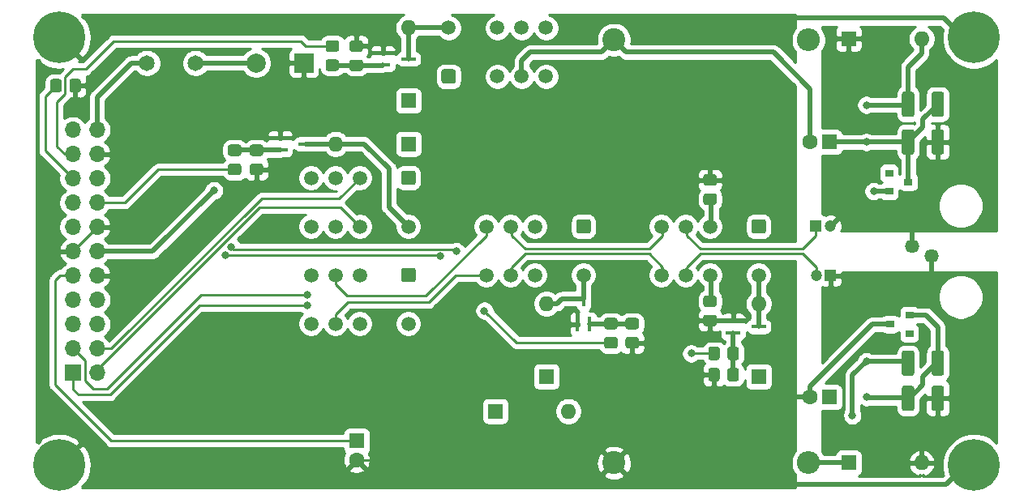
<source format=gbr>
%TF.GenerationSoftware,KiCad,Pcbnew,(5.1.7)-1*%
%TF.CreationDate,2021-07-26T21:24:21-04:00*%
%TF.ProjectId,PhoneInterface,50686f6e-6549-46e7-9465-72666163652e,rev?*%
%TF.SameCoordinates,Original*%
%TF.FileFunction,Copper,L2,Bot*%
%TF.FilePolarity,Positive*%
%FSLAX46Y46*%
G04 Gerber Fmt 4.6, Leading zero omitted, Abs format (unit mm)*
G04 Created by KiCad (PCBNEW (5.1.7)-1) date 2021-07-26 21:24:21*
%MOMM*%
%LPD*%
G01*
G04 APERTURE LIST*
%TA.AperFunction,ComponentPad*%
%ADD10C,5.400000*%
%TD*%
%TA.AperFunction,ComponentPad*%
%ADD11O,2.400000X2.400000*%
%TD*%
%TA.AperFunction,ComponentPad*%
%ADD12C,2.400000*%
%TD*%
%TA.AperFunction,SMDPad,CuDef*%
%ADD13R,0.450000X1.500000*%
%TD*%
%TA.AperFunction,SMDPad,CuDef*%
%ADD14R,1.500000X0.450000*%
%TD*%
%TA.AperFunction,ComponentPad*%
%ADD15C,1.500000*%
%TD*%
%TA.AperFunction,ComponentPad*%
%ADD16C,1.462000*%
%TD*%
%TA.AperFunction,ComponentPad*%
%ADD17O,1.700000X1.700000*%
%TD*%
%TA.AperFunction,ComponentPad*%
%ADD18R,1.700000X1.700000*%
%TD*%
%TA.AperFunction,ComponentPad*%
%ADD19C,1.650000*%
%TD*%
%TA.AperFunction,ComponentPad*%
%ADD20O,1.600000X1.600000*%
%TD*%
%TA.AperFunction,ComponentPad*%
%ADD21R,1.600000X1.600000*%
%TD*%
%TA.AperFunction,SMDPad,CuDef*%
%ADD22R,0.900000X0.800000*%
%TD*%
%TA.AperFunction,ComponentPad*%
%ADD23C,2.000000*%
%TD*%
%TA.AperFunction,ComponentPad*%
%ADD24R,2.000000X2.000000*%
%TD*%
%TA.AperFunction,ComponentPad*%
%ADD25C,1.600000*%
%TD*%
%TA.AperFunction,ComponentPad*%
%ADD26C,1.200000*%
%TD*%
%TA.AperFunction,ComponentPad*%
%ADD27R,1.200000X1.200000*%
%TD*%
%TA.AperFunction,ViaPad*%
%ADD28C,0.800000*%
%TD*%
%TA.AperFunction,Conductor*%
%ADD29C,0.499872*%
%TD*%
%TA.AperFunction,Conductor*%
%ADD30C,0.250000*%
%TD*%
%TA.AperFunction,Conductor*%
%ADD31C,0.254000*%
%TD*%
%TA.AperFunction,Conductor*%
%ADD32C,0.100000*%
%TD*%
G04 APERTURE END LIST*
D10*
%TO.P,H4,1*%
%TO.N,GND*%
X95377000Y-78613000D03*
%TD*%
%TO.P,H3,1*%
%TO.N,GND*%
X95377000Y-123317000D03*
%TD*%
%TO.P,R19,2*%
%TO.N,GND*%
%TA.AperFunction,SMDPad,CuDef*%
G36*
G01*
X96421400Y-84092201D02*
X96421400Y-83192199D01*
G75*
G02*
X96671399Y-82942200I249999J0D01*
G01*
X97371401Y-82942200D01*
G75*
G02*
X97621400Y-83192199I0J-249999D01*
G01*
X97621400Y-84092201D01*
G75*
G02*
X97371401Y-84342200I-249999J0D01*
G01*
X96671399Y-84342200D01*
G75*
G02*
X96421400Y-84092201I0J249999D01*
G01*
G37*
%TD.AperFunction*%
%TO.P,R19,1*%
%TO.N,/CINST*%
%TA.AperFunction,SMDPad,CuDef*%
G36*
G01*
X94421400Y-84092201D02*
X94421400Y-83192199D01*
G75*
G02*
X94671399Y-82942200I249999J0D01*
G01*
X95371401Y-82942200D01*
G75*
G02*
X95621400Y-83192199I0J-249999D01*
G01*
X95621400Y-84092201D01*
G75*
G02*
X95371401Y-84342200I-249999J0D01*
G01*
X94671399Y-84342200D01*
G75*
G02*
X94421400Y-84092201I0J249999D01*
G01*
G37*
%TD.AperFunction*%
%TD*%
%TO.P,R18,2*%
%TO.N,Net-(Q6-Pad1)*%
%TA.AperFunction,SMDPad,CuDef*%
G36*
G01*
X155644001Y-109121500D02*
X154743999Y-109121500D01*
G75*
G02*
X154494000Y-108871501I0J249999D01*
G01*
X154494000Y-108171499D01*
G75*
G02*
X154743999Y-107921500I249999J0D01*
G01*
X155644001Y-107921500D01*
G75*
G02*
X155894000Y-108171499I0J-249999D01*
G01*
X155894000Y-108871501D01*
G75*
G02*
X155644001Y-109121500I-249999J0D01*
G01*
G37*
%TD.AperFunction*%
%TO.P,R18,1*%
%TO.N,GND*%
%TA.AperFunction,SMDPad,CuDef*%
G36*
G01*
X155644001Y-111121500D02*
X154743999Y-111121500D01*
G75*
G02*
X154494000Y-110871501I0J249999D01*
G01*
X154494000Y-110171499D01*
G75*
G02*
X154743999Y-109921500I249999J0D01*
G01*
X155644001Y-109921500D01*
G75*
G02*
X155894000Y-110171499I0J-249999D01*
G01*
X155894000Y-110871501D01*
G75*
G02*
X155644001Y-111121500I-249999J0D01*
G01*
G37*
%TD.AperFunction*%
%TD*%
%TO.P,R17,2*%
%TO.N,GND*%
%TA.AperFunction,SMDPad,CuDef*%
G36*
G01*
X115500999Y-91792500D02*
X116401001Y-91792500D01*
G75*
G02*
X116651000Y-92042499I0J-249999D01*
G01*
X116651000Y-92742501D01*
G75*
G02*
X116401001Y-92992500I-249999J0D01*
G01*
X115500999Y-92992500D01*
G75*
G02*
X115251000Y-92742501I0J249999D01*
G01*
X115251000Y-92042499D01*
G75*
G02*
X115500999Y-91792500I249999J0D01*
G01*
G37*
%TD.AperFunction*%
%TO.P,R17,1*%
%TO.N,Net-(Q5-Pad1)*%
%TA.AperFunction,SMDPad,CuDef*%
G36*
G01*
X115500999Y-89792500D02*
X116401001Y-89792500D01*
G75*
G02*
X116651000Y-90042499I0J-249999D01*
G01*
X116651000Y-90742501D01*
G75*
G02*
X116401001Y-90992500I-249999J0D01*
G01*
X115500999Y-90992500D01*
G75*
G02*
X115251000Y-90742501I0J249999D01*
G01*
X115251000Y-90042499D01*
G75*
G02*
X115500999Y-89792500I249999J0D01*
G01*
G37*
%TD.AperFunction*%
%TD*%
%TO.P,R16,2*%
%TO.N,Net-(Q6-Pad1)*%
%TA.AperFunction,SMDPad,CuDef*%
G36*
G01*
X153421501Y-109121500D02*
X152521499Y-109121500D01*
G75*
G02*
X152271500Y-108871501I0J249999D01*
G01*
X152271500Y-108171499D01*
G75*
G02*
X152521499Y-107921500I249999J0D01*
G01*
X153421501Y-107921500D01*
G75*
G02*
X153671500Y-108171499I0J-249999D01*
G01*
X153671500Y-108871501D01*
G75*
G02*
X153421501Y-109121500I-249999J0D01*
G01*
G37*
%TD.AperFunction*%
%TO.P,R16,1*%
%TO.N,/LINE*%
%TA.AperFunction,SMDPad,CuDef*%
G36*
G01*
X153421501Y-111121500D02*
X152521499Y-111121500D01*
G75*
G02*
X152271500Y-110871501I0J249999D01*
G01*
X152271500Y-110171499D01*
G75*
G02*
X152521499Y-109921500I249999J0D01*
G01*
X153421501Y-109921500D01*
G75*
G02*
X153671500Y-110171499I0J-249999D01*
G01*
X153671500Y-110871501D01*
G75*
G02*
X153421501Y-111121500I-249999J0D01*
G01*
G37*
%TD.AperFunction*%
%TD*%
%TO.P,R15,2*%
%TO.N,/LTSEL*%
%TA.AperFunction,SMDPad,CuDef*%
G36*
G01*
X113214999Y-91798600D02*
X114115001Y-91798600D01*
G75*
G02*
X114365000Y-92048599I0J-249999D01*
G01*
X114365000Y-92748601D01*
G75*
G02*
X114115001Y-92998600I-249999J0D01*
G01*
X113214999Y-92998600D01*
G75*
G02*
X112965000Y-92748601I0J249999D01*
G01*
X112965000Y-92048599D01*
G75*
G02*
X113214999Y-91798600I249999J0D01*
G01*
G37*
%TD.AperFunction*%
%TO.P,R15,1*%
%TO.N,Net-(Q5-Pad1)*%
%TA.AperFunction,SMDPad,CuDef*%
G36*
G01*
X113214999Y-89798600D02*
X114115001Y-89798600D01*
G75*
G02*
X114365000Y-90048599I0J-249999D01*
G01*
X114365000Y-90748601D01*
G75*
G02*
X114115001Y-90998600I-249999J0D01*
G01*
X113214999Y-90998600D01*
G75*
G02*
X112965000Y-90748601I0J249999D01*
G01*
X112965000Y-90048599D01*
G75*
G02*
X113214999Y-89798600I249999J0D01*
G01*
G37*
%TD.AperFunction*%
%TD*%
%TO.P,R14,2*%
%TO.N,Net-(Q4-Pad1)*%
%TA.AperFunction,SMDPad,CuDef*%
G36*
G01*
X125914999Y-80918000D02*
X126815001Y-80918000D01*
G75*
G02*
X127065000Y-81167999I0J-249999D01*
G01*
X127065000Y-81868001D01*
G75*
G02*
X126815001Y-82118000I-249999J0D01*
G01*
X125914999Y-82118000D01*
G75*
G02*
X125665000Y-81868001I0J249999D01*
G01*
X125665000Y-81167999D01*
G75*
G02*
X125914999Y-80918000I249999J0D01*
G01*
G37*
%TD.AperFunction*%
%TO.P,R14,1*%
%TO.N,GND*%
%TA.AperFunction,SMDPad,CuDef*%
G36*
G01*
X125914999Y-78918000D02*
X126815001Y-78918000D01*
G75*
G02*
X127065000Y-79167999I0J-249999D01*
G01*
X127065000Y-79868001D01*
G75*
G02*
X126815001Y-80118000I-249999J0D01*
G01*
X125914999Y-80118000D01*
G75*
G02*
X125665000Y-79868001I0J249999D01*
G01*
X125665000Y-79167999D01*
G75*
G02*
X125914999Y-78918000I249999J0D01*
G01*
G37*
%TD.AperFunction*%
%TD*%
%TO.P,R13,2*%
%TO.N,Net-(Q3-Pad1)*%
%TA.AperFunction,SMDPad,CuDef*%
G36*
G01*
X165135000Y-114305501D02*
X165135000Y-113405499D01*
G75*
G02*
X165384999Y-113155500I249999J0D01*
G01*
X166085001Y-113155500D01*
G75*
G02*
X166335000Y-113405499I0J-249999D01*
G01*
X166335000Y-114305501D01*
G75*
G02*
X166085001Y-114555500I-249999J0D01*
G01*
X165384999Y-114555500D01*
G75*
G02*
X165135000Y-114305501I0J249999D01*
G01*
G37*
%TD.AperFunction*%
%TO.P,R13,1*%
%TO.N,GND*%
%TA.AperFunction,SMDPad,CuDef*%
G36*
G01*
X163135000Y-114305501D02*
X163135000Y-113405499D01*
G75*
G02*
X163384999Y-113155500I249999J0D01*
G01*
X164085001Y-113155500D01*
G75*
G02*
X164335000Y-113405499I0J-249999D01*
G01*
X164335000Y-114305501D01*
G75*
G02*
X164085001Y-114555500I-249999J0D01*
G01*
X163384999Y-114555500D01*
G75*
G02*
X163135000Y-114305501I0J249999D01*
G01*
G37*
%TD.AperFunction*%
%TD*%
%TO.P,R12,1*%
%TO.N,/RINGE*%
%TA.AperFunction,SMDPad,CuDef*%
G36*
G01*
X123425799Y-78908600D02*
X124325801Y-78908600D01*
G75*
G02*
X124575800Y-79158599I0J-249999D01*
G01*
X124575800Y-79858601D01*
G75*
G02*
X124325801Y-80108600I-249999J0D01*
G01*
X123425799Y-80108600D01*
G75*
G02*
X123175800Y-79858601I0J249999D01*
G01*
X123175800Y-79158599D01*
G75*
G02*
X123425799Y-78908600I249999J0D01*
G01*
G37*
%TD.AperFunction*%
%TO.P,R12,2*%
%TO.N,Net-(Q4-Pad1)*%
%TA.AperFunction,SMDPad,CuDef*%
G36*
G01*
X123425799Y-80908600D02*
X124325801Y-80908600D01*
G75*
G02*
X124575800Y-81158599I0J-249999D01*
G01*
X124575800Y-81858601D01*
G75*
G02*
X124325801Y-82108600I-249999J0D01*
G01*
X123425799Y-82108600D01*
G75*
G02*
X123175800Y-81858601I0J249999D01*
G01*
X123175800Y-81158599D01*
G75*
G02*
X123425799Y-80908600I249999J0D01*
G01*
G37*
%TD.AperFunction*%
%TD*%
%TO.P,R11,2*%
%TO.N,Net-(Q3-Pad1)*%
%TA.AperFunction,SMDPad,CuDef*%
G36*
G01*
X165135000Y-112083001D02*
X165135000Y-111182999D01*
G75*
G02*
X165384999Y-110933000I249999J0D01*
G01*
X166085001Y-110933000D01*
G75*
G02*
X166335000Y-111182999I0J-249999D01*
G01*
X166335000Y-112083001D01*
G75*
G02*
X166085001Y-112333000I-249999J0D01*
G01*
X165384999Y-112333000D01*
G75*
G02*
X165135000Y-112083001I0J249999D01*
G01*
G37*
%TD.AperFunction*%
%TO.P,R11,1*%
%TO.N,/AUDE*%
%TA.AperFunction,SMDPad,CuDef*%
G36*
G01*
X163135000Y-112083001D02*
X163135000Y-111182999D01*
G75*
G02*
X163384999Y-110933000I249999J0D01*
G01*
X164085001Y-110933000D01*
G75*
G02*
X164335000Y-111182999I0J-249999D01*
G01*
X164335000Y-112083001D01*
G75*
G02*
X164085001Y-112333000I-249999J0D01*
G01*
X163384999Y-112333000D01*
G75*
G02*
X163135000Y-112083001I0J249999D01*
G01*
G37*
%TD.AperFunction*%
%TD*%
D11*
%TO.P,R10,2*%
%TO.N,Net-(D6-Pad2)*%
X173609000Y-78867000D03*
D12*
%TO.P,R10,1*%
%TO.N,Net-(C4-Pad2)*%
X153289000Y-78867000D03*
%TD*%
%TO.P,R9,2*%
%TO.N,Net-(D6-Pad2)*%
%TA.AperFunction,SMDPad,CuDef*%
G36*
G01*
X184647000Y-84523000D02*
X184647000Y-86673000D01*
G75*
G02*
X184397000Y-86923000I-250000J0D01*
G01*
X183597000Y-86923000D01*
G75*
G02*
X183347000Y-86673000I0J250000D01*
G01*
X183347000Y-84523000D01*
G75*
G02*
X183597000Y-84273000I250000J0D01*
G01*
X184397000Y-84273000D01*
G75*
G02*
X184647000Y-84523000I0J-250000D01*
G01*
G37*
%TD.AperFunction*%
%TO.P,R9,1*%
%TO.N,Net-(C4-Pad1)*%
%TA.AperFunction,SMDPad,CuDef*%
G36*
G01*
X187747000Y-84523000D02*
X187747000Y-86673000D01*
G75*
G02*
X187497000Y-86923000I-250000J0D01*
G01*
X186697000Y-86923000D01*
G75*
G02*
X186447000Y-86673000I0J250000D01*
G01*
X186447000Y-84523000D01*
G75*
G02*
X186697000Y-84273000I250000J0D01*
G01*
X187497000Y-84273000D01*
G75*
G02*
X187747000Y-84523000I0J-250000D01*
G01*
G37*
%TD.AperFunction*%
%TD*%
%TO.P,R8,2*%
%TO.N,Net-(C4-Pad1)*%
%TA.AperFunction,SMDPad,CuDef*%
G36*
G01*
X184647000Y-88460000D02*
X184647000Y-90610000D01*
G75*
G02*
X184397000Y-90860000I-250000J0D01*
G01*
X183597000Y-90860000D01*
G75*
G02*
X183347000Y-90610000I0J250000D01*
G01*
X183347000Y-88460000D01*
G75*
G02*
X183597000Y-88210000I250000J0D01*
G01*
X184397000Y-88210000D01*
G75*
G02*
X184647000Y-88460000I0J-250000D01*
G01*
G37*
%TD.AperFunction*%
%TO.P,R8,1*%
%TO.N,/RING*%
%TA.AperFunction,SMDPad,CuDef*%
G36*
G01*
X187747000Y-88460000D02*
X187747000Y-90610000D01*
G75*
G02*
X187497000Y-90860000I-250000J0D01*
G01*
X186697000Y-90860000D01*
G75*
G02*
X186447000Y-90610000I0J250000D01*
G01*
X186447000Y-88460000D01*
G75*
G02*
X186697000Y-88210000I250000J0D01*
G01*
X187497000Y-88210000D01*
G75*
G02*
X187747000Y-88460000I0J-250000D01*
G01*
G37*
%TD.AperFunction*%
%TD*%
%TO.P,R7,2*%
%TO.N,Net-(K3-Pad3)*%
%TA.AperFunction,SMDPad,CuDef*%
G36*
G01*
X162871999Y-94904000D02*
X163772001Y-94904000D01*
G75*
G02*
X164022000Y-95153999I0J-249999D01*
G01*
X164022000Y-95854001D01*
G75*
G02*
X163772001Y-96104000I-249999J0D01*
G01*
X162871999Y-96104000D01*
G75*
G02*
X162622000Y-95854001I0J249999D01*
G01*
X162622000Y-95153999D01*
G75*
G02*
X162871999Y-94904000I249999J0D01*
G01*
G37*
%TD.AperFunction*%
%TO.P,R7,1*%
%TO.N,GND*%
%TA.AperFunction,SMDPad,CuDef*%
G36*
G01*
X162871999Y-92904000D02*
X163772001Y-92904000D01*
G75*
G02*
X164022000Y-93153999I0J-249999D01*
G01*
X164022000Y-93854001D01*
G75*
G02*
X163772001Y-94104000I-249999J0D01*
G01*
X162871999Y-94104000D01*
G75*
G02*
X162622000Y-93854001I0J249999D01*
G01*
X162622000Y-93153999D01*
G75*
G02*
X162871999Y-92904000I249999J0D01*
G01*
G37*
%TD.AperFunction*%
%TD*%
%TO.P,R6,2*%
%TO.N,Net-(K3-Pad10)*%
%TA.AperFunction,SMDPad,CuDef*%
G36*
G01*
X163772001Y-106788000D02*
X162871999Y-106788000D01*
G75*
G02*
X162622000Y-106538001I0J249999D01*
G01*
X162622000Y-105837999D01*
G75*
G02*
X162871999Y-105588000I249999J0D01*
G01*
X163772001Y-105588000D01*
G75*
G02*
X164022000Y-105837999I0J-249999D01*
G01*
X164022000Y-106538001D01*
G75*
G02*
X163772001Y-106788000I-249999J0D01*
G01*
G37*
%TD.AperFunction*%
%TO.P,R6,1*%
%TO.N,GND*%
%TA.AperFunction,SMDPad,CuDef*%
G36*
G01*
X163772001Y-108788000D02*
X162871999Y-108788000D01*
G75*
G02*
X162622000Y-108538001I0J249999D01*
G01*
X162622000Y-107837999D01*
G75*
G02*
X162871999Y-107588000I249999J0D01*
G01*
X163772001Y-107588000D01*
G75*
G02*
X164022000Y-107837999I0J-249999D01*
G01*
X164022000Y-108538001D01*
G75*
G02*
X163772001Y-108788000I-249999J0D01*
G01*
G37*
%TD.AperFunction*%
%TD*%
%TO.P,R5,2*%
%TO.N,Net-(C1-Pad1)*%
%TA.AperFunction,SMDPad,CuDef*%
G36*
G01*
X184647000Y-115257000D02*
X184647000Y-117407000D01*
G75*
G02*
X184397000Y-117657000I-250000J0D01*
G01*
X183597000Y-117657000D01*
G75*
G02*
X183347000Y-117407000I0J250000D01*
G01*
X183347000Y-115257000D01*
G75*
G02*
X183597000Y-115007000I250000J0D01*
G01*
X184397000Y-115007000D01*
G75*
G02*
X184647000Y-115257000I0J-250000D01*
G01*
G37*
%TD.AperFunction*%
%TO.P,R5,1*%
%TO.N,/TIP*%
%TA.AperFunction,SMDPad,CuDef*%
G36*
G01*
X187747000Y-115257000D02*
X187747000Y-117407000D01*
G75*
G02*
X187497000Y-117657000I-250000J0D01*
G01*
X186697000Y-117657000D01*
G75*
G02*
X186447000Y-117407000I0J250000D01*
G01*
X186447000Y-115257000D01*
G75*
G02*
X186697000Y-115007000I250000J0D01*
G01*
X187497000Y-115007000D01*
G75*
G02*
X187747000Y-115257000I0J-250000D01*
G01*
G37*
%TD.AperFunction*%
%TD*%
%TO.P,R4,2*%
%TO.N,Net-(D1-Pad2)*%
%TA.AperFunction,SMDPad,CuDef*%
G36*
G01*
X184647000Y-111574000D02*
X184647000Y-113724000D01*
G75*
G02*
X184397000Y-113974000I-250000J0D01*
G01*
X183597000Y-113974000D01*
G75*
G02*
X183347000Y-113724000I0J250000D01*
G01*
X183347000Y-111574000D01*
G75*
G02*
X183597000Y-111324000I250000J0D01*
G01*
X184397000Y-111324000D01*
G75*
G02*
X184647000Y-111574000I0J-250000D01*
G01*
G37*
%TD.AperFunction*%
%TO.P,R4,1*%
%TO.N,Net-(C1-Pad1)*%
%TA.AperFunction,SMDPad,CuDef*%
G36*
G01*
X187747000Y-111574000D02*
X187747000Y-113724000D01*
G75*
G02*
X187497000Y-113974000I-250000J0D01*
G01*
X186697000Y-113974000D01*
G75*
G02*
X186447000Y-113724000I0J250000D01*
G01*
X186447000Y-111574000D01*
G75*
G02*
X186697000Y-111324000I250000J0D01*
G01*
X187497000Y-111324000D01*
G75*
G02*
X187747000Y-111574000I0J-250000D01*
G01*
G37*
%TD.AperFunction*%
%TD*%
D11*
%TO.P,R3,2*%
%TO.N,Net-(D1-Pad2)*%
X173609000Y-123063000D03*
D12*
%TO.P,R3,1*%
%TO.N,GND*%
X153289000Y-123063000D03*
%TD*%
D13*
%TO.P,Q6,3*%
%TO.N,Net-(D4-Pad2)*%
X150114000Y-105921500D03*
%TO.P,Q6,2*%
%TO.N,GND*%
X149464000Y-108581500D03*
%TO.P,Q6,1*%
%TO.N,Net-(Q6-Pad1)*%
X150764000Y-108581500D03*
%TD*%
D14*
%TO.P,Q5,3*%
%TO.N,/LTSW*%
X121091000Y-89725500D03*
%TO.P,Q5,2*%
%TO.N,GND*%
X118431000Y-89075500D03*
%TO.P,Q5,1*%
%TO.N,Net-(Q5-Pad1)*%
X118431000Y-90375500D03*
%TD*%
%TO.P,Q4,3*%
%TO.N,Net-(D8-Pad2)*%
X131826000Y-80835500D03*
%TO.P,Q4,2*%
%TO.N,GND*%
X129166000Y-80185500D03*
%TO.P,Q4,1*%
%TO.N,Net-(Q4-Pad1)*%
X129166000Y-81485500D03*
%TD*%
%TO.P,Q3,3*%
%TO.N,Net-(D5-Pad2)*%
X168398500Y-108839000D03*
%TO.P,Q3,2*%
%TO.N,GND*%
X165738500Y-108189000D03*
%TO.P,Q3,1*%
%TO.N,Net-(Q3-Pad1)*%
X165738500Y-109489000D03*
%TD*%
D15*
%TO.P,K5,12*%
%TO.N,/LTSW*%
X131826000Y-98361500D03*
%TO.P,K5,10*%
%TO.N,Net-(J1-Pad2)*%
X126746000Y-98361500D03*
%TO.P,K5,9*%
%TO.N,Net-(K2-Pad10)*%
X124206000Y-98361500D03*
%TO.P,K5,8*%
%TO.N,Net-(J1-Pad6)*%
X121666000Y-98361500D03*
%TO.P,K5,5*%
%TO.N,Net-(J1-Pad8)*%
X121666000Y-93281500D03*
%TO.P,K5,4*%
%TO.N,Net-(K2-Pad3)*%
X124206000Y-93281500D03*
%TO.P,K5,3*%
%TO.N,Net-(J1-Pad4)*%
X126746000Y-93281500D03*
%TO.P,K5,1*%
%TO.N,+5V*%
%TA.AperFunction,ComponentPad*%
G36*
G01*
X131326500Y-92531500D02*
X132325500Y-92531500D01*
G75*
G02*
X132576000Y-92782000I0J-250500D01*
G01*
X132576000Y-93781000D01*
G75*
G02*
X132325500Y-94031500I-250500J0D01*
G01*
X131326500Y-94031500D01*
G75*
G02*
X131076000Y-93781000I0J250500D01*
G01*
X131076000Y-92782000D01*
G75*
G02*
X131326500Y-92531500I250500J0D01*
G01*
G37*
%TD.AperFunction*%
%TD*%
%TO.P,K4,12*%
%TO.N,Net-(D8-Pad2)*%
X136017000Y-77597000D03*
%TO.P,K4,10*%
%TO.N,Net-(K4-Pad10)*%
X141097000Y-77597000D03*
%TO.P,K4,9*%
%TO.N,Net-(K4-Pad9)*%
X143637000Y-77597000D03*
%TO.P,K4,8*%
%TO.N,Net-(K4-Pad8)*%
X146177000Y-77597000D03*
%TO.P,K4,5*%
%TO.N,/VRING*%
X146177000Y-82677000D03*
%TO.P,K4,4*%
%TO.N,Net-(C4-Pad2)*%
X143637000Y-82677000D03*
%TO.P,K4,3*%
%TO.N,-48V*%
X141097000Y-82677000D03*
%TO.P,K4,1*%
%TO.N,+5V*%
%TA.AperFunction,ComponentPad*%
G36*
G01*
X136516500Y-83427000D02*
X135517500Y-83427000D01*
G75*
G02*
X135267000Y-83176500I0J250500D01*
G01*
X135267000Y-82177500D01*
G75*
G02*
X135517500Y-81927000I250500J0D01*
G01*
X136516500Y-81927000D01*
G75*
G02*
X136767000Y-82177500I0J-250500D01*
G01*
X136767000Y-83176500D01*
G75*
G02*
X136516500Y-83427000I-250500J0D01*
G01*
G37*
%TD.AperFunction*%
%TD*%
%TO.P,K3,12*%
%TO.N,Net-(D5-Pad2)*%
X168402000Y-103441500D03*
%TO.P,K3,10*%
%TO.N,Net-(K3-Pad10)*%
X163322000Y-103441500D03*
%TO.P,K3,9*%
%TO.N,/AUDT*%
X160782000Y-103441500D03*
%TO.P,K3,8*%
%TO.N,Net-(K2-Pad9)*%
X158242000Y-103441500D03*
%TO.P,K3,5*%
%TO.N,Net-(K2-Pad4)*%
X158242000Y-98361500D03*
%TO.P,K3,4*%
%TO.N,/AUDR*%
X160782000Y-98361500D03*
%TO.P,K3,3*%
%TO.N,Net-(K3-Pad3)*%
X163322000Y-98361500D03*
%TO.P,K3,1*%
%TO.N,+5V*%
%TA.AperFunction,ComponentPad*%
G36*
G01*
X167902500Y-97611500D02*
X168901500Y-97611500D01*
G75*
G02*
X169152000Y-97862000I0J-250500D01*
G01*
X169152000Y-98861000D01*
G75*
G02*
X168901500Y-99111500I-250500J0D01*
G01*
X167902500Y-99111500D01*
G75*
G02*
X167652000Y-98861000I0J250500D01*
G01*
X167652000Y-97862000D01*
G75*
G02*
X167902500Y-97611500I250500J0D01*
G01*
G37*
%TD.AperFunction*%
%TD*%
%TO.P,K2,12*%
%TO.N,Net-(D4-Pad2)*%
X150114000Y-103441500D03*
%TO.P,K2,10*%
%TO.N,Net-(K2-Pad10)*%
X145034000Y-103441500D03*
%TO.P,K2,9*%
%TO.N,Net-(K2-Pad9)*%
X142494000Y-103441500D03*
%TO.P,K2,8*%
%TO.N,Net-(K1-Pad9)*%
X139954000Y-103441500D03*
%TO.P,K2,5*%
%TO.N,Net-(K1-Pad4)*%
X139954000Y-98361500D03*
%TO.P,K2,4*%
%TO.N,Net-(K2-Pad4)*%
X142494000Y-98361500D03*
%TO.P,K2,3*%
%TO.N,Net-(K2-Pad3)*%
X145034000Y-98361500D03*
%TO.P,K2,1*%
%TO.N,+5V*%
%TA.AperFunction,ComponentPad*%
G36*
G01*
X149614500Y-97611500D02*
X150613500Y-97611500D01*
G75*
G02*
X150864000Y-97862000I0J-250500D01*
G01*
X150864000Y-98861000D01*
G75*
G02*
X150613500Y-99111500I-250500J0D01*
G01*
X149614500Y-99111500D01*
G75*
G02*
X149364000Y-98861000I0J250500D01*
G01*
X149364000Y-97862000D01*
G75*
G02*
X149614500Y-97611500I250500J0D01*
G01*
G37*
%TD.AperFunction*%
%TD*%
%TO.P,K1,12*%
%TO.N,/LTSW*%
X131826000Y-108521500D03*
%TO.P,K1,10*%
%TO.N,Net-(J1-Pad1)*%
X126746000Y-108521500D03*
%TO.P,K1,9*%
%TO.N,Net-(K1-Pad9)*%
X124206000Y-108521500D03*
%TO.P,K1,8*%
%TO.N,Net-(J1-Pad5)*%
X121666000Y-108521500D03*
%TO.P,K1,5*%
%TO.N,Net-(J1-Pad7)*%
X121666000Y-103441500D03*
%TO.P,K1,4*%
%TO.N,Net-(K1-Pad4)*%
X124206000Y-103441500D03*
%TO.P,K1,3*%
%TO.N,Net-(J1-Pad3)*%
X126746000Y-103441500D03*
%TO.P,K1,1*%
%TO.N,+5V*%
%TA.AperFunction,ComponentPad*%
G36*
G01*
X131326500Y-102691500D02*
X132325500Y-102691500D01*
G75*
G02*
X132576000Y-102942000I0J-250500D01*
G01*
X132576000Y-103941000D01*
G75*
G02*
X132325500Y-104191500I-250500J0D01*
G01*
X131326500Y-104191500D01*
G75*
G02*
X131076000Y-103941000I0J250500D01*
G01*
X131076000Y-102942000D01*
G75*
G02*
X131326500Y-102691500I250500J0D01*
G01*
G37*
%TD.AperFunction*%
%TD*%
D16*
%TO.P,J2,2*%
%TO.N,/TIP*%
X186434000Y-101477000D03*
%TO.P,J2,1*%
%TO.N,/RING*%
X184404000Y-100457000D03*
%TD*%
D17*
%TO.P,J1,22*%
%TO.N,/VBATT*%
X99314000Y-88265000D03*
%TO.P,J1,21*%
%TO.N,+5V*%
X96774000Y-88265000D03*
%TO.P,J1,20*%
%TO.N,GND*%
X99314000Y-90805000D03*
%TO.P,J1,19*%
%TO.N,/RINGE*%
X96774000Y-90805000D03*
%TO.P,J1,18*%
%TO.N,/LINE*%
X99314000Y-93345000D03*
%TO.P,J1,17*%
%TO.N,/CINST*%
X96774000Y-93345000D03*
%TO.P,J1,16*%
%TO.N,/LTSEL*%
X99314000Y-95885000D03*
%TO.P,J1,15*%
%TO.N,/AUDE*%
X96774000Y-95885000D03*
%TO.P,J1,14*%
%TO.N,GND*%
X99314000Y-98425000D03*
%TO.P,J1,13*%
%TO.N,/RTRIP*%
X96774000Y-98425000D03*
%TO.P,J1,12*%
%TO.N,/VRING*%
X99314000Y-100965000D03*
%TO.P,J1,11*%
%TO.N,GND*%
X96774000Y-100965000D03*
%TO.P,J1,10*%
X99314000Y-103505000D03*
%TO.P,J1,9*%
%TO.N,+3V3*%
X96774000Y-103505000D03*
%TO.P,J1,8*%
%TO.N,Net-(J1-Pad8)*%
X99314000Y-106045000D03*
%TO.P,J1,7*%
%TO.N,Net-(J1-Pad7)*%
X96774000Y-106045000D03*
%TO.P,J1,6*%
%TO.N,Net-(J1-Pad6)*%
X99314000Y-108585000D03*
%TO.P,J1,5*%
%TO.N,Net-(J1-Pad5)*%
X96774000Y-108585000D03*
%TO.P,J1,4*%
%TO.N,Net-(J1-Pad4)*%
X99314000Y-111125000D03*
%TO.P,J1,3*%
%TO.N,Net-(J1-Pad3)*%
X96774000Y-111125000D03*
%TO.P,J1,2*%
%TO.N,Net-(J1-Pad2)*%
X99314000Y-113665000D03*
D18*
%TO.P,J1,1*%
%TO.N,Net-(J1-Pad1)*%
X96774000Y-113665000D03*
%TD*%
D10*
%TO.P,H2,1*%
%TO.N,GND*%
X190881000Y-123317000D03*
%TD*%
%TO.P,H1,1*%
%TO.N,GND*%
X190881000Y-78613000D03*
%TD*%
D19*
%TO.P,F1,2*%
%TO.N,-48V*%
X109601000Y-81280000D03*
%TO.P,F1,1*%
%TO.N,/VBATT*%
X104521000Y-81280000D03*
%TD*%
D20*
%TO.P,D9,2*%
%TO.N,/LTSW*%
X124206000Y-89725500D03*
D21*
%TO.P,D9,1*%
%TO.N,+5V*%
X131826000Y-89725500D03*
%TD*%
D20*
%TO.P,D8,2*%
%TO.N,Net-(D8-Pad2)*%
X131826000Y-77597000D03*
D21*
%TO.P,D8,1*%
%TO.N,+5V*%
X131826000Y-85217000D03*
%TD*%
D22*
%TO.P,D7,1*%
%TO.N,Net-(C4-Pad1)*%
X184023000Y-93726000D03*
%TO.P,D7,*%
%TO.N,*%
X182023000Y-92776000D03*
%TO.P,D7,2*%
%TO.N,Net-(C4-Pad2)*%
X182023000Y-94676000D03*
%TD*%
D20*
%TO.P,D6,2*%
%TO.N,Net-(D6-Pad2)*%
X185420000Y-78740000D03*
D21*
%TO.P,D6,1*%
%TO.N,/RING*%
X177800000Y-78740000D03*
%TD*%
D20*
%TO.P,D5,2*%
%TO.N,Net-(D5-Pad2)*%
X168402000Y-106426000D03*
D21*
%TO.P,D5,1*%
%TO.N,+5V*%
X168402000Y-114046000D03*
%TD*%
D20*
%TO.P,D4,2*%
%TO.N,Net-(D4-Pad2)*%
X146240500Y-106426000D03*
D21*
%TO.P,D4,1*%
%TO.N,+5V*%
X146240500Y-114046000D03*
%TD*%
D20*
%TO.P,D3,2*%
%TO.N,/TIP*%
X185420000Y-123063000D03*
D21*
%TO.P,D3,1*%
%TO.N,Net-(D1-Pad2)*%
X177800000Y-123063000D03*
%TD*%
D22*
%TO.P,D2,1*%
%TO.N,GND*%
X182134000Y-108585000D03*
%TO.P,D2,*%
%TO.N,*%
X184134000Y-109535000D03*
%TO.P,D2,2*%
%TO.N,Net-(C1-Pad1)*%
X184134000Y-107635000D03*
%TD*%
D20*
%TO.P,D1,2*%
%TO.N,Net-(D1-Pad2)*%
X148526500Y-117665500D03*
D21*
%TO.P,D1,1*%
%TO.N,Net-(D1-Pad1)*%
X140906500Y-117665500D03*
%TD*%
D23*
%TO.P,C8,2*%
%TO.N,-48V*%
X115904000Y-81280000D03*
D24*
%TO.P,C8,1*%
%TO.N,GND*%
X120904000Y-81280000D03*
%TD*%
D25*
%TO.P,C5,2*%
%TO.N,GND*%
X126428500Y-122777000D03*
D21*
%TO.P,C5,1*%
%TO.N,+3V3*%
X126428500Y-120777000D03*
%TD*%
D25*
%TO.P,C4,2*%
%TO.N,Net-(C4-Pad2)*%
X173768000Y-89535000D03*
D21*
%TO.P,C4,1*%
%TO.N,Net-(C4-Pad1)*%
X175768000Y-89535000D03*
%TD*%
D26*
%TO.P,C3,2*%
%TO.N,/RING*%
X175871000Y-98298000D03*
D27*
%TO.P,C3,1*%
%TO.N,/AUDR*%
X174371000Y-98298000D03*
%TD*%
D26*
%TO.P,C2,2*%
%TO.N,/AUDT*%
X174395000Y-103505000D03*
D27*
%TO.P,C2,1*%
%TO.N,/TIP*%
X175895000Y-103505000D03*
%TD*%
D25*
%TO.P,C1,2*%
%TO.N,GND*%
X173768000Y-116205000D03*
D21*
%TO.P,C1,1*%
%TO.N,Net-(C1-Pad1)*%
X175768000Y-116205000D03*
%TD*%
D28*
%TO.N,GND*%
X138303000Y-121729500D03*
X132524500Y-122745500D03*
X131445000Y-117665500D03*
X118668800Y-81280000D03*
X112877600Y-77622400D03*
%TO.N,Net-(C1-Pad1)*%
X179641500Y-116205000D03*
%TO.N,/TIP*%
X192786000Y-119380000D03*
X191516000Y-119380000D03*
X190246000Y-119380000D03*
X188976000Y-119380000D03*
X192786000Y-118110000D03*
X191516000Y-118110000D03*
X190246000Y-118110000D03*
X188976000Y-118110000D03*
X192786000Y-116840000D03*
X191516000Y-116840000D03*
X190246000Y-116840000D03*
X188976000Y-116840000D03*
X192786000Y-115570000D03*
X191516000Y-115570000D03*
X190246000Y-115570000D03*
X188976000Y-115570000D03*
X192786000Y-114300000D03*
X191516000Y-114300000D03*
X190246000Y-114300000D03*
X188976000Y-114300000D03*
X192786000Y-113030000D03*
X191516000Y-113030000D03*
X190246000Y-113030000D03*
X188976000Y-113030000D03*
X192786000Y-111760000D03*
X191516000Y-111760000D03*
X190246000Y-111760000D03*
X188976000Y-111760000D03*
X192786000Y-110490000D03*
X191516000Y-110490000D03*
X190246000Y-110490000D03*
X188976000Y-110490000D03*
X192786000Y-109220000D03*
X191516000Y-109220000D03*
X190246000Y-109220000D03*
X188976000Y-109220000D03*
%TO.N,/RING*%
X188976000Y-82550000D03*
X190246000Y-82550000D03*
X191516000Y-82550000D03*
X192786000Y-82550000D03*
X188976000Y-83820000D03*
X190246000Y-83820000D03*
X191516000Y-83820000D03*
X192786000Y-83820000D03*
X188976000Y-85090000D03*
X190246000Y-85090000D03*
X191516000Y-85090000D03*
X192786000Y-85090000D03*
X188976000Y-86360000D03*
X190246000Y-86360000D03*
X191516000Y-86360000D03*
X192786000Y-86360000D03*
X188976000Y-87630000D03*
X190246000Y-87630000D03*
X191516000Y-87630000D03*
X192786000Y-87630000D03*
X188976000Y-88900000D03*
X190246000Y-88900000D03*
X191516000Y-88900000D03*
X192786000Y-88900000D03*
X188976000Y-90170000D03*
X190246000Y-90170000D03*
X191516000Y-90170000D03*
X192786000Y-90170000D03*
X188976000Y-91440000D03*
X190246000Y-91440000D03*
X191516000Y-91440000D03*
X192786000Y-91440000D03*
X188976000Y-92710000D03*
X190246000Y-92710000D03*
X191516000Y-92710000D03*
X192786000Y-92710000D03*
%TO.N,Net-(C4-Pad2)*%
X180403500Y-94678500D03*
%TO.N,Net-(C4-Pad1)*%
X179641500Y-89535000D03*
%TO.N,Net-(D1-Pad2)*%
X179641500Y-112453500D03*
X178181000Y-118110000D03*
%TO.N,Net-(D6-Pad2)*%
X179641500Y-85661500D03*
%TO.N,/LINE*%
X139750800Y-107162600D03*
X113309400Y-100482400D03*
X136804400Y-100939600D03*
%TO.N,/AUDE*%
X161366200Y-111633000D03*
X112750600Y-101371399D03*
X135128000Y-101461410D03*
%TO.N,/VRING*%
X111506000Y-94589600D03*
%TO.N,Net-(J1-Pad3)*%
X121285000Y-105473500D03*
%TO.N,Net-(J1-Pad1)*%
X121285000Y-106616500D03*
%TD*%
D29*
%TO.N,GND*%
X189992000Y-123317000D02*
X187960000Y-125349000D01*
X190881000Y-123317000D02*
X189992000Y-123317000D01*
X187960000Y-125349000D02*
X171323000Y-125349000D01*
X190881000Y-78613000D02*
X189738000Y-78613000D01*
X189738000Y-78613000D02*
X187706000Y-76581000D01*
X187706000Y-76581000D02*
X171323000Y-76581000D01*
X180256630Y-108585000D02*
X182134000Y-108585000D01*
X173768000Y-115073630D02*
X180256630Y-108585000D01*
X173768000Y-116205000D02*
X173768000Y-115073630D01*
X173768000Y-116205000D02*
X169799000Y-116205000D01*
D30*
X138303000Y-121729500D02*
X137350500Y-121729500D01*
X132524500Y-122745500D02*
X133032500Y-122237500D01*
X99314000Y-98425000D02*
X96774000Y-100965000D01*
X126428500Y-122777000D02*
X127717800Y-122777000D01*
D29*
X120904000Y-81280000D02*
X118668800Y-81280000D01*
X112877600Y-77622400D02*
X114401600Y-77622400D01*
%TO.N,Net-(C1-Pad1)*%
X184150000Y-116332000D02*
X183997000Y-116332000D01*
X185547000Y-114935000D02*
X184150000Y-116332000D01*
X185547000Y-114059000D02*
X185547000Y-114935000D01*
X186957000Y-112649000D02*
X185547000Y-114059000D01*
X187097000Y-112649000D02*
X186957000Y-112649000D01*
X183938500Y-116273500D02*
X183997000Y-116332000D01*
X179641500Y-116273500D02*
X183938500Y-116273500D01*
X184134000Y-116469000D02*
X183997000Y-116332000D01*
X187097000Y-112649000D02*
X187097000Y-108865000D01*
X185867000Y-107635000D02*
X184134000Y-107635000D01*
X187097000Y-108865000D02*
X185867000Y-107635000D01*
D30*
%TO.N,/AUDT*%
X174395000Y-103505000D02*
X174395000Y-102640000D01*
X174395000Y-102640000D02*
X172974000Y-101219000D01*
X172974000Y-101219000D02*
X162306000Y-101219000D01*
X160909000Y-102616000D02*
X160909000Y-103441500D01*
X162306000Y-101219000D02*
X160909000Y-102616000D01*
D29*
%TO.N,/TIP*%
X186434000Y-101477000D02*
X186434000Y-103503000D01*
%TO.N,/RING*%
X184404000Y-100457000D02*
X184404000Y-98425000D01*
D30*
%TO.N,/AUDR*%
X160909000Y-99314000D02*
X160909000Y-98361500D01*
X162306000Y-100711000D02*
X160909000Y-99314000D01*
X172974000Y-100711000D02*
X162306000Y-100711000D01*
X174371000Y-99314000D02*
X172974000Y-100711000D01*
X174371000Y-98298000D02*
X174371000Y-99314000D01*
D29*
%TO.N,Net-(C4-Pad2)*%
X173768000Y-89535000D02*
X173768000Y-83979000D01*
X173768000Y-83979000D02*
X169926000Y-80137000D01*
X154559000Y-80137000D02*
X153289000Y-78867000D01*
X169926000Y-80137000D02*
X154559000Y-80137000D01*
X144526000Y-80137000D02*
X152019000Y-80137000D01*
X152019000Y-80137000D02*
X153289000Y-78867000D01*
X143637000Y-81026000D02*
X144526000Y-80137000D01*
X143637000Y-82677000D02*
X143637000Y-81026000D01*
X180406000Y-94676000D02*
X180403500Y-94678500D01*
X182023000Y-94676000D02*
X180406000Y-94676000D01*
%TO.N,Net-(C4-Pad1)*%
X187123000Y-85598000D02*
X185547000Y-87174000D01*
X185547000Y-87985000D02*
X183997000Y-89535000D01*
X185547000Y-87174000D02*
X185547000Y-87985000D01*
X183997000Y-89535000D02*
X179705000Y-89535000D01*
X184023000Y-89561000D02*
X183997000Y-89535000D01*
X184023000Y-93726000D02*
X184023000Y-89561000D01*
X179641500Y-89535000D02*
X175768000Y-89535000D01*
D30*
%TO.N,+3V3*%
X100812600Y-120777000D02*
X126428500Y-120777000D01*
X94919800Y-114884200D02*
X100812600Y-120777000D01*
X94919800Y-104025700D02*
X94919800Y-114884200D01*
X95440500Y-103505000D02*
X94919800Y-104025700D01*
X96774000Y-103505000D02*
X95440500Y-103505000D01*
D29*
%TO.N,-48V*%
X115904000Y-81280000D02*
X109601000Y-81280000D01*
%TO.N,Net-(D1-Pad2)*%
X183801500Y-112453500D02*
X183997000Y-112649000D01*
X179641500Y-112453500D02*
X183801500Y-112453500D01*
X178181000Y-113914000D02*
X179641500Y-112453500D01*
X178181000Y-118110000D02*
X178181000Y-113914000D01*
X173609000Y-123063000D02*
X177800000Y-123063000D01*
%TO.N,Net-(D4-Pad2)*%
X146240500Y-106426000D02*
X147320000Y-106426000D01*
X147824500Y-105921500D02*
X150114000Y-105921500D01*
X147320000Y-106426000D02*
X147824500Y-105921500D01*
X150114000Y-105921500D02*
X150114000Y-103441500D01*
%TO.N,Net-(D5-Pad2)*%
X168402000Y-103441500D02*
X168402000Y-106426000D01*
X168402000Y-108835500D02*
X168398500Y-108839000D01*
X168402000Y-106426000D02*
X168402000Y-108835500D01*
%TO.N,Net-(D6-Pad2)*%
X183959500Y-85661500D02*
X184023000Y-85598000D01*
X179641500Y-85661500D02*
X183959500Y-85661500D01*
X185420000Y-78740000D02*
X185420000Y-80264000D01*
X183997000Y-81687000D02*
X183997000Y-85598000D01*
X185420000Y-80264000D02*
X183997000Y-81687000D01*
%TO.N,Net-(D8-Pad2)*%
X136017000Y-77597000D02*
X131826000Y-77597000D01*
X131826000Y-77597000D02*
X131826000Y-80835500D01*
%TO.N,/LTSW*%
X131826000Y-98361500D02*
X129794000Y-96329500D01*
X129794000Y-96329500D02*
X129794000Y-92329000D01*
X127190500Y-89725500D02*
X124206000Y-89725500D01*
X129794000Y-92329000D02*
X127190500Y-89725500D01*
X124206000Y-89725500D02*
X121091000Y-89725500D01*
%TO.N,/VBATT*%
X102870000Y-81280000D02*
X99314000Y-84836000D01*
X99314000Y-84836000D02*
X99314000Y-88265000D01*
X104521000Y-81280000D02*
X102870000Y-81280000D01*
D30*
%TO.N,/RINGE*%
X120573800Y-78994000D02*
X101041200Y-78994000D01*
X121088400Y-79508600D02*
X120573800Y-78994000D01*
X123875800Y-79508600D02*
X121088400Y-79508600D01*
X95910400Y-90805000D02*
X96774000Y-90805000D01*
X95123000Y-90017600D02*
X95910400Y-90805000D01*
X95123000Y-85369400D02*
X95123000Y-90017600D01*
X95986600Y-84505800D02*
X95123000Y-85369400D01*
X95986600Y-84505800D02*
X95986600Y-82753200D01*
X95986600Y-82753200D02*
X96824800Y-81915000D01*
X98120200Y-81915000D02*
X101041200Y-78994000D01*
X96824800Y-81915000D02*
X98120200Y-81915000D01*
%TO.N,/LINE*%
X143109700Y-110521500D02*
X139750800Y-107162600D01*
X152971500Y-110521500D02*
X143109700Y-110521500D01*
X136601200Y-100736400D02*
X136804400Y-100939600D01*
X113563400Y-100736400D02*
X136601200Y-100736400D01*
X113309400Y-100482400D02*
X113563400Y-100736400D01*
%TO.N,/CINST*%
X93894400Y-84769200D02*
X95021400Y-83642200D01*
X93894400Y-90465400D02*
X93894400Y-84769200D01*
X96774000Y-93345000D02*
X93894400Y-90465400D01*
%TO.N,/LTSEL*%
X113665000Y-92398600D02*
X105696000Y-92398600D01*
X102209600Y-95885000D02*
X99314000Y-95885000D01*
X105696000Y-92398600D02*
X102209600Y-95885000D01*
%TO.N,/AUDE*%
X163735000Y-111633000D02*
X161366200Y-111633000D01*
X112750600Y-101371399D02*
X135037989Y-101371399D01*
X135037989Y-101371399D02*
X135128000Y-101461410D01*
D29*
%TO.N,/VRING*%
X99314000Y-100965000D02*
X105130600Y-100965000D01*
X105130600Y-100965000D02*
X111506000Y-94589600D01*
D30*
%TO.N,Net-(J1-Pad4)*%
X100812600Y-111125000D02*
X99314000Y-111125000D01*
X116497100Y-95440500D02*
X100812600Y-111125000D01*
X124587000Y-95440500D02*
X116497100Y-95440500D01*
X126746000Y-93281500D02*
X124587000Y-95440500D01*
%TO.N,Net-(J1-Pad3)*%
X98044000Y-112395000D02*
X96774000Y-111125000D01*
X100330000Y-115316000D02*
X98869500Y-115316000D01*
X98044000Y-114490500D02*
X98044000Y-112395000D01*
X98869500Y-115316000D02*
X98044000Y-114490500D01*
X110172500Y-105473500D02*
X100330000Y-115316000D01*
X121285000Y-105473500D02*
X110172500Y-105473500D01*
%TO.N,Net-(J1-Pad2)*%
X99314000Y-113284000D02*
X99314000Y-113665000D01*
X116268500Y-96329500D02*
X99314000Y-113284000D01*
X124714000Y-96329500D02*
X116268500Y-96329500D01*
X126746000Y-98361500D02*
X124714000Y-96329500D01*
%TO.N,Net-(J1-Pad1)*%
X97345500Y-115951000D02*
X96774000Y-115379500D01*
X100647500Y-115951000D02*
X97345500Y-115951000D01*
X109982000Y-106616500D02*
X100647500Y-115951000D01*
X96774000Y-115379500D02*
X96774000Y-113665000D01*
X121285000Y-106616500D02*
X109982000Y-106616500D01*
%TO.N,Net-(K1-Pad9)*%
X124206000Y-107569000D02*
X124206000Y-108521500D01*
X125476000Y-106299000D02*
X124206000Y-107569000D01*
X133921500Y-106299000D02*
X125476000Y-106299000D01*
X136779000Y-103441500D02*
X133921500Y-106299000D01*
X139954000Y-103441500D02*
X136779000Y-103441500D01*
%TO.N,Net-(K1-Pad4)*%
X124206000Y-104368600D02*
X124206000Y-103441500D01*
X133642100Y-105600500D02*
X125437900Y-105600500D01*
X139954000Y-99288600D02*
X133642100Y-105600500D01*
X125437900Y-105600500D02*
X124206000Y-104368600D01*
X139954000Y-98361500D02*
X139954000Y-99288600D01*
%TO.N,Net-(K2-Pad9)*%
X142621000Y-102616000D02*
X142621000Y-103441500D01*
X144018000Y-101219000D02*
X142621000Y-102616000D01*
X156972000Y-101219000D02*
X144018000Y-101219000D01*
X158369000Y-102616000D02*
X156972000Y-101219000D01*
X158369000Y-103441500D02*
X158369000Y-102616000D01*
%TO.N,Net-(K2-Pad4)*%
X144018000Y-100711000D02*
X142621000Y-99314000D01*
X156972000Y-100711000D02*
X144018000Y-100711000D01*
X142621000Y-99314000D02*
X142621000Y-98361500D01*
X158369000Y-99314000D02*
X156972000Y-100711000D01*
X158369000Y-98361500D02*
X158369000Y-99314000D01*
D29*
%TO.N,Net-(K3-Pad10)*%
X163449000Y-106188000D02*
X163449000Y-103441500D01*
%TO.N,Net-(K3-Pad3)*%
X163449000Y-95504000D02*
X163449000Y-98361500D01*
%TO.N,Net-(Q3-Pad1)*%
X165738500Y-113852000D02*
X165735000Y-113855500D01*
X165738500Y-109489000D02*
X165738500Y-113852000D01*
%TO.N,Net-(Q4-Pad1)*%
X129142900Y-81508600D02*
X129166000Y-81485500D01*
X123875800Y-81508600D02*
X129142900Y-81508600D01*
%TO.N,Net-(Q5-Pad1)*%
X113688100Y-90375500D02*
X113665000Y-90398600D01*
X118431000Y-90375500D02*
X113688100Y-90375500D01*
%TO.N,Net-(Q6-Pad1)*%
X152911500Y-108581500D02*
X152971500Y-108521500D01*
X150764000Y-108581500D02*
X152911500Y-108581500D01*
X152971500Y-108521500D02*
X155194000Y-108521500D01*
%TD*%
D31*
%TO.N,/RING*%
X187647544Y-77774033D02*
X187546000Y-78284531D01*
X187546000Y-78941469D01*
X187674162Y-79585784D01*
X187925561Y-80192715D01*
X188290536Y-80738939D01*
X188755061Y-81203464D01*
X189301285Y-81568439D01*
X189908216Y-81819838D01*
X190552531Y-81948000D01*
X191209469Y-81948000D01*
X191853784Y-81819838D01*
X192460715Y-81568439D01*
X193006939Y-81203464D01*
X193244001Y-80966402D01*
X193244001Y-98806000D01*
X176996692Y-98806000D01*
X177045237Y-98699484D01*
X177101000Y-98462687D01*
X177109495Y-98219562D01*
X177070395Y-97979451D01*
X176985202Y-97751582D01*
X176944348Y-97675148D01*
X176720764Y-97627841D01*
X176050605Y-98298000D01*
X176064748Y-98312143D01*
X175885143Y-98491748D01*
X175871000Y-98477605D01*
X175856858Y-98491748D01*
X175677253Y-98312143D01*
X175691395Y-98298000D01*
X175677253Y-98283858D01*
X175856858Y-98104253D01*
X175871000Y-98118395D01*
X176541159Y-97448236D01*
X176493852Y-97224652D01*
X176272484Y-97123763D01*
X176035687Y-97068000D01*
X175792562Y-97059505D01*
X175552451Y-97098605D01*
X175338883Y-97178451D01*
X175325494Y-97167463D01*
X175215180Y-97108498D01*
X175095482Y-97072188D01*
X175006000Y-97063375D01*
X175006000Y-95974560D01*
X187124000Y-95974560D01*
X187124000Y-96439440D01*
X187214694Y-96895387D01*
X187392595Y-97324879D01*
X187650868Y-97711412D01*
X187979588Y-98040132D01*
X188366121Y-98298405D01*
X188795613Y-98476306D01*
X189251560Y-98567000D01*
X189716440Y-98567000D01*
X190172387Y-98476306D01*
X190601879Y-98298405D01*
X190988412Y-98040132D01*
X191317132Y-97711412D01*
X191575405Y-97324879D01*
X191753306Y-96895387D01*
X191844000Y-96439440D01*
X191844000Y-95974560D01*
X191753306Y-95518613D01*
X191575405Y-95089121D01*
X191317132Y-94702588D01*
X190988412Y-94373868D01*
X190601879Y-94115595D01*
X190172387Y-93937694D01*
X189716440Y-93847000D01*
X189251560Y-93847000D01*
X188795613Y-93937694D01*
X188366121Y-94115595D01*
X187979588Y-94373868D01*
X187650868Y-94702588D01*
X187392595Y-95089121D01*
X187214694Y-95518613D01*
X187124000Y-95974560D01*
X175006000Y-95974560D01*
X175006000Y-90973072D01*
X176568000Y-90973072D01*
X176692482Y-90960812D01*
X176812180Y-90924502D01*
X176922494Y-90865537D01*
X177019185Y-90786185D01*
X177098537Y-90689494D01*
X177157502Y-90579180D01*
X177193812Y-90459482D01*
X177197707Y-90419936D01*
X179102950Y-90419936D01*
X179151244Y-90452205D01*
X179339602Y-90530226D01*
X179539561Y-90570000D01*
X179743439Y-90570000D01*
X179943398Y-90530226D01*
X180131756Y-90452205D01*
X180180050Y-90419936D01*
X182708928Y-90419936D01*
X182708928Y-90610000D01*
X182725992Y-90783254D01*
X182776528Y-90949850D01*
X182858595Y-91103386D01*
X182969038Y-91237962D01*
X183103614Y-91348405D01*
X183138065Y-91366819D01*
X183138064Y-92861480D01*
X183121815Y-92874815D01*
X183111072Y-92887905D01*
X183111072Y-92376000D01*
X183098812Y-92251518D01*
X183062502Y-92131820D01*
X183003537Y-92021506D01*
X182924185Y-91924815D01*
X182827494Y-91845463D01*
X182717180Y-91786498D01*
X182597482Y-91750188D01*
X182473000Y-91737928D01*
X181573000Y-91737928D01*
X181448518Y-91750188D01*
X181328820Y-91786498D01*
X181218506Y-91845463D01*
X181121815Y-91924815D01*
X181042463Y-92021506D01*
X180983498Y-92131820D01*
X180947188Y-92251518D01*
X180934928Y-92376000D01*
X180934928Y-93176000D01*
X180947188Y-93300482D01*
X180983498Y-93420180D01*
X181042463Y-93530494D01*
X181121815Y-93627185D01*
X181218506Y-93706537D01*
X181254918Y-93726000D01*
X181218506Y-93745463D01*
X181162941Y-93791064D01*
X180938309Y-93791064D01*
X180893756Y-93761295D01*
X180705398Y-93683274D01*
X180505439Y-93643500D01*
X180301561Y-93643500D01*
X180101602Y-93683274D01*
X179913244Y-93761295D01*
X179743726Y-93874563D01*
X179599563Y-94018726D01*
X179486295Y-94188244D01*
X179408274Y-94376602D01*
X179368500Y-94576561D01*
X179368500Y-94780439D01*
X179408274Y-94980398D01*
X179486295Y-95168756D01*
X179599563Y-95338274D01*
X179743726Y-95482437D01*
X179913244Y-95595705D01*
X180101602Y-95673726D01*
X180301561Y-95713500D01*
X180505439Y-95713500D01*
X180705398Y-95673726D01*
X180893756Y-95595705D01*
X180945792Y-95560936D01*
X181162941Y-95560936D01*
X181218506Y-95606537D01*
X181328820Y-95665502D01*
X181448518Y-95701812D01*
X181573000Y-95714072D01*
X182473000Y-95714072D01*
X182597482Y-95701812D01*
X182717180Y-95665502D01*
X182827494Y-95606537D01*
X182924185Y-95527185D01*
X183003537Y-95430494D01*
X183062502Y-95320180D01*
X183098812Y-95200482D01*
X183111072Y-95076000D01*
X183111072Y-94564095D01*
X183121815Y-94577185D01*
X183218506Y-94656537D01*
X183328820Y-94715502D01*
X183448518Y-94751812D01*
X183573000Y-94764072D01*
X184473000Y-94764072D01*
X184597482Y-94751812D01*
X184717180Y-94715502D01*
X184827494Y-94656537D01*
X184924185Y-94577185D01*
X185003537Y-94480494D01*
X185062502Y-94370180D01*
X185098812Y-94250482D01*
X185111072Y-94126000D01*
X185111072Y-93326000D01*
X185098812Y-93201518D01*
X185062502Y-93081820D01*
X185003537Y-92971506D01*
X184924185Y-92874815D01*
X184907936Y-92861480D01*
X184907936Y-91334002D01*
X185024962Y-91237962D01*
X185135405Y-91103386D01*
X185217472Y-90949850D01*
X185244727Y-90860000D01*
X185808928Y-90860000D01*
X185821188Y-90984482D01*
X185857498Y-91104180D01*
X185916463Y-91214494D01*
X185995815Y-91311185D01*
X186092506Y-91390537D01*
X186202820Y-91449502D01*
X186322518Y-91485812D01*
X186447000Y-91498072D01*
X186811250Y-91495000D01*
X186970000Y-91336250D01*
X186970000Y-89662000D01*
X187224000Y-89662000D01*
X187224000Y-91336250D01*
X187382750Y-91495000D01*
X187747000Y-91498072D01*
X187871482Y-91485812D01*
X187991180Y-91449502D01*
X188101494Y-91390537D01*
X188198185Y-91311185D01*
X188277537Y-91214494D01*
X188336502Y-91104180D01*
X188372812Y-90984482D01*
X188385072Y-90860000D01*
X188382000Y-89820750D01*
X188223250Y-89662000D01*
X187224000Y-89662000D01*
X186970000Y-89662000D01*
X185970750Y-89662000D01*
X185812000Y-89820750D01*
X185808928Y-90860000D01*
X185244727Y-90860000D01*
X185268008Y-90783254D01*
X185285072Y-90610000D01*
X185285072Y-89498416D01*
X185811181Y-88972307D01*
X185812000Y-89249250D01*
X185970750Y-89408000D01*
X186970000Y-89408000D01*
X186970000Y-87733750D01*
X187224000Y-87733750D01*
X187224000Y-89408000D01*
X188223250Y-89408000D01*
X188382000Y-89249250D01*
X188385072Y-88210000D01*
X188372812Y-88085518D01*
X188336502Y-87965820D01*
X188277537Y-87855506D01*
X188198185Y-87758815D01*
X188101494Y-87679463D01*
X187991180Y-87620498D01*
X187871482Y-87584188D01*
X187747000Y-87571928D01*
X187382750Y-87575000D01*
X187224000Y-87733750D01*
X186970000Y-87733750D01*
X186811250Y-87575000D01*
X186447000Y-87571928D01*
X186431936Y-87573412D01*
X186431936Y-87540552D01*
X186450653Y-87521835D01*
X186523746Y-87544008D01*
X186697000Y-87561072D01*
X187497000Y-87561072D01*
X187670254Y-87544008D01*
X187836850Y-87493472D01*
X187990386Y-87411405D01*
X188124962Y-87300962D01*
X188235405Y-87166386D01*
X188317472Y-87012850D01*
X188368008Y-86846254D01*
X188385072Y-86673000D01*
X188385072Y-84523000D01*
X188368008Y-84349746D01*
X188317472Y-84183150D01*
X188235405Y-84029614D01*
X188124962Y-83895038D01*
X187990386Y-83784595D01*
X187836850Y-83702528D01*
X187670254Y-83651992D01*
X187497000Y-83634928D01*
X186697000Y-83634928D01*
X186523746Y-83651992D01*
X186357150Y-83702528D01*
X186203614Y-83784595D01*
X186069038Y-83895038D01*
X185958595Y-84029614D01*
X185876528Y-84183150D01*
X185825992Y-84349746D01*
X185808928Y-84523000D01*
X185808928Y-85660584D01*
X185285072Y-86184440D01*
X185285072Y-84523000D01*
X185268008Y-84349746D01*
X185217472Y-84183150D01*
X185135405Y-84029614D01*
X185024962Y-83895038D01*
X184890386Y-83784595D01*
X184881936Y-83780078D01*
X184881936Y-82053552D01*
X186015015Y-80920474D01*
X186048771Y-80892771D01*
X186076474Y-80859015D01*
X186076479Y-80859010D01*
X186159357Y-80758023D01*
X186226994Y-80631482D01*
X186241529Y-80604289D01*
X186292131Y-80437478D01*
X186304936Y-80307466D01*
X186304936Y-80307456D01*
X186309216Y-80264000D01*
X186304936Y-80220544D01*
X186304936Y-79874564D01*
X186334759Y-79854637D01*
X186534637Y-79654759D01*
X186691680Y-79419727D01*
X186799853Y-79158574D01*
X186855000Y-78881335D01*
X186855000Y-78598665D01*
X186799853Y-78321426D01*
X186691680Y-78060273D01*
X186534637Y-77825241D01*
X186334759Y-77625363D01*
X186099727Y-77468320D01*
X186093972Y-77465936D01*
X187339448Y-77465936D01*
X187647544Y-77774033D01*
%TA.AperFunction,Conductor*%
D32*
G36*
X187647544Y-77774033D02*
G01*
X187546000Y-78284531D01*
X187546000Y-78941469D01*
X187674162Y-79585784D01*
X187925561Y-80192715D01*
X188290536Y-80738939D01*
X188755061Y-81203464D01*
X189301285Y-81568439D01*
X189908216Y-81819838D01*
X190552531Y-81948000D01*
X191209469Y-81948000D01*
X191853784Y-81819838D01*
X192460715Y-81568439D01*
X193006939Y-81203464D01*
X193244001Y-80966402D01*
X193244001Y-98806000D01*
X176996692Y-98806000D01*
X177045237Y-98699484D01*
X177101000Y-98462687D01*
X177109495Y-98219562D01*
X177070395Y-97979451D01*
X176985202Y-97751582D01*
X176944348Y-97675148D01*
X176720764Y-97627841D01*
X176050605Y-98298000D01*
X176064748Y-98312143D01*
X175885143Y-98491748D01*
X175871000Y-98477605D01*
X175856858Y-98491748D01*
X175677253Y-98312143D01*
X175691395Y-98298000D01*
X175677253Y-98283858D01*
X175856858Y-98104253D01*
X175871000Y-98118395D01*
X176541159Y-97448236D01*
X176493852Y-97224652D01*
X176272484Y-97123763D01*
X176035687Y-97068000D01*
X175792562Y-97059505D01*
X175552451Y-97098605D01*
X175338883Y-97178451D01*
X175325494Y-97167463D01*
X175215180Y-97108498D01*
X175095482Y-97072188D01*
X175006000Y-97063375D01*
X175006000Y-95974560D01*
X187124000Y-95974560D01*
X187124000Y-96439440D01*
X187214694Y-96895387D01*
X187392595Y-97324879D01*
X187650868Y-97711412D01*
X187979588Y-98040132D01*
X188366121Y-98298405D01*
X188795613Y-98476306D01*
X189251560Y-98567000D01*
X189716440Y-98567000D01*
X190172387Y-98476306D01*
X190601879Y-98298405D01*
X190988412Y-98040132D01*
X191317132Y-97711412D01*
X191575405Y-97324879D01*
X191753306Y-96895387D01*
X191844000Y-96439440D01*
X191844000Y-95974560D01*
X191753306Y-95518613D01*
X191575405Y-95089121D01*
X191317132Y-94702588D01*
X190988412Y-94373868D01*
X190601879Y-94115595D01*
X190172387Y-93937694D01*
X189716440Y-93847000D01*
X189251560Y-93847000D01*
X188795613Y-93937694D01*
X188366121Y-94115595D01*
X187979588Y-94373868D01*
X187650868Y-94702588D01*
X187392595Y-95089121D01*
X187214694Y-95518613D01*
X187124000Y-95974560D01*
X175006000Y-95974560D01*
X175006000Y-90973072D01*
X176568000Y-90973072D01*
X176692482Y-90960812D01*
X176812180Y-90924502D01*
X176922494Y-90865537D01*
X177019185Y-90786185D01*
X177098537Y-90689494D01*
X177157502Y-90579180D01*
X177193812Y-90459482D01*
X177197707Y-90419936D01*
X179102950Y-90419936D01*
X179151244Y-90452205D01*
X179339602Y-90530226D01*
X179539561Y-90570000D01*
X179743439Y-90570000D01*
X179943398Y-90530226D01*
X180131756Y-90452205D01*
X180180050Y-90419936D01*
X182708928Y-90419936D01*
X182708928Y-90610000D01*
X182725992Y-90783254D01*
X182776528Y-90949850D01*
X182858595Y-91103386D01*
X182969038Y-91237962D01*
X183103614Y-91348405D01*
X183138065Y-91366819D01*
X183138064Y-92861480D01*
X183121815Y-92874815D01*
X183111072Y-92887905D01*
X183111072Y-92376000D01*
X183098812Y-92251518D01*
X183062502Y-92131820D01*
X183003537Y-92021506D01*
X182924185Y-91924815D01*
X182827494Y-91845463D01*
X182717180Y-91786498D01*
X182597482Y-91750188D01*
X182473000Y-91737928D01*
X181573000Y-91737928D01*
X181448518Y-91750188D01*
X181328820Y-91786498D01*
X181218506Y-91845463D01*
X181121815Y-91924815D01*
X181042463Y-92021506D01*
X180983498Y-92131820D01*
X180947188Y-92251518D01*
X180934928Y-92376000D01*
X180934928Y-93176000D01*
X180947188Y-93300482D01*
X180983498Y-93420180D01*
X181042463Y-93530494D01*
X181121815Y-93627185D01*
X181218506Y-93706537D01*
X181254918Y-93726000D01*
X181218506Y-93745463D01*
X181162941Y-93791064D01*
X180938309Y-93791064D01*
X180893756Y-93761295D01*
X180705398Y-93683274D01*
X180505439Y-93643500D01*
X180301561Y-93643500D01*
X180101602Y-93683274D01*
X179913244Y-93761295D01*
X179743726Y-93874563D01*
X179599563Y-94018726D01*
X179486295Y-94188244D01*
X179408274Y-94376602D01*
X179368500Y-94576561D01*
X179368500Y-94780439D01*
X179408274Y-94980398D01*
X179486295Y-95168756D01*
X179599563Y-95338274D01*
X179743726Y-95482437D01*
X179913244Y-95595705D01*
X180101602Y-95673726D01*
X180301561Y-95713500D01*
X180505439Y-95713500D01*
X180705398Y-95673726D01*
X180893756Y-95595705D01*
X180945792Y-95560936D01*
X181162941Y-95560936D01*
X181218506Y-95606537D01*
X181328820Y-95665502D01*
X181448518Y-95701812D01*
X181573000Y-95714072D01*
X182473000Y-95714072D01*
X182597482Y-95701812D01*
X182717180Y-95665502D01*
X182827494Y-95606537D01*
X182924185Y-95527185D01*
X183003537Y-95430494D01*
X183062502Y-95320180D01*
X183098812Y-95200482D01*
X183111072Y-95076000D01*
X183111072Y-94564095D01*
X183121815Y-94577185D01*
X183218506Y-94656537D01*
X183328820Y-94715502D01*
X183448518Y-94751812D01*
X183573000Y-94764072D01*
X184473000Y-94764072D01*
X184597482Y-94751812D01*
X184717180Y-94715502D01*
X184827494Y-94656537D01*
X184924185Y-94577185D01*
X185003537Y-94480494D01*
X185062502Y-94370180D01*
X185098812Y-94250482D01*
X185111072Y-94126000D01*
X185111072Y-93326000D01*
X185098812Y-93201518D01*
X185062502Y-93081820D01*
X185003537Y-92971506D01*
X184924185Y-92874815D01*
X184907936Y-92861480D01*
X184907936Y-91334002D01*
X185024962Y-91237962D01*
X185135405Y-91103386D01*
X185217472Y-90949850D01*
X185244727Y-90860000D01*
X185808928Y-90860000D01*
X185821188Y-90984482D01*
X185857498Y-91104180D01*
X185916463Y-91214494D01*
X185995815Y-91311185D01*
X186092506Y-91390537D01*
X186202820Y-91449502D01*
X186322518Y-91485812D01*
X186447000Y-91498072D01*
X186811250Y-91495000D01*
X186970000Y-91336250D01*
X186970000Y-89662000D01*
X187224000Y-89662000D01*
X187224000Y-91336250D01*
X187382750Y-91495000D01*
X187747000Y-91498072D01*
X187871482Y-91485812D01*
X187991180Y-91449502D01*
X188101494Y-91390537D01*
X188198185Y-91311185D01*
X188277537Y-91214494D01*
X188336502Y-91104180D01*
X188372812Y-90984482D01*
X188385072Y-90860000D01*
X188382000Y-89820750D01*
X188223250Y-89662000D01*
X187224000Y-89662000D01*
X186970000Y-89662000D01*
X185970750Y-89662000D01*
X185812000Y-89820750D01*
X185808928Y-90860000D01*
X185244727Y-90860000D01*
X185268008Y-90783254D01*
X185285072Y-90610000D01*
X185285072Y-89498416D01*
X185811181Y-88972307D01*
X185812000Y-89249250D01*
X185970750Y-89408000D01*
X186970000Y-89408000D01*
X186970000Y-87733750D01*
X187224000Y-87733750D01*
X187224000Y-89408000D01*
X188223250Y-89408000D01*
X188382000Y-89249250D01*
X188385072Y-88210000D01*
X188372812Y-88085518D01*
X188336502Y-87965820D01*
X188277537Y-87855506D01*
X188198185Y-87758815D01*
X188101494Y-87679463D01*
X187991180Y-87620498D01*
X187871482Y-87584188D01*
X187747000Y-87571928D01*
X187382750Y-87575000D01*
X187224000Y-87733750D01*
X186970000Y-87733750D01*
X186811250Y-87575000D01*
X186447000Y-87571928D01*
X186431936Y-87573412D01*
X186431936Y-87540552D01*
X186450653Y-87521835D01*
X186523746Y-87544008D01*
X186697000Y-87561072D01*
X187497000Y-87561072D01*
X187670254Y-87544008D01*
X187836850Y-87493472D01*
X187990386Y-87411405D01*
X188124962Y-87300962D01*
X188235405Y-87166386D01*
X188317472Y-87012850D01*
X188368008Y-86846254D01*
X188385072Y-86673000D01*
X188385072Y-84523000D01*
X188368008Y-84349746D01*
X188317472Y-84183150D01*
X188235405Y-84029614D01*
X188124962Y-83895038D01*
X187990386Y-83784595D01*
X187836850Y-83702528D01*
X187670254Y-83651992D01*
X187497000Y-83634928D01*
X186697000Y-83634928D01*
X186523746Y-83651992D01*
X186357150Y-83702528D01*
X186203614Y-83784595D01*
X186069038Y-83895038D01*
X185958595Y-84029614D01*
X185876528Y-84183150D01*
X185825992Y-84349746D01*
X185808928Y-84523000D01*
X185808928Y-85660584D01*
X185285072Y-86184440D01*
X185285072Y-84523000D01*
X185268008Y-84349746D01*
X185217472Y-84183150D01*
X185135405Y-84029614D01*
X185024962Y-83895038D01*
X184890386Y-83784595D01*
X184881936Y-83780078D01*
X184881936Y-82053552D01*
X186015015Y-80920474D01*
X186048771Y-80892771D01*
X186076474Y-80859015D01*
X186076479Y-80859010D01*
X186159357Y-80758023D01*
X186226994Y-80631482D01*
X186241529Y-80604289D01*
X186292131Y-80437478D01*
X186304936Y-80307466D01*
X186304936Y-80307456D01*
X186309216Y-80264000D01*
X186304936Y-80220544D01*
X186304936Y-79874564D01*
X186334759Y-79854637D01*
X186534637Y-79654759D01*
X186691680Y-79419727D01*
X186799853Y-79158574D01*
X186855000Y-78881335D01*
X186855000Y-78598665D01*
X186799853Y-78321426D01*
X186691680Y-78060273D01*
X186534637Y-77825241D01*
X186334759Y-77625363D01*
X186099727Y-77468320D01*
X186093972Y-77465936D01*
X187339448Y-77465936D01*
X187647544Y-77774033D01*
G37*
%TD.AperFunction*%
D31*
X176548815Y-77488815D02*
X176469463Y-77585506D01*
X176410498Y-77695820D01*
X176374188Y-77815518D01*
X176361928Y-77940000D01*
X176365000Y-78454250D01*
X176523750Y-78613000D01*
X177673000Y-78613000D01*
X177673000Y-78593000D01*
X177927000Y-78593000D01*
X177927000Y-78613000D01*
X179076250Y-78613000D01*
X179235000Y-78454250D01*
X179238072Y-77940000D01*
X179225812Y-77815518D01*
X179189502Y-77695820D01*
X179130537Y-77585506D01*
X179051185Y-77488815D01*
X179023307Y-77465936D01*
X184746028Y-77465936D01*
X184740273Y-77468320D01*
X184505241Y-77625363D01*
X184305363Y-77825241D01*
X184148320Y-78060273D01*
X184040147Y-78321426D01*
X183985000Y-78598665D01*
X183985000Y-78881335D01*
X184040147Y-79158574D01*
X184148320Y-79419727D01*
X184305363Y-79654759D01*
X184505241Y-79854637D01*
X184535065Y-79874565D01*
X184535065Y-79897446D01*
X183401990Y-81030522D01*
X183368229Y-81058229D01*
X183340523Y-81091989D01*
X183340521Y-81091991D01*
X183257643Y-81192978D01*
X183175472Y-81346711D01*
X183175471Y-81346712D01*
X183124869Y-81513523D01*
X183112064Y-81643535D01*
X183112064Y-81643544D01*
X183107784Y-81687000D01*
X183112064Y-81730456D01*
X183112065Y-83780078D01*
X183103614Y-83784595D01*
X182969038Y-83895038D01*
X182858595Y-84029614D01*
X182776528Y-84183150D01*
X182725992Y-84349746D01*
X182708928Y-84523000D01*
X182708928Y-84776564D01*
X180180050Y-84776564D01*
X180131756Y-84744295D01*
X179943398Y-84666274D01*
X179743439Y-84626500D01*
X179539561Y-84626500D01*
X179339602Y-84666274D01*
X179151244Y-84744295D01*
X178981726Y-84857563D01*
X178837563Y-85001726D01*
X178724295Y-85171244D01*
X178646274Y-85359602D01*
X178606500Y-85559561D01*
X178606500Y-85763439D01*
X178646274Y-85963398D01*
X178724295Y-86151756D01*
X178837563Y-86321274D01*
X178981726Y-86465437D01*
X179151244Y-86578705D01*
X179339602Y-86656726D01*
X179539561Y-86696500D01*
X179743439Y-86696500D01*
X179943398Y-86656726D01*
X180131756Y-86578705D01*
X180180050Y-86546436D01*
X182708928Y-86546436D01*
X182708928Y-86673000D01*
X182725992Y-86846254D01*
X182776528Y-87012850D01*
X182858595Y-87166386D01*
X182969038Y-87300962D01*
X183103614Y-87411405D01*
X183257150Y-87493472D01*
X183423746Y-87544008D01*
X183597000Y-87561072D01*
X184397000Y-87561072D01*
X184570254Y-87544008D01*
X184662064Y-87516158D01*
X184662064Y-87616842D01*
X184570254Y-87588992D01*
X184397000Y-87571928D01*
X183597000Y-87571928D01*
X183423746Y-87588992D01*
X183257150Y-87639528D01*
X183103614Y-87721595D01*
X182969038Y-87832038D01*
X182858595Y-87966614D01*
X182776528Y-88120150D01*
X182725992Y-88286746D01*
X182708928Y-88460000D01*
X182708928Y-88650064D01*
X180180050Y-88650064D01*
X180131756Y-88617795D01*
X179943398Y-88539774D01*
X179743439Y-88500000D01*
X179539561Y-88500000D01*
X179339602Y-88539774D01*
X179151244Y-88617795D01*
X179102950Y-88650064D01*
X177197707Y-88650064D01*
X177193812Y-88610518D01*
X177157502Y-88490820D01*
X177098537Y-88380506D01*
X177019185Y-88283815D01*
X176922494Y-88204463D01*
X176812180Y-88145498D01*
X176692482Y-88109188D01*
X176568000Y-88096928D01*
X175006000Y-88096928D01*
X175006000Y-80065082D01*
X175034338Y-80036744D01*
X175235156Y-79736199D01*
X175316424Y-79540000D01*
X176361928Y-79540000D01*
X176374188Y-79664482D01*
X176410498Y-79784180D01*
X176469463Y-79894494D01*
X176548815Y-79991185D01*
X176645506Y-80070537D01*
X176755820Y-80129502D01*
X176875518Y-80165812D01*
X177000000Y-80178072D01*
X177514250Y-80175000D01*
X177673000Y-80016250D01*
X177673000Y-78867000D01*
X177927000Y-78867000D01*
X177927000Y-80016250D01*
X178085750Y-80175000D01*
X178600000Y-80178072D01*
X178724482Y-80165812D01*
X178844180Y-80129502D01*
X178954494Y-80070537D01*
X179051185Y-79991185D01*
X179130537Y-79894494D01*
X179189502Y-79784180D01*
X179225812Y-79664482D01*
X179238072Y-79540000D01*
X179235000Y-79025750D01*
X179076250Y-78867000D01*
X177927000Y-78867000D01*
X177673000Y-78867000D01*
X176523750Y-78867000D01*
X176365000Y-79025750D01*
X176361928Y-79540000D01*
X175316424Y-79540000D01*
X175373482Y-79402250D01*
X175444000Y-79047732D01*
X175444000Y-78686268D01*
X175373482Y-78331750D01*
X175235156Y-77997801D01*
X175034338Y-77697256D01*
X175006000Y-77668918D01*
X175006000Y-77465936D01*
X176576693Y-77465936D01*
X176548815Y-77488815D01*
%TA.AperFunction,Conductor*%
D32*
G36*
X176548815Y-77488815D02*
G01*
X176469463Y-77585506D01*
X176410498Y-77695820D01*
X176374188Y-77815518D01*
X176361928Y-77940000D01*
X176365000Y-78454250D01*
X176523750Y-78613000D01*
X177673000Y-78613000D01*
X177673000Y-78593000D01*
X177927000Y-78593000D01*
X177927000Y-78613000D01*
X179076250Y-78613000D01*
X179235000Y-78454250D01*
X179238072Y-77940000D01*
X179225812Y-77815518D01*
X179189502Y-77695820D01*
X179130537Y-77585506D01*
X179051185Y-77488815D01*
X179023307Y-77465936D01*
X184746028Y-77465936D01*
X184740273Y-77468320D01*
X184505241Y-77625363D01*
X184305363Y-77825241D01*
X184148320Y-78060273D01*
X184040147Y-78321426D01*
X183985000Y-78598665D01*
X183985000Y-78881335D01*
X184040147Y-79158574D01*
X184148320Y-79419727D01*
X184305363Y-79654759D01*
X184505241Y-79854637D01*
X184535065Y-79874565D01*
X184535065Y-79897446D01*
X183401990Y-81030522D01*
X183368229Y-81058229D01*
X183340523Y-81091989D01*
X183340521Y-81091991D01*
X183257643Y-81192978D01*
X183175472Y-81346711D01*
X183175471Y-81346712D01*
X183124869Y-81513523D01*
X183112064Y-81643535D01*
X183112064Y-81643544D01*
X183107784Y-81687000D01*
X183112064Y-81730456D01*
X183112065Y-83780078D01*
X183103614Y-83784595D01*
X182969038Y-83895038D01*
X182858595Y-84029614D01*
X182776528Y-84183150D01*
X182725992Y-84349746D01*
X182708928Y-84523000D01*
X182708928Y-84776564D01*
X180180050Y-84776564D01*
X180131756Y-84744295D01*
X179943398Y-84666274D01*
X179743439Y-84626500D01*
X179539561Y-84626500D01*
X179339602Y-84666274D01*
X179151244Y-84744295D01*
X178981726Y-84857563D01*
X178837563Y-85001726D01*
X178724295Y-85171244D01*
X178646274Y-85359602D01*
X178606500Y-85559561D01*
X178606500Y-85763439D01*
X178646274Y-85963398D01*
X178724295Y-86151756D01*
X178837563Y-86321274D01*
X178981726Y-86465437D01*
X179151244Y-86578705D01*
X179339602Y-86656726D01*
X179539561Y-86696500D01*
X179743439Y-86696500D01*
X179943398Y-86656726D01*
X180131756Y-86578705D01*
X180180050Y-86546436D01*
X182708928Y-86546436D01*
X182708928Y-86673000D01*
X182725992Y-86846254D01*
X182776528Y-87012850D01*
X182858595Y-87166386D01*
X182969038Y-87300962D01*
X183103614Y-87411405D01*
X183257150Y-87493472D01*
X183423746Y-87544008D01*
X183597000Y-87561072D01*
X184397000Y-87561072D01*
X184570254Y-87544008D01*
X184662064Y-87516158D01*
X184662064Y-87616842D01*
X184570254Y-87588992D01*
X184397000Y-87571928D01*
X183597000Y-87571928D01*
X183423746Y-87588992D01*
X183257150Y-87639528D01*
X183103614Y-87721595D01*
X182969038Y-87832038D01*
X182858595Y-87966614D01*
X182776528Y-88120150D01*
X182725992Y-88286746D01*
X182708928Y-88460000D01*
X182708928Y-88650064D01*
X180180050Y-88650064D01*
X180131756Y-88617795D01*
X179943398Y-88539774D01*
X179743439Y-88500000D01*
X179539561Y-88500000D01*
X179339602Y-88539774D01*
X179151244Y-88617795D01*
X179102950Y-88650064D01*
X177197707Y-88650064D01*
X177193812Y-88610518D01*
X177157502Y-88490820D01*
X177098537Y-88380506D01*
X177019185Y-88283815D01*
X176922494Y-88204463D01*
X176812180Y-88145498D01*
X176692482Y-88109188D01*
X176568000Y-88096928D01*
X175006000Y-88096928D01*
X175006000Y-80065082D01*
X175034338Y-80036744D01*
X175235156Y-79736199D01*
X175316424Y-79540000D01*
X176361928Y-79540000D01*
X176374188Y-79664482D01*
X176410498Y-79784180D01*
X176469463Y-79894494D01*
X176548815Y-79991185D01*
X176645506Y-80070537D01*
X176755820Y-80129502D01*
X176875518Y-80165812D01*
X177000000Y-80178072D01*
X177514250Y-80175000D01*
X177673000Y-80016250D01*
X177673000Y-78867000D01*
X177927000Y-78867000D01*
X177927000Y-80016250D01*
X178085750Y-80175000D01*
X178600000Y-80178072D01*
X178724482Y-80165812D01*
X178844180Y-80129502D01*
X178954494Y-80070537D01*
X179051185Y-79991185D01*
X179130537Y-79894494D01*
X179189502Y-79784180D01*
X179225812Y-79664482D01*
X179238072Y-79540000D01*
X179235000Y-79025750D01*
X179076250Y-78867000D01*
X177927000Y-78867000D01*
X177673000Y-78867000D01*
X176523750Y-78867000D01*
X176365000Y-79025750D01*
X176361928Y-79540000D01*
X175316424Y-79540000D01*
X175373482Y-79402250D01*
X175444000Y-79047732D01*
X175444000Y-78686268D01*
X175373482Y-78331750D01*
X175235156Y-77997801D01*
X175034338Y-77697256D01*
X175006000Y-77668918D01*
X175006000Y-77465936D01*
X176576693Y-77465936D01*
X176548815Y-77488815D01*
G37*
%TD.AperFunction*%
%TD*%
D31*
%TO.N,/TIP*%
X193244000Y-120963597D02*
X193006939Y-120726536D01*
X192460715Y-120361561D01*
X191853784Y-120110162D01*
X191209469Y-119982000D01*
X190552531Y-119982000D01*
X189908216Y-120110162D01*
X189301285Y-120361561D01*
X188755061Y-120726536D01*
X188290536Y-121191061D01*
X187925561Y-121737285D01*
X187674162Y-122344216D01*
X187546000Y-122988531D01*
X187546000Y-123645469D01*
X187674162Y-124289784D01*
X187701567Y-124355945D01*
X187593448Y-124464064D01*
X185547002Y-124464064D01*
X185547002Y-124333625D01*
X185769040Y-124454909D01*
X186033881Y-124360070D01*
X186275131Y-124215385D01*
X186483519Y-124026414D01*
X186651037Y-123800420D01*
X186771246Y-123546087D01*
X186811904Y-123412039D01*
X186689915Y-123190000D01*
X185547000Y-123190000D01*
X185547000Y-123210000D01*
X185293000Y-123210000D01*
X185293000Y-123190000D01*
X184150085Y-123190000D01*
X184028096Y-123412039D01*
X184068754Y-123546087D01*
X184188963Y-123800420D01*
X184356481Y-124026414D01*
X184564869Y-124215385D01*
X184806119Y-124360070D01*
X185070960Y-124454909D01*
X185292998Y-124333625D01*
X185292998Y-124464064D01*
X178806065Y-124464064D01*
X178844180Y-124452502D01*
X178954494Y-124393537D01*
X179051185Y-124314185D01*
X179130537Y-124217494D01*
X179189502Y-124107180D01*
X179225812Y-123987482D01*
X179238072Y-123863000D01*
X179238072Y-122713961D01*
X184028096Y-122713961D01*
X184150085Y-122936000D01*
X185293000Y-122936000D01*
X185293000Y-121792376D01*
X185547000Y-121792376D01*
X185547000Y-122936000D01*
X186689915Y-122936000D01*
X186811904Y-122713961D01*
X186771246Y-122579913D01*
X186651037Y-122325580D01*
X186483519Y-122099586D01*
X186275131Y-121910615D01*
X186033881Y-121765930D01*
X185769040Y-121671091D01*
X185547000Y-121792376D01*
X185293000Y-121792376D01*
X185070960Y-121671091D01*
X184806119Y-121765930D01*
X184564869Y-121910615D01*
X184356481Y-122099586D01*
X184188963Y-122325580D01*
X184068754Y-122579913D01*
X184028096Y-122713961D01*
X179238072Y-122713961D01*
X179238072Y-122263000D01*
X179225812Y-122138518D01*
X179189502Y-122018820D01*
X179130537Y-121908506D01*
X179051185Y-121811815D01*
X178954494Y-121732463D01*
X178844180Y-121673498D01*
X178724482Y-121637188D01*
X178600000Y-121624928D01*
X177000000Y-121624928D01*
X176875518Y-121637188D01*
X176755820Y-121673498D01*
X176645506Y-121732463D01*
X176548815Y-121811815D01*
X176469463Y-121908506D01*
X176410498Y-122018820D01*
X176374188Y-122138518D01*
X176370293Y-122178064D01*
X175224641Y-122178064D01*
X175034338Y-121893256D01*
X175006000Y-121864918D01*
X175006000Y-117643072D01*
X176568000Y-117643072D01*
X176692482Y-117630812D01*
X176812180Y-117594502D01*
X176922494Y-117535537D01*
X177019185Y-117456185D01*
X177098537Y-117359494D01*
X177157502Y-117249180D01*
X177193812Y-117129482D01*
X177206072Y-117005000D01*
X177206072Y-115405000D01*
X177193812Y-115280518D01*
X177157502Y-115160820D01*
X177098537Y-115050506D01*
X177019185Y-114953815D01*
X176922494Y-114874463D01*
X176812180Y-114815498D01*
X176692482Y-114779188D01*
X176568000Y-114766928D01*
X175326190Y-114766928D01*
X180623182Y-109469936D01*
X181273941Y-109469936D01*
X181329506Y-109515537D01*
X181439820Y-109574502D01*
X181559518Y-109610812D01*
X181684000Y-109623072D01*
X182584000Y-109623072D01*
X182708482Y-109610812D01*
X182828180Y-109574502D01*
X182938494Y-109515537D01*
X183035185Y-109436185D01*
X183045928Y-109423095D01*
X183045928Y-109935000D01*
X183058188Y-110059482D01*
X183094498Y-110179180D01*
X183153463Y-110289494D01*
X183232815Y-110386185D01*
X183329506Y-110465537D01*
X183439820Y-110524502D01*
X183559518Y-110560812D01*
X183684000Y-110573072D01*
X184584000Y-110573072D01*
X184708482Y-110560812D01*
X184828180Y-110524502D01*
X184938494Y-110465537D01*
X185035185Y-110386185D01*
X185114537Y-110289494D01*
X185173502Y-110179180D01*
X185209812Y-110059482D01*
X185222072Y-109935000D01*
X185222072Y-109135000D01*
X185209812Y-109010518D01*
X185173502Y-108890820D01*
X185114537Y-108780506D01*
X185035185Y-108683815D01*
X184938494Y-108604463D01*
X184902082Y-108585000D01*
X184938494Y-108565537D01*
X184994059Y-108519936D01*
X185500448Y-108519936D01*
X186212065Y-109231553D01*
X186212064Y-110831078D01*
X186203614Y-110835595D01*
X186069038Y-110946038D01*
X185958595Y-111080614D01*
X185876528Y-111234150D01*
X185825992Y-111400746D01*
X185808928Y-111574000D01*
X185808928Y-112545583D01*
X185285072Y-113069440D01*
X185285072Y-111574000D01*
X185268008Y-111400746D01*
X185217472Y-111234150D01*
X185135405Y-111080614D01*
X185024962Y-110946038D01*
X184890386Y-110835595D01*
X184736850Y-110753528D01*
X184570254Y-110702992D01*
X184397000Y-110685928D01*
X183597000Y-110685928D01*
X183423746Y-110702992D01*
X183257150Y-110753528D01*
X183103614Y-110835595D01*
X182969038Y-110946038D01*
X182858595Y-111080614D01*
X182776528Y-111234150D01*
X182725992Y-111400746D01*
X182709463Y-111568564D01*
X180180050Y-111568564D01*
X180131756Y-111536295D01*
X179943398Y-111458274D01*
X179743439Y-111418500D01*
X179539561Y-111418500D01*
X179339602Y-111458274D01*
X179151244Y-111536295D01*
X178981726Y-111649563D01*
X178837563Y-111793726D01*
X178724295Y-111963244D01*
X178646274Y-112151602D01*
X178634943Y-112208569D01*
X177585985Y-113257527D01*
X177552230Y-113285229D01*
X177524527Y-113318985D01*
X177524521Y-113318991D01*
X177441643Y-113419978D01*
X177359471Y-113573712D01*
X177308870Y-113740522D01*
X177291784Y-113914000D01*
X177296065Y-113957466D01*
X177296064Y-117571450D01*
X177263795Y-117619744D01*
X177185774Y-117808102D01*
X177146000Y-118008061D01*
X177146000Y-118211939D01*
X177185774Y-118411898D01*
X177263795Y-118600256D01*
X177377063Y-118769774D01*
X177521226Y-118913937D01*
X177690744Y-119027205D01*
X177879102Y-119105226D01*
X178079061Y-119145000D01*
X178282939Y-119145000D01*
X178482898Y-119105226D01*
X178671256Y-119027205D01*
X178840774Y-118913937D01*
X178984937Y-118769774D01*
X179098205Y-118600256D01*
X179176226Y-118411898D01*
X179216000Y-118211939D01*
X179216000Y-118008061D01*
X179176226Y-117808102D01*
X179098205Y-117619744D01*
X179065936Y-117571450D01*
X179065936Y-117065204D01*
X179151244Y-117122205D01*
X179339602Y-117200226D01*
X179539561Y-117240000D01*
X179743439Y-117240000D01*
X179943398Y-117200226D01*
X180044287Y-117158436D01*
X182708928Y-117158436D01*
X182708928Y-117407000D01*
X182725992Y-117580254D01*
X182776528Y-117746850D01*
X182858595Y-117900386D01*
X182969038Y-118034962D01*
X183103614Y-118145405D01*
X183257150Y-118227472D01*
X183423746Y-118278008D01*
X183597000Y-118295072D01*
X184397000Y-118295072D01*
X184570254Y-118278008D01*
X184736850Y-118227472D01*
X184890386Y-118145405D01*
X185024962Y-118034962D01*
X185135405Y-117900386D01*
X185217472Y-117746850D01*
X185244727Y-117657000D01*
X185808928Y-117657000D01*
X185821188Y-117781482D01*
X185857498Y-117901180D01*
X185916463Y-118011494D01*
X185995815Y-118108185D01*
X186092506Y-118187537D01*
X186202820Y-118246502D01*
X186322518Y-118282812D01*
X186447000Y-118295072D01*
X186811250Y-118292000D01*
X186970000Y-118133250D01*
X186970000Y-116459000D01*
X187224000Y-116459000D01*
X187224000Y-118133250D01*
X187382750Y-118292000D01*
X187747000Y-118295072D01*
X187871482Y-118282812D01*
X187991180Y-118246502D01*
X188101494Y-118187537D01*
X188198185Y-118108185D01*
X188277537Y-118011494D01*
X188336502Y-117901180D01*
X188372812Y-117781482D01*
X188385072Y-117657000D01*
X188382000Y-116617750D01*
X188223250Y-116459000D01*
X187224000Y-116459000D01*
X186970000Y-116459000D01*
X185970750Y-116459000D01*
X185812000Y-116617750D01*
X185808928Y-117657000D01*
X185244727Y-117657000D01*
X185268008Y-117580254D01*
X185285072Y-117407000D01*
X185285072Y-116448416D01*
X185811632Y-115921856D01*
X185812000Y-116046250D01*
X185970750Y-116205000D01*
X186970000Y-116205000D01*
X186970000Y-116185000D01*
X187224000Y-116185000D01*
X187224000Y-116205000D01*
X188223250Y-116205000D01*
X188382000Y-116046250D01*
X188385072Y-115007000D01*
X188372812Y-114882518D01*
X188336502Y-114762820D01*
X188277537Y-114652506D01*
X188198185Y-114555815D01*
X188101494Y-114476463D01*
X188023836Y-114434953D01*
X188124962Y-114351962D01*
X188235405Y-114217386D01*
X188317472Y-114063850D01*
X188368008Y-113897254D01*
X188385072Y-113724000D01*
X188385072Y-111574000D01*
X188368008Y-111400746D01*
X188317472Y-111234150D01*
X188235405Y-111080614D01*
X188124962Y-110946038D01*
X187990386Y-110835595D01*
X187981936Y-110831078D01*
X187981936Y-108908456D01*
X187986216Y-108865000D01*
X187981936Y-108821544D01*
X187981936Y-108821534D01*
X187969131Y-108691522D01*
X187918529Y-108524711D01*
X187846254Y-108389494D01*
X187836357Y-108370977D01*
X187753479Y-108269991D01*
X187753478Y-108269990D01*
X187725771Y-108236229D01*
X187692010Y-108208522D01*
X186523478Y-107039990D01*
X186495771Y-107006229D01*
X186361022Y-106895643D01*
X186207289Y-106813471D01*
X186040478Y-106762869D01*
X185910466Y-106750064D01*
X185910456Y-106750064D01*
X185867000Y-106745784D01*
X185823544Y-106750064D01*
X184994059Y-106750064D01*
X184938494Y-106704463D01*
X184828180Y-106645498D01*
X184708482Y-106609188D01*
X184584000Y-106596928D01*
X183684000Y-106596928D01*
X183559518Y-106609188D01*
X183439820Y-106645498D01*
X183329506Y-106704463D01*
X183232815Y-106783815D01*
X183153463Y-106880506D01*
X183094498Y-106990820D01*
X183058188Y-107110518D01*
X183045928Y-107235000D01*
X183045928Y-107746905D01*
X183035185Y-107733815D01*
X182938494Y-107654463D01*
X182828180Y-107595498D01*
X182708482Y-107559188D01*
X182584000Y-107546928D01*
X181684000Y-107546928D01*
X181559518Y-107559188D01*
X181439820Y-107595498D01*
X181329506Y-107654463D01*
X181273941Y-107700064D01*
X180300086Y-107700064D01*
X180256630Y-107695784D01*
X180213174Y-107700064D01*
X180213164Y-107700064D01*
X180083152Y-107712869D01*
X179916341Y-107763471D01*
X179762608Y-107845643D01*
X179627859Y-107956229D01*
X179600152Y-107989990D01*
X175006000Y-112584142D01*
X175006000Y-105504560D01*
X187124000Y-105504560D01*
X187124000Y-105969440D01*
X187214694Y-106425387D01*
X187392595Y-106854879D01*
X187650868Y-107241412D01*
X187979588Y-107570132D01*
X188366121Y-107828405D01*
X188795613Y-108006306D01*
X189251560Y-108097000D01*
X189716440Y-108097000D01*
X190172387Y-108006306D01*
X190601879Y-107828405D01*
X190988412Y-107570132D01*
X191317132Y-107241412D01*
X191575405Y-106854879D01*
X191753306Y-106425387D01*
X191844000Y-105969440D01*
X191844000Y-105504560D01*
X191753306Y-105048613D01*
X191575405Y-104619121D01*
X191317132Y-104232588D01*
X190988412Y-103903868D01*
X190601879Y-103645595D01*
X190172387Y-103467694D01*
X189716440Y-103377000D01*
X189251560Y-103377000D01*
X188795613Y-103467694D01*
X188366121Y-103645595D01*
X187979588Y-103903868D01*
X187650868Y-104232588D01*
X187392595Y-104619121D01*
X187214694Y-105048613D01*
X187124000Y-105504560D01*
X175006000Y-105504560D01*
X175006000Y-104670545D01*
X175050820Y-104694502D01*
X175170518Y-104730812D01*
X175295000Y-104743072D01*
X175609250Y-104740000D01*
X175768000Y-104581250D01*
X175768000Y-103632000D01*
X176022000Y-103632000D01*
X176022000Y-104581250D01*
X176180750Y-104740000D01*
X176495000Y-104743072D01*
X176619482Y-104730812D01*
X176739180Y-104694502D01*
X176849494Y-104635537D01*
X176946185Y-104556185D01*
X177025537Y-104459494D01*
X177084502Y-104349180D01*
X177120812Y-104229482D01*
X177133072Y-104105000D01*
X177130000Y-103790750D01*
X176971250Y-103632000D01*
X176022000Y-103632000D01*
X175768000Y-103632000D01*
X175748000Y-103632000D01*
X175748000Y-103378000D01*
X175768000Y-103378000D01*
X175768000Y-103358000D01*
X176022000Y-103358000D01*
X176022000Y-103378000D01*
X176971250Y-103378000D01*
X177130000Y-103219250D01*
X177130931Y-103124000D01*
X193244000Y-103124000D01*
X193244000Y-120963597D01*
%TA.AperFunction,Conductor*%
D32*
G36*
X193244000Y-120963597D02*
G01*
X193006939Y-120726536D01*
X192460715Y-120361561D01*
X191853784Y-120110162D01*
X191209469Y-119982000D01*
X190552531Y-119982000D01*
X189908216Y-120110162D01*
X189301285Y-120361561D01*
X188755061Y-120726536D01*
X188290536Y-121191061D01*
X187925561Y-121737285D01*
X187674162Y-122344216D01*
X187546000Y-122988531D01*
X187546000Y-123645469D01*
X187674162Y-124289784D01*
X187701567Y-124355945D01*
X187593448Y-124464064D01*
X185547002Y-124464064D01*
X185547002Y-124333625D01*
X185769040Y-124454909D01*
X186033881Y-124360070D01*
X186275131Y-124215385D01*
X186483519Y-124026414D01*
X186651037Y-123800420D01*
X186771246Y-123546087D01*
X186811904Y-123412039D01*
X186689915Y-123190000D01*
X185547000Y-123190000D01*
X185547000Y-123210000D01*
X185293000Y-123210000D01*
X185293000Y-123190000D01*
X184150085Y-123190000D01*
X184028096Y-123412039D01*
X184068754Y-123546087D01*
X184188963Y-123800420D01*
X184356481Y-124026414D01*
X184564869Y-124215385D01*
X184806119Y-124360070D01*
X185070960Y-124454909D01*
X185292998Y-124333625D01*
X185292998Y-124464064D01*
X178806065Y-124464064D01*
X178844180Y-124452502D01*
X178954494Y-124393537D01*
X179051185Y-124314185D01*
X179130537Y-124217494D01*
X179189502Y-124107180D01*
X179225812Y-123987482D01*
X179238072Y-123863000D01*
X179238072Y-122713961D01*
X184028096Y-122713961D01*
X184150085Y-122936000D01*
X185293000Y-122936000D01*
X185293000Y-121792376D01*
X185547000Y-121792376D01*
X185547000Y-122936000D01*
X186689915Y-122936000D01*
X186811904Y-122713961D01*
X186771246Y-122579913D01*
X186651037Y-122325580D01*
X186483519Y-122099586D01*
X186275131Y-121910615D01*
X186033881Y-121765930D01*
X185769040Y-121671091D01*
X185547000Y-121792376D01*
X185293000Y-121792376D01*
X185070960Y-121671091D01*
X184806119Y-121765930D01*
X184564869Y-121910615D01*
X184356481Y-122099586D01*
X184188963Y-122325580D01*
X184068754Y-122579913D01*
X184028096Y-122713961D01*
X179238072Y-122713961D01*
X179238072Y-122263000D01*
X179225812Y-122138518D01*
X179189502Y-122018820D01*
X179130537Y-121908506D01*
X179051185Y-121811815D01*
X178954494Y-121732463D01*
X178844180Y-121673498D01*
X178724482Y-121637188D01*
X178600000Y-121624928D01*
X177000000Y-121624928D01*
X176875518Y-121637188D01*
X176755820Y-121673498D01*
X176645506Y-121732463D01*
X176548815Y-121811815D01*
X176469463Y-121908506D01*
X176410498Y-122018820D01*
X176374188Y-122138518D01*
X176370293Y-122178064D01*
X175224641Y-122178064D01*
X175034338Y-121893256D01*
X175006000Y-121864918D01*
X175006000Y-117643072D01*
X176568000Y-117643072D01*
X176692482Y-117630812D01*
X176812180Y-117594502D01*
X176922494Y-117535537D01*
X177019185Y-117456185D01*
X177098537Y-117359494D01*
X177157502Y-117249180D01*
X177193812Y-117129482D01*
X177206072Y-117005000D01*
X177206072Y-115405000D01*
X177193812Y-115280518D01*
X177157502Y-115160820D01*
X177098537Y-115050506D01*
X177019185Y-114953815D01*
X176922494Y-114874463D01*
X176812180Y-114815498D01*
X176692482Y-114779188D01*
X176568000Y-114766928D01*
X175326190Y-114766928D01*
X180623182Y-109469936D01*
X181273941Y-109469936D01*
X181329506Y-109515537D01*
X181439820Y-109574502D01*
X181559518Y-109610812D01*
X181684000Y-109623072D01*
X182584000Y-109623072D01*
X182708482Y-109610812D01*
X182828180Y-109574502D01*
X182938494Y-109515537D01*
X183035185Y-109436185D01*
X183045928Y-109423095D01*
X183045928Y-109935000D01*
X183058188Y-110059482D01*
X183094498Y-110179180D01*
X183153463Y-110289494D01*
X183232815Y-110386185D01*
X183329506Y-110465537D01*
X183439820Y-110524502D01*
X183559518Y-110560812D01*
X183684000Y-110573072D01*
X184584000Y-110573072D01*
X184708482Y-110560812D01*
X184828180Y-110524502D01*
X184938494Y-110465537D01*
X185035185Y-110386185D01*
X185114537Y-110289494D01*
X185173502Y-110179180D01*
X185209812Y-110059482D01*
X185222072Y-109935000D01*
X185222072Y-109135000D01*
X185209812Y-109010518D01*
X185173502Y-108890820D01*
X185114537Y-108780506D01*
X185035185Y-108683815D01*
X184938494Y-108604463D01*
X184902082Y-108585000D01*
X184938494Y-108565537D01*
X184994059Y-108519936D01*
X185500448Y-108519936D01*
X186212065Y-109231553D01*
X186212064Y-110831078D01*
X186203614Y-110835595D01*
X186069038Y-110946038D01*
X185958595Y-111080614D01*
X185876528Y-111234150D01*
X185825992Y-111400746D01*
X185808928Y-111574000D01*
X185808928Y-112545583D01*
X185285072Y-113069440D01*
X185285072Y-111574000D01*
X185268008Y-111400746D01*
X185217472Y-111234150D01*
X185135405Y-111080614D01*
X185024962Y-110946038D01*
X184890386Y-110835595D01*
X184736850Y-110753528D01*
X184570254Y-110702992D01*
X184397000Y-110685928D01*
X183597000Y-110685928D01*
X183423746Y-110702992D01*
X183257150Y-110753528D01*
X183103614Y-110835595D01*
X182969038Y-110946038D01*
X182858595Y-111080614D01*
X182776528Y-111234150D01*
X182725992Y-111400746D01*
X182709463Y-111568564D01*
X180180050Y-111568564D01*
X180131756Y-111536295D01*
X179943398Y-111458274D01*
X179743439Y-111418500D01*
X179539561Y-111418500D01*
X179339602Y-111458274D01*
X179151244Y-111536295D01*
X178981726Y-111649563D01*
X178837563Y-111793726D01*
X178724295Y-111963244D01*
X178646274Y-112151602D01*
X178634943Y-112208569D01*
X177585985Y-113257527D01*
X177552230Y-113285229D01*
X177524527Y-113318985D01*
X177524521Y-113318991D01*
X177441643Y-113419978D01*
X177359471Y-113573712D01*
X177308870Y-113740522D01*
X177291784Y-113914000D01*
X177296065Y-113957466D01*
X177296064Y-117571450D01*
X177263795Y-117619744D01*
X177185774Y-117808102D01*
X177146000Y-118008061D01*
X177146000Y-118211939D01*
X177185774Y-118411898D01*
X177263795Y-118600256D01*
X177377063Y-118769774D01*
X177521226Y-118913937D01*
X177690744Y-119027205D01*
X177879102Y-119105226D01*
X178079061Y-119145000D01*
X178282939Y-119145000D01*
X178482898Y-119105226D01*
X178671256Y-119027205D01*
X178840774Y-118913937D01*
X178984937Y-118769774D01*
X179098205Y-118600256D01*
X179176226Y-118411898D01*
X179216000Y-118211939D01*
X179216000Y-118008061D01*
X179176226Y-117808102D01*
X179098205Y-117619744D01*
X179065936Y-117571450D01*
X179065936Y-117065204D01*
X179151244Y-117122205D01*
X179339602Y-117200226D01*
X179539561Y-117240000D01*
X179743439Y-117240000D01*
X179943398Y-117200226D01*
X180044287Y-117158436D01*
X182708928Y-117158436D01*
X182708928Y-117407000D01*
X182725992Y-117580254D01*
X182776528Y-117746850D01*
X182858595Y-117900386D01*
X182969038Y-118034962D01*
X183103614Y-118145405D01*
X183257150Y-118227472D01*
X183423746Y-118278008D01*
X183597000Y-118295072D01*
X184397000Y-118295072D01*
X184570254Y-118278008D01*
X184736850Y-118227472D01*
X184890386Y-118145405D01*
X185024962Y-118034962D01*
X185135405Y-117900386D01*
X185217472Y-117746850D01*
X185244727Y-117657000D01*
X185808928Y-117657000D01*
X185821188Y-117781482D01*
X185857498Y-117901180D01*
X185916463Y-118011494D01*
X185995815Y-118108185D01*
X186092506Y-118187537D01*
X186202820Y-118246502D01*
X186322518Y-118282812D01*
X186447000Y-118295072D01*
X186811250Y-118292000D01*
X186970000Y-118133250D01*
X186970000Y-116459000D01*
X187224000Y-116459000D01*
X187224000Y-118133250D01*
X187382750Y-118292000D01*
X187747000Y-118295072D01*
X187871482Y-118282812D01*
X187991180Y-118246502D01*
X188101494Y-118187537D01*
X188198185Y-118108185D01*
X188277537Y-118011494D01*
X188336502Y-117901180D01*
X188372812Y-117781482D01*
X188385072Y-117657000D01*
X188382000Y-116617750D01*
X188223250Y-116459000D01*
X187224000Y-116459000D01*
X186970000Y-116459000D01*
X185970750Y-116459000D01*
X185812000Y-116617750D01*
X185808928Y-117657000D01*
X185244727Y-117657000D01*
X185268008Y-117580254D01*
X185285072Y-117407000D01*
X185285072Y-116448416D01*
X185811632Y-115921856D01*
X185812000Y-116046250D01*
X185970750Y-116205000D01*
X186970000Y-116205000D01*
X186970000Y-116185000D01*
X187224000Y-116185000D01*
X187224000Y-116205000D01*
X188223250Y-116205000D01*
X188382000Y-116046250D01*
X188385072Y-115007000D01*
X188372812Y-114882518D01*
X188336502Y-114762820D01*
X188277537Y-114652506D01*
X188198185Y-114555815D01*
X188101494Y-114476463D01*
X188023836Y-114434953D01*
X188124962Y-114351962D01*
X188235405Y-114217386D01*
X188317472Y-114063850D01*
X188368008Y-113897254D01*
X188385072Y-113724000D01*
X188385072Y-111574000D01*
X188368008Y-111400746D01*
X188317472Y-111234150D01*
X188235405Y-111080614D01*
X188124962Y-110946038D01*
X187990386Y-110835595D01*
X187981936Y-110831078D01*
X187981936Y-108908456D01*
X187986216Y-108865000D01*
X187981936Y-108821544D01*
X187981936Y-108821534D01*
X187969131Y-108691522D01*
X187918529Y-108524711D01*
X187846254Y-108389494D01*
X187836357Y-108370977D01*
X187753479Y-108269991D01*
X187753478Y-108269990D01*
X187725771Y-108236229D01*
X187692010Y-108208522D01*
X186523478Y-107039990D01*
X186495771Y-107006229D01*
X186361022Y-106895643D01*
X186207289Y-106813471D01*
X186040478Y-106762869D01*
X185910466Y-106750064D01*
X185910456Y-106750064D01*
X185867000Y-106745784D01*
X185823544Y-106750064D01*
X184994059Y-106750064D01*
X184938494Y-106704463D01*
X184828180Y-106645498D01*
X184708482Y-106609188D01*
X184584000Y-106596928D01*
X183684000Y-106596928D01*
X183559518Y-106609188D01*
X183439820Y-106645498D01*
X183329506Y-106704463D01*
X183232815Y-106783815D01*
X183153463Y-106880506D01*
X183094498Y-106990820D01*
X183058188Y-107110518D01*
X183045928Y-107235000D01*
X183045928Y-107746905D01*
X183035185Y-107733815D01*
X182938494Y-107654463D01*
X182828180Y-107595498D01*
X182708482Y-107559188D01*
X182584000Y-107546928D01*
X181684000Y-107546928D01*
X181559518Y-107559188D01*
X181439820Y-107595498D01*
X181329506Y-107654463D01*
X181273941Y-107700064D01*
X180300086Y-107700064D01*
X180256630Y-107695784D01*
X180213174Y-107700064D01*
X180213164Y-107700064D01*
X180083152Y-107712869D01*
X179916341Y-107763471D01*
X179762608Y-107845643D01*
X179627859Y-107956229D01*
X179600152Y-107989990D01*
X175006000Y-112584142D01*
X175006000Y-105504560D01*
X187124000Y-105504560D01*
X187124000Y-105969440D01*
X187214694Y-106425387D01*
X187392595Y-106854879D01*
X187650868Y-107241412D01*
X187979588Y-107570132D01*
X188366121Y-107828405D01*
X188795613Y-108006306D01*
X189251560Y-108097000D01*
X189716440Y-108097000D01*
X190172387Y-108006306D01*
X190601879Y-107828405D01*
X190988412Y-107570132D01*
X191317132Y-107241412D01*
X191575405Y-106854879D01*
X191753306Y-106425387D01*
X191844000Y-105969440D01*
X191844000Y-105504560D01*
X191753306Y-105048613D01*
X191575405Y-104619121D01*
X191317132Y-104232588D01*
X190988412Y-103903868D01*
X190601879Y-103645595D01*
X190172387Y-103467694D01*
X189716440Y-103377000D01*
X189251560Y-103377000D01*
X188795613Y-103467694D01*
X188366121Y-103645595D01*
X187979588Y-103903868D01*
X187650868Y-104232588D01*
X187392595Y-104619121D01*
X187214694Y-105048613D01*
X187124000Y-105504560D01*
X175006000Y-105504560D01*
X175006000Y-104670545D01*
X175050820Y-104694502D01*
X175170518Y-104730812D01*
X175295000Y-104743072D01*
X175609250Y-104740000D01*
X175768000Y-104581250D01*
X175768000Y-103632000D01*
X176022000Y-103632000D01*
X176022000Y-104581250D01*
X176180750Y-104740000D01*
X176495000Y-104743072D01*
X176619482Y-104730812D01*
X176739180Y-104694502D01*
X176849494Y-104635537D01*
X176946185Y-104556185D01*
X177025537Y-104459494D01*
X177084502Y-104349180D01*
X177120812Y-104229482D01*
X177133072Y-104105000D01*
X177130000Y-103790750D01*
X176971250Y-103632000D01*
X176022000Y-103632000D01*
X175768000Y-103632000D01*
X175748000Y-103632000D01*
X175748000Y-103378000D01*
X175768000Y-103378000D01*
X175768000Y-103358000D01*
X176022000Y-103358000D01*
X176022000Y-103378000D01*
X176971250Y-103378000D01*
X177130000Y-103219250D01*
X177130931Y-103124000D01*
X193244000Y-103124000D01*
X193244000Y-120963597D01*
G37*
%TD.AperFunction*%
%TD*%
D31*
%TO.N,GND*%
X93511411Y-81396828D02*
X94090356Y-81707296D01*
X94718746Y-81898852D01*
X95372431Y-81964134D01*
X95736191Y-81928807D01*
X95475598Y-82189401D01*
X95446600Y-82213199D01*
X95422802Y-82242197D01*
X95422801Y-82242198D01*
X95371933Y-82304180D01*
X95371401Y-82304128D01*
X94671399Y-82304128D01*
X94498145Y-82321192D01*
X94331549Y-82371728D01*
X94178013Y-82453795D01*
X94043438Y-82564238D01*
X93932995Y-82698813D01*
X93850928Y-82852349D01*
X93800392Y-83018945D01*
X93783328Y-83192199D01*
X93783328Y-83805471D01*
X93383398Y-84205401D01*
X93354400Y-84229199D01*
X93330602Y-84258197D01*
X93330601Y-84258198D01*
X93259426Y-84344924D01*
X93188854Y-84476954D01*
X93168780Y-84543132D01*
X93149173Y-84607771D01*
X93145398Y-84620215D01*
X93130724Y-84769200D01*
X93134401Y-84806532D01*
X93134400Y-90428077D01*
X93130724Y-90465400D01*
X93134400Y-90502722D01*
X93134400Y-90502732D01*
X93145397Y-90614385D01*
X93176157Y-90715788D01*
X93188854Y-90757646D01*
X93259426Y-90889676D01*
X93280829Y-90915755D01*
X93354399Y-91005401D01*
X93383403Y-91029204D01*
X95332790Y-92978593D01*
X95289000Y-93198740D01*
X95289000Y-93491260D01*
X95346068Y-93778158D01*
X95458010Y-94048411D01*
X95620525Y-94291632D01*
X95827368Y-94498475D01*
X96001760Y-94615000D01*
X95827368Y-94731525D01*
X95620525Y-94938368D01*
X95458010Y-95181589D01*
X95346068Y-95451842D01*
X95289000Y-95738740D01*
X95289000Y-96031260D01*
X95346068Y-96318158D01*
X95458010Y-96588411D01*
X95620525Y-96831632D01*
X95827368Y-97038475D01*
X96001760Y-97155000D01*
X95827368Y-97271525D01*
X95620525Y-97478368D01*
X95458010Y-97721589D01*
X95346068Y-97991842D01*
X95289000Y-98278740D01*
X95289000Y-98571260D01*
X95346068Y-98858158D01*
X95458010Y-99128411D01*
X95620525Y-99371632D01*
X95827368Y-99578475D01*
X96009534Y-99700195D01*
X95892645Y-99769822D01*
X95676412Y-99964731D01*
X95502359Y-100198080D01*
X95377175Y-100460901D01*
X95332524Y-100608110D01*
X95453845Y-100838000D01*
X96647000Y-100838000D01*
X96647000Y-100818000D01*
X96901000Y-100818000D01*
X96901000Y-100838000D01*
X96921000Y-100838000D01*
X96921000Y-101092000D01*
X96901000Y-101092000D01*
X96901000Y-101112000D01*
X96647000Y-101112000D01*
X96647000Y-101092000D01*
X95453845Y-101092000D01*
X95332524Y-101321890D01*
X95377175Y-101469099D01*
X95502359Y-101731920D01*
X95676412Y-101965269D01*
X95892645Y-102160178D01*
X96009534Y-102229805D01*
X95827368Y-102351525D01*
X95620525Y-102558368D01*
X95495822Y-102745000D01*
X95477822Y-102745000D01*
X95440499Y-102741324D01*
X95403177Y-102745000D01*
X95403167Y-102745000D01*
X95291514Y-102755997D01*
X95148253Y-102799454D01*
X95016223Y-102870026D01*
X94940409Y-102932246D01*
X94900499Y-102964999D01*
X94876700Y-102993998D01*
X94408802Y-103461897D01*
X94379799Y-103485699D01*
X94324671Y-103552874D01*
X94284826Y-103601424D01*
X94275112Y-103619598D01*
X94214254Y-103733454D01*
X94170797Y-103876715D01*
X94159800Y-103988368D01*
X94159800Y-103988378D01*
X94156124Y-104025700D01*
X94159800Y-104063022D01*
X94159801Y-114846868D01*
X94156124Y-114884200D01*
X94170798Y-115033185D01*
X94214254Y-115176446D01*
X94284826Y-115308476D01*
X94340683Y-115376537D01*
X94379800Y-115424201D01*
X94408798Y-115447999D01*
X100248801Y-121288003D01*
X100272599Y-121317001D01*
X100388324Y-121411974D01*
X100520353Y-121482546D01*
X100663614Y-121526003D01*
X100775267Y-121537000D01*
X100775275Y-121537000D01*
X100812600Y-121540676D01*
X100849925Y-121537000D01*
X124990428Y-121537000D01*
X124990428Y-121577000D01*
X125002688Y-121701482D01*
X125038998Y-121821180D01*
X125097963Y-121931494D01*
X125177315Y-122028185D01*
X125190258Y-122038807D01*
X125070929Y-122290996D01*
X125002200Y-122565184D01*
X124988283Y-122847512D01*
X125029713Y-123127130D01*
X125124897Y-123393292D01*
X125191829Y-123518514D01*
X125435798Y-123590097D01*
X126248895Y-122777000D01*
X126234753Y-122762858D01*
X126414358Y-122583253D01*
X126428500Y-122597395D01*
X126442643Y-122583253D01*
X126622248Y-122762858D01*
X126608105Y-122777000D01*
X127421202Y-123590097D01*
X127665171Y-123518514D01*
X127786071Y-123263004D01*
X127822497Y-123117684D01*
X151445933Y-123117684D01*
X151492015Y-123476198D01*
X151607154Y-123818833D01*
X151726164Y-124041486D01*
X152011020Y-124161374D01*
X153109395Y-123063000D01*
X153468605Y-123063000D01*
X154566980Y-124161374D01*
X154851836Y-124041486D01*
X155012699Y-123717790D01*
X155107322Y-123368931D01*
X155132067Y-123008316D01*
X155085985Y-122649802D01*
X154970846Y-122307167D01*
X154851836Y-122084514D01*
X154566980Y-121964626D01*
X153468605Y-123063000D01*
X153109395Y-123063000D01*
X152011020Y-121964626D01*
X151726164Y-122084514D01*
X151565301Y-122408210D01*
X151470678Y-122757069D01*
X151445933Y-123117684D01*
X127822497Y-123117684D01*
X127854800Y-122988816D01*
X127868717Y-122706488D01*
X127827287Y-122426870D01*
X127732103Y-122160708D01*
X127666884Y-122038691D01*
X127679685Y-122028185D01*
X127759037Y-121931494D01*
X127818002Y-121821180D01*
X127828971Y-121785020D01*
X152190626Y-121785020D01*
X153289000Y-122883395D01*
X154387374Y-121785020D01*
X154267486Y-121500164D01*
X153943790Y-121339301D01*
X153594931Y-121244678D01*
X153234316Y-121219933D01*
X152875802Y-121266015D01*
X152533167Y-121381154D01*
X152310514Y-121500164D01*
X152190626Y-121785020D01*
X127828971Y-121785020D01*
X127854312Y-121701482D01*
X127866572Y-121577000D01*
X127866572Y-119977000D01*
X127854312Y-119852518D01*
X127818002Y-119732820D01*
X127759037Y-119622506D01*
X127679685Y-119525815D01*
X127582994Y-119446463D01*
X127472680Y-119387498D01*
X127352982Y-119351188D01*
X127228500Y-119338928D01*
X125628500Y-119338928D01*
X125504018Y-119351188D01*
X125384320Y-119387498D01*
X125274006Y-119446463D01*
X125177315Y-119525815D01*
X125097963Y-119622506D01*
X125038998Y-119732820D01*
X125002688Y-119852518D01*
X124990428Y-119977000D01*
X124990428Y-120017000D01*
X101127402Y-120017000D01*
X97975902Y-116865500D01*
X139468428Y-116865500D01*
X139468428Y-118465500D01*
X139480688Y-118589982D01*
X139516998Y-118709680D01*
X139575963Y-118819994D01*
X139655315Y-118916685D01*
X139752006Y-118996037D01*
X139862320Y-119055002D01*
X139982018Y-119091312D01*
X140106500Y-119103572D01*
X141706500Y-119103572D01*
X141830982Y-119091312D01*
X141950680Y-119055002D01*
X142060994Y-118996037D01*
X142157685Y-118916685D01*
X142237037Y-118819994D01*
X142296002Y-118709680D01*
X142332312Y-118589982D01*
X142344572Y-118465500D01*
X142344572Y-117524165D01*
X147091500Y-117524165D01*
X147091500Y-117806835D01*
X147146647Y-118084074D01*
X147254820Y-118345227D01*
X147411863Y-118580259D01*
X147611741Y-118780137D01*
X147846773Y-118937180D01*
X148107926Y-119045353D01*
X148385165Y-119100500D01*
X148667835Y-119100500D01*
X148945074Y-119045353D01*
X149206227Y-118937180D01*
X149441259Y-118780137D01*
X149641137Y-118580259D01*
X149798180Y-118345227D01*
X149906353Y-118084074D01*
X149961500Y-117806835D01*
X149961500Y-117524165D01*
X149906353Y-117246926D01*
X149798180Y-116985773D01*
X149641137Y-116750741D01*
X149441259Y-116550863D01*
X149206227Y-116393820D01*
X148945074Y-116285647D01*
X148667835Y-116230500D01*
X148385165Y-116230500D01*
X148107926Y-116285647D01*
X147846773Y-116393820D01*
X147611741Y-116550863D01*
X147411863Y-116750741D01*
X147254820Y-116985773D01*
X147146647Y-117246926D01*
X147091500Y-117524165D01*
X142344572Y-117524165D01*
X142344572Y-116865500D01*
X142332312Y-116741018D01*
X142296002Y-116621320D01*
X142237037Y-116511006D01*
X142157685Y-116414315D01*
X142060994Y-116334963D01*
X141950680Y-116275998D01*
X141830982Y-116239688D01*
X141706500Y-116227428D01*
X140106500Y-116227428D01*
X139982018Y-116239688D01*
X139862320Y-116275998D01*
X139752006Y-116334963D01*
X139655315Y-116414315D01*
X139575963Y-116511006D01*
X139516998Y-116621320D01*
X139480688Y-116741018D01*
X139468428Y-116865500D01*
X97975902Y-116865500D01*
X97821401Y-116711000D01*
X100610178Y-116711000D01*
X100647500Y-116714676D01*
X100684822Y-116711000D01*
X100684833Y-116711000D01*
X100796486Y-116700003D01*
X100939747Y-116656546D01*
X101071776Y-116585974D01*
X101187501Y-116491001D01*
X101211304Y-116461997D01*
X104427301Y-113246000D01*
X144802428Y-113246000D01*
X144802428Y-114846000D01*
X144814688Y-114970482D01*
X144850998Y-115090180D01*
X144909963Y-115200494D01*
X144989315Y-115297185D01*
X145086006Y-115376537D01*
X145196320Y-115435502D01*
X145316018Y-115471812D01*
X145440500Y-115484072D01*
X147040500Y-115484072D01*
X147164982Y-115471812D01*
X147284680Y-115435502D01*
X147394994Y-115376537D01*
X147491685Y-115297185D01*
X147571037Y-115200494D01*
X147630002Y-115090180D01*
X147666312Y-114970482D01*
X147678572Y-114846000D01*
X147678572Y-114555500D01*
X162496928Y-114555500D01*
X162509188Y-114679982D01*
X162545498Y-114799680D01*
X162604463Y-114909994D01*
X162683815Y-115006685D01*
X162780506Y-115086037D01*
X162890820Y-115145002D01*
X163010518Y-115181312D01*
X163135000Y-115193572D01*
X163449250Y-115190500D01*
X163608000Y-115031750D01*
X163608000Y-113982500D01*
X162658750Y-113982500D01*
X162500000Y-114141250D01*
X162496928Y-114555500D01*
X147678572Y-114555500D01*
X147678572Y-113246000D01*
X147666312Y-113121518D01*
X147630002Y-113001820D01*
X147571037Y-112891506D01*
X147491685Y-112794815D01*
X147394994Y-112715463D01*
X147284680Y-112656498D01*
X147164982Y-112620188D01*
X147040500Y-112607928D01*
X145440500Y-112607928D01*
X145316018Y-112620188D01*
X145196320Y-112656498D01*
X145086006Y-112715463D01*
X144989315Y-112794815D01*
X144909963Y-112891506D01*
X144850998Y-113001820D01*
X144814688Y-113121518D01*
X144802428Y-113246000D01*
X104427301Y-113246000D01*
X110296803Y-107376500D01*
X120581289Y-107376500D01*
X120625226Y-107420437D01*
X120735018Y-107493797D01*
X120590201Y-107638614D01*
X120438629Y-107865457D01*
X120334225Y-108117511D01*
X120281000Y-108385089D01*
X120281000Y-108657911D01*
X120334225Y-108925489D01*
X120438629Y-109177543D01*
X120590201Y-109404386D01*
X120783114Y-109597299D01*
X121009957Y-109748871D01*
X121262011Y-109853275D01*
X121529589Y-109906500D01*
X121802411Y-109906500D01*
X122069989Y-109853275D01*
X122322043Y-109748871D01*
X122548886Y-109597299D01*
X122741799Y-109404386D01*
X122893371Y-109177543D01*
X122936000Y-109074627D01*
X122978629Y-109177543D01*
X123130201Y-109404386D01*
X123323114Y-109597299D01*
X123549957Y-109748871D01*
X123802011Y-109853275D01*
X124069589Y-109906500D01*
X124342411Y-109906500D01*
X124609989Y-109853275D01*
X124862043Y-109748871D01*
X125088886Y-109597299D01*
X125281799Y-109404386D01*
X125433371Y-109177543D01*
X125476000Y-109074627D01*
X125518629Y-109177543D01*
X125670201Y-109404386D01*
X125863114Y-109597299D01*
X126089957Y-109748871D01*
X126342011Y-109853275D01*
X126609589Y-109906500D01*
X126882411Y-109906500D01*
X127149989Y-109853275D01*
X127402043Y-109748871D01*
X127628886Y-109597299D01*
X127821799Y-109404386D01*
X127973371Y-109177543D01*
X128077775Y-108925489D01*
X128131000Y-108657911D01*
X128131000Y-108385089D01*
X130441000Y-108385089D01*
X130441000Y-108657911D01*
X130494225Y-108925489D01*
X130598629Y-109177543D01*
X130750201Y-109404386D01*
X130943114Y-109597299D01*
X131169957Y-109748871D01*
X131422011Y-109853275D01*
X131689589Y-109906500D01*
X131962411Y-109906500D01*
X132229989Y-109853275D01*
X132482043Y-109748871D01*
X132708886Y-109597299D01*
X132901799Y-109404386D01*
X133053371Y-109177543D01*
X133157775Y-108925489D01*
X133211000Y-108657911D01*
X133211000Y-108385089D01*
X133157775Y-108117511D01*
X133053371Y-107865457D01*
X132901799Y-107638614D01*
X132708886Y-107445701D01*
X132482043Y-107294129D01*
X132229989Y-107189725D01*
X131962411Y-107136500D01*
X131689589Y-107136500D01*
X131422011Y-107189725D01*
X131169957Y-107294129D01*
X130943114Y-107445701D01*
X130750201Y-107638614D01*
X130598629Y-107865457D01*
X130494225Y-108117511D01*
X130441000Y-108385089D01*
X128131000Y-108385089D01*
X128077775Y-108117511D01*
X127973371Y-107865457D01*
X127821799Y-107638614D01*
X127628886Y-107445701D01*
X127402043Y-107294129D01*
X127149989Y-107189725D01*
X126882411Y-107136500D01*
X126609589Y-107136500D01*
X126342011Y-107189725D01*
X126089957Y-107294129D01*
X125863114Y-107445701D01*
X125670201Y-107638614D01*
X125518629Y-107865457D01*
X125476000Y-107968373D01*
X125433371Y-107865457D01*
X125281799Y-107638614D01*
X125246493Y-107603308D01*
X125790802Y-107059000D01*
X133884178Y-107059000D01*
X133921500Y-107062676D01*
X133941958Y-107060661D01*
X138715800Y-107060661D01*
X138715800Y-107264539D01*
X138755574Y-107464498D01*
X138833595Y-107652856D01*
X138946863Y-107822374D01*
X139091026Y-107966537D01*
X139260544Y-108079805D01*
X139448902Y-108157826D01*
X139648861Y-108197600D01*
X139710999Y-108197600D01*
X142545901Y-111032503D01*
X142569699Y-111061501D01*
X142598697Y-111085299D01*
X142685423Y-111156474D01*
X142783175Y-111208724D01*
X142817453Y-111227046D01*
X142960714Y-111270503D01*
X143072367Y-111281500D01*
X143072377Y-111281500D01*
X143109700Y-111285176D01*
X143147023Y-111281500D01*
X151738524Y-111281500D01*
X151783095Y-111364887D01*
X151893538Y-111499462D01*
X152028113Y-111609905D01*
X152181649Y-111691972D01*
X152348245Y-111742508D01*
X152521499Y-111759572D01*
X153421501Y-111759572D01*
X153594755Y-111742508D01*
X153761351Y-111691972D01*
X153914887Y-111609905D01*
X154009582Y-111532191D01*
X154042815Y-111572685D01*
X154139506Y-111652037D01*
X154249820Y-111711002D01*
X154369518Y-111747312D01*
X154494000Y-111759572D01*
X154908250Y-111756500D01*
X155067000Y-111597750D01*
X155067000Y-110648500D01*
X155321000Y-110648500D01*
X155321000Y-111597750D01*
X155479750Y-111756500D01*
X155894000Y-111759572D01*
X156018482Y-111747312D01*
X156138180Y-111711002D01*
X156248494Y-111652037D01*
X156345185Y-111572685D01*
X156379344Y-111531061D01*
X160331200Y-111531061D01*
X160331200Y-111734939D01*
X160370974Y-111934898D01*
X160448995Y-112123256D01*
X160562263Y-112292774D01*
X160706426Y-112436937D01*
X160875944Y-112550205D01*
X161064302Y-112628226D01*
X161264261Y-112668000D01*
X161468139Y-112668000D01*
X161668098Y-112628226D01*
X161856456Y-112550205D01*
X162025974Y-112436937D01*
X162069911Y-112393000D01*
X162555473Y-112393000D01*
X162564528Y-112422851D01*
X162646595Y-112576387D01*
X162724309Y-112671082D01*
X162683815Y-112704315D01*
X162604463Y-112801006D01*
X162545498Y-112911320D01*
X162509188Y-113031018D01*
X162496928Y-113155500D01*
X162500000Y-113569750D01*
X162658750Y-113728500D01*
X163608000Y-113728500D01*
X163608000Y-113708500D01*
X163862000Y-113708500D01*
X163862000Y-113728500D01*
X163882000Y-113728500D01*
X163882000Y-113982500D01*
X163862000Y-113982500D01*
X163862000Y-115031750D01*
X164020750Y-115190500D01*
X164335000Y-115193572D01*
X164459482Y-115181312D01*
X164579180Y-115145002D01*
X164689494Y-115086037D01*
X164786185Y-115006685D01*
X164810363Y-114977224D01*
X164891613Y-115043905D01*
X165045149Y-115125972D01*
X165211745Y-115176508D01*
X165384999Y-115193572D01*
X166085001Y-115193572D01*
X166258255Y-115176508D01*
X166424851Y-115125972D01*
X166578387Y-115043905D01*
X166712962Y-114933462D01*
X166823405Y-114798887D01*
X166905472Y-114645351D01*
X166956008Y-114478755D01*
X166963928Y-114398342D01*
X166963928Y-114846000D01*
X166976188Y-114970482D01*
X167012498Y-115090180D01*
X167071463Y-115200494D01*
X167150815Y-115297185D01*
X167247506Y-115376537D01*
X167357820Y-115435502D01*
X167477518Y-115471812D01*
X167602000Y-115484072D01*
X169202000Y-115484072D01*
X169326482Y-115471812D01*
X169446180Y-115435502D01*
X169556494Y-115376537D01*
X169653185Y-115297185D01*
X169732537Y-115200494D01*
X169791502Y-115090180D01*
X169827812Y-114970482D01*
X169840072Y-114846000D01*
X169840072Y-113246000D01*
X169827812Y-113121518D01*
X169791502Y-113001820D01*
X169732537Y-112891506D01*
X169653185Y-112794815D01*
X169556494Y-112715463D01*
X169446180Y-112656498D01*
X169326482Y-112620188D01*
X169202000Y-112607928D01*
X167602000Y-112607928D01*
X167477518Y-112620188D01*
X167357820Y-112656498D01*
X167247506Y-112715463D01*
X167150815Y-112794815D01*
X167071463Y-112891506D01*
X167012498Y-113001820D01*
X166976188Y-113121518D01*
X166963928Y-113246000D01*
X166963928Y-113312658D01*
X166956008Y-113232245D01*
X166905472Y-113065649D01*
X166823405Y-112912113D01*
X166712962Y-112777538D01*
X166672401Y-112744250D01*
X166712962Y-112710962D01*
X166823405Y-112576387D01*
X166905472Y-112422851D01*
X166956008Y-112256255D01*
X166973072Y-112083001D01*
X166973072Y-111182999D01*
X166956008Y-111009745D01*
X166905472Y-110843149D01*
X166823405Y-110689613D01*
X166712962Y-110555038D01*
X166623436Y-110481566D01*
X166623436Y-110336641D01*
X166732680Y-110303502D01*
X166842994Y-110244537D01*
X166939685Y-110165185D01*
X167019037Y-110068494D01*
X167078002Y-109958180D01*
X167114312Y-109838482D01*
X167126572Y-109714000D01*
X167126572Y-109428984D01*
X167197315Y-109515185D01*
X167294006Y-109594537D01*
X167404320Y-109653502D01*
X167524018Y-109689812D01*
X167648500Y-109702072D01*
X168195162Y-109702072D01*
X168225022Y-109711130D01*
X168398500Y-109728216D01*
X168571978Y-109711130D01*
X168601838Y-109702072D01*
X169148500Y-109702072D01*
X169272982Y-109689812D01*
X169392680Y-109653502D01*
X169502994Y-109594537D01*
X169599685Y-109515185D01*
X169679037Y-109418494D01*
X169738002Y-109308180D01*
X169774312Y-109188482D01*
X169786572Y-109064000D01*
X169786572Y-108614000D01*
X169774312Y-108489518D01*
X169738002Y-108369820D01*
X169679037Y-108259506D01*
X169599685Y-108162815D01*
X169502994Y-108083463D01*
X169392680Y-108024498D01*
X169286936Y-107992421D01*
X169286936Y-107560564D01*
X169316759Y-107540637D01*
X169516637Y-107340759D01*
X169673680Y-107105727D01*
X169781853Y-106844574D01*
X169837000Y-106567335D01*
X169837000Y-106284665D01*
X169781853Y-106007426D01*
X169673680Y-105746273D01*
X169516637Y-105511241D01*
X169316759Y-105311363D01*
X169286936Y-105291436D01*
X169286936Y-104515249D01*
X169477799Y-104324386D01*
X169629371Y-104097543D01*
X169733775Y-103845489D01*
X169787000Y-103577911D01*
X169787000Y-103305089D01*
X169733775Y-103037511D01*
X169629371Y-102785457D01*
X169477799Y-102558614D01*
X169284886Y-102365701D01*
X169058043Y-102214129D01*
X168805989Y-102109725D01*
X168538411Y-102056500D01*
X168265589Y-102056500D01*
X167998011Y-102109725D01*
X167745957Y-102214129D01*
X167519114Y-102365701D01*
X167326201Y-102558614D01*
X167174629Y-102785457D01*
X167070225Y-103037511D01*
X167017000Y-103305089D01*
X167017000Y-103577911D01*
X167070225Y-103845489D01*
X167174629Y-104097543D01*
X167326201Y-104324386D01*
X167517064Y-104515249D01*
X167517065Y-105291436D01*
X167487241Y-105311363D01*
X167287363Y-105511241D01*
X167130320Y-105746273D01*
X167022147Y-106007426D01*
X166967000Y-106284665D01*
X166967000Y-106567335D01*
X167022147Y-106844574D01*
X167130320Y-107105727D01*
X167287363Y-107340759D01*
X167487241Y-107540637D01*
X167517064Y-107560564D01*
X167517065Y-107990297D01*
X167404320Y-108024498D01*
X167294006Y-108083463D01*
X167197315Y-108162815D01*
X167117963Y-108259506D01*
X167058998Y-108369820D01*
X167056338Y-108378588D01*
X166964750Y-108287000D01*
X165865500Y-108287000D01*
X165865500Y-108336000D01*
X165611500Y-108336000D01*
X165611500Y-108287000D01*
X164512250Y-108287000D01*
X164484250Y-108315000D01*
X163449000Y-108315000D01*
X163449000Y-109264250D01*
X163607750Y-109423000D01*
X164022000Y-109426072D01*
X164146482Y-109413812D01*
X164266180Y-109377502D01*
X164350428Y-109332470D01*
X164350428Y-109714000D01*
X164362688Y-109838482D01*
X164398998Y-109958180D01*
X164457963Y-110068494D01*
X164537315Y-110165185D01*
X164634006Y-110244537D01*
X164744320Y-110303502D01*
X164853564Y-110336641D01*
X164853564Y-110475821D01*
X164757038Y-110555038D01*
X164735000Y-110581891D01*
X164712962Y-110555038D01*
X164578387Y-110444595D01*
X164424851Y-110362528D01*
X164258255Y-110311992D01*
X164085001Y-110294928D01*
X163384999Y-110294928D01*
X163211745Y-110311992D01*
X163045149Y-110362528D01*
X162891613Y-110444595D01*
X162757038Y-110555038D01*
X162646595Y-110689613D01*
X162564528Y-110843149D01*
X162555473Y-110873000D01*
X162069911Y-110873000D01*
X162025974Y-110829063D01*
X161856456Y-110715795D01*
X161668098Y-110637774D01*
X161468139Y-110598000D01*
X161264261Y-110598000D01*
X161064302Y-110637774D01*
X160875944Y-110715795D01*
X160706426Y-110829063D01*
X160562263Y-110973226D01*
X160448995Y-111142744D01*
X160370974Y-111331102D01*
X160331200Y-111531061D01*
X156379344Y-111531061D01*
X156424537Y-111475994D01*
X156483502Y-111365680D01*
X156519812Y-111245982D01*
X156532072Y-111121500D01*
X156529000Y-110807250D01*
X156370250Y-110648500D01*
X155321000Y-110648500D01*
X155067000Y-110648500D01*
X155047000Y-110648500D01*
X155047000Y-110394500D01*
X155067000Y-110394500D01*
X155067000Y-110374500D01*
X155321000Y-110374500D01*
X155321000Y-110394500D01*
X156370250Y-110394500D01*
X156529000Y-110235750D01*
X156532072Y-109921500D01*
X156519812Y-109797018D01*
X156483502Y-109677320D01*
X156424537Y-109567006D01*
X156345185Y-109470315D01*
X156315724Y-109446137D01*
X156382405Y-109364887D01*
X156464472Y-109211351D01*
X156515008Y-109044755D01*
X156532072Y-108871501D01*
X156532072Y-108788000D01*
X161983928Y-108788000D01*
X161996188Y-108912482D01*
X162032498Y-109032180D01*
X162091463Y-109142494D01*
X162170815Y-109239185D01*
X162267506Y-109318537D01*
X162377820Y-109377502D01*
X162497518Y-109413812D01*
X162622000Y-109426072D01*
X163036250Y-109423000D01*
X163195000Y-109264250D01*
X163195000Y-108315000D01*
X162145750Y-108315000D01*
X161987000Y-108473750D01*
X161983928Y-108788000D01*
X156532072Y-108788000D01*
X156532072Y-108171499D01*
X156515008Y-107998245D01*
X156464472Y-107831649D01*
X156382405Y-107678113D01*
X156271962Y-107543538D01*
X156137387Y-107433095D01*
X155983851Y-107351028D01*
X155817255Y-107300492D01*
X155644001Y-107283428D01*
X154743999Y-107283428D01*
X154570745Y-107300492D01*
X154404149Y-107351028D01*
X154250613Y-107433095D01*
X154116038Y-107543538D01*
X154082750Y-107584099D01*
X154049462Y-107543538D01*
X153914887Y-107433095D01*
X153761351Y-107351028D01*
X153594755Y-107300492D01*
X153421501Y-107283428D01*
X152521499Y-107283428D01*
X152348245Y-107300492D01*
X152181649Y-107351028D01*
X152028113Y-107433095D01*
X151893538Y-107543538D01*
X151783095Y-107678113D01*
X151773233Y-107696564D01*
X151611641Y-107696564D01*
X151578502Y-107587320D01*
X151519537Y-107477006D01*
X151440185Y-107380315D01*
X151343494Y-107300963D01*
X151233180Y-107241998D01*
X151113482Y-107205688D01*
X150989000Y-107193428D01*
X150703984Y-107193428D01*
X150790185Y-107122685D01*
X150869537Y-107025994D01*
X150928502Y-106915680D01*
X150964812Y-106795982D01*
X150977072Y-106671500D01*
X150977072Y-106124841D01*
X150986131Y-106094978D01*
X151003217Y-105921500D01*
X150998936Y-105878034D01*
X150998936Y-104515249D01*
X151189799Y-104324386D01*
X151341371Y-104097543D01*
X151445775Y-103845489D01*
X151499000Y-103577911D01*
X151499000Y-103305089D01*
X151445775Y-103037511D01*
X151341371Y-102785457D01*
X151189799Y-102558614D01*
X150996886Y-102365701D01*
X150770043Y-102214129D01*
X150517989Y-102109725D01*
X150250411Y-102056500D01*
X149977589Y-102056500D01*
X149710011Y-102109725D01*
X149457957Y-102214129D01*
X149231114Y-102365701D01*
X149038201Y-102558614D01*
X148886629Y-102785457D01*
X148782225Y-103037511D01*
X148729000Y-103305089D01*
X148729000Y-103577911D01*
X148782225Y-103845489D01*
X148886629Y-104097543D01*
X149038201Y-104324386D01*
X149229065Y-104515250D01*
X149229064Y-105036564D01*
X147867956Y-105036564D01*
X147824500Y-105032284D01*
X147781044Y-105036564D01*
X147781034Y-105036564D01*
X147651022Y-105049369D01*
X147484211Y-105099971D01*
X147451224Y-105117603D01*
X147330477Y-105182143D01*
X147296488Y-105210038D01*
X147195729Y-105292729D01*
X147169088Y-105325192D01*
X147155259Y-105311363D01*
X146920227Y-105154320D01*
X146659074Y-105046147D01*
X146381835Y-104991000D01*
X146099165Y-104991000D01*
X145821926Y-105046147D01*
X145560773Y-105154320D01*
X145325741Y-105311363D01*
X145125863Y-105511241D01*
X144968820Y-105746273D01*
X144860647Y-106007426D01*
X144805500Y-106284665D01*
X144805500Y-106567335D01*
X144860647Y-106844574D01*
X144968820Y-107105727D01*
X145125863Y-107340759D01*
X145325741Y-107540637D01*
X145560773Y-107697680D01*
X145821926Y-107805853D01*
X146099165Y-107861000D01*
X146381835Y-107861000D01*
X146482440Y-107840988D01*
X148600999Y-107840988D01*
X148604000Y-108295750D01*
X148762750Y-108454500D01*
X149366000Y-108454500D01*
X149366000Y-107355250D01*
X149207250Y-107196500D01*
X149105227Y-107207609D01*
X148986082Y-107245694D01*
X148876657Y-107306292D01*
X148781156Y-107387074D01*
X148703250Y-107484934D01*
X148645933Y-107596113D01*
X148611407Y-107716338D01*
X148600999Y-107840988D01*
X146482440Y-107840988D01*
X146659074Y-107805853D01*
X146920227Y-107697680D01*
X147155259Y-107540637D01*
X147355137Y-107340759D01*
X147375881Y-107309713D01*
X147493478Y-107298131D01*
X147660289Y-107247529D01*
X147814022Y-107165357D01*
X147886681Y-107105727D01*
X147915009Y-107082479D01*
X147915010Y-107082478D01*
X147948771Y-107054771D01*
X147976479Y-107021009D01*
X148191052Y-106806436D01*
X149266359Y-106806436D01*
X149299498Y-106915680D01*
X149358463Y-107025994D01*
X149437815Y-107122685D01*
X149534506Y-107202037D01*
X149644820Y-107261002D01*
X149653588Y-107263662D01*
X149562000Y-107355250D01*
X149562000Y-108454500D01*
X149611000Y-108454500D01*
X149611000Y-108708500D01*
X149562000Y-108708500D01*
X149562000Y-108728500D01*
X149366000Y-108728500D01*
X149366000Y-108708500D01*
X148762750Y-108708500D01*
X148604000Y-108867250D01*
X148600999Y-109322012D01*
X148611407Y-109446662D01*
X148645933Y-109566887D01*
X148703250Y-109678066D01*
X148769672Y-109761500D01*
X143424502Y-109761500D01*
X140785800Y-107122799D01*
X140785800Y-107060661D01*
X140746026Y-106860702D01*
X140668005Y-106672344D01*
X140554737Y-106502826D01*
X140410574Y-106358663D01*
X140241056Y-106245395D01*
X140052698Y-106167374D01*
X139852739Y-106127600D01*
X139648861Y-106127600D01*
X139448902Y-106167374D01*
X139260544Y-106245395D01*
X139091026Y-106358663D01*
X138946863Y-106502826D01*
X138833595Y-106672344D01*
X138755574Y-106860702D01*
X138715800Y-107060661D01*
X133941958Y-107060661D01*
X133958822Y-107059000D01*
X133958833Y-107059000D01*
X134070486Y-107048003D01*
X134213747Y-107004546D01*
X134345776Y-106933974D01*
X134461501Y-106839001D01*
X134485304Y-106809997D01*
X137093802Y-104201500D01*
X138796091Y-104201500D01*
X138878201Y-104324386D01*
X139071114Y-104517299D01*
X139297957Y-104668871D01*
X139550011Y-104773275D01*
X139817589Y-104826500D01*
X140090411Y-104826500D01*
X140357989Y-104773275D01*
X140610043Y-104668871D01*
X140836886Y-104517299D01*
X141029799Y-104324386D01*
X141181371Y-104097543D01*
X141224000Y-103994627D01*
X141266629Y-104097543D01*
X141418201Y-104324386D01*
X141611114Y-104517299D01*
X141837957Y-104668871D01*
X142090011Y-104773275D01*
X142357589Y-104826500D01*
X142630411Y-104826500D01*
X142897989Y-104773275D01*
X143150043Y-104668871D01*
X143376886Y-104517299D01*
X143569799Y-104324386D01*
X143721371Y-104097543D01*
X143764000Y-103994627D01*
X143806629Y-104097543D01*
X143958201Y-104324386D01*
X144151114Y-104517299D01*
X144377957Y-104668871D01*
X144630011Y-104773275D01*
X144897589Y-104826500D01*
X145170411Y-104826500D01*
X145437989Y-104773275D01*
X145690043Y-104668871D01*
X145916886Y-104517299D01*
X146109799Y-104324386D01*
X146261371Y-104097543D01*
X146365775Y-103845489D01*
X146419000Y-103577911D01*
X146419000Y-103305089D01*
X146365775Y-103037511D01*
X146261371Y-102785457D01*
X146109799Y-102558614D01*
X145916886Y-102365701D01*
X145690043Y-102214129D01*
X145437989Y-102109725D01*
X145170411Y-102056500D01*
X144897589Y-102056500D01*
X144630011Y-102109725D01*
X144377957Y-102214129D01*
X144151114Y-102365701D01*
X143958201Y-102558614D01*
X143806629Y-102785457D01*
X143764000Y-102888373D01*
X143721371Y-102785457D01*
X143643254Y-102668547D01*
X144332802Y-101979000D01*
X156657199Y-101979000D01*
X157201507Y-102523308D01*
X157166201Y-102558614D01*
X157014629Y-102785457D01*
X156910225Y-103037511D01*
X156857000Y-103305089D01*
X156857000Y-103577911D01*
X156910225Y-103845489D01*
X157014629Y-104097543D01*
X157166201Y-104324386D01*
X157359114Y-104517299D01*
X157585957Y-104668871D01*
X157838011Y-104773275D01*
X158105589Y-104826500D01*
X158378411Y-104826500D01*
X158645989Y-104773275D01*
X158898043Y-104668871D01*
X159124886Y-104517299D01*
X159317799Y-104324386D01*
X159469371Y-104097543D01*
X159512000Y-103994627D01*
X159554629Y-104097543D01*
X159706201Y-104324386D01*
X159899114Y-104517299D01*
X160125957Y-104668871D01*
X160378011Y-104773275D01*
X160645589Y-104826500D01*
X160918411Y-104826500D01*
X161185989Y-104773275D01*
X161438043Y-104668871D01*
X161664886Y-104517299D01*
X161857799Y-104324386D01*
X162009371Y-104097543D01*
X162052000Y-103994627D01*
X162094629Y-104097543D01*
X162246201Y-104324386D01*
X162439114Y-104517299D01*
X162564065Y-104600788D01*
X162564064Y-105007847D01*
X162532149Y-105017528D01*
X162378613Y-105099595D01*
X162244038Y-105210038D01*
X162133595Y-105344613D01*
X162051528Y-105498149D01*
X162000992Y-105664745D01*
X161983928Y-105837999D01*
X161983928Y-106538001D01*
X162000992Y-106711255D01*
X162051528Y-106877851D01*
X162133595Y-107031387D01*
X162200276Y-107112637D01*
X162170815Y-107136815D01*
X162091463Y-107233506D01*
X162032498Y-107343820D01*
X161996188Y-107463518D01*
X161983928Y-107588000D01*
X161987000Y-107902250D01*
X162145750Y-108061000D01*
X163195000Y-108061000D01*
X163195000Y-108041000D01*
X163449000Y-108041000D01*
X163449000Y-108061000D01*
X164482250Y-108061000D01*
X164512250Y-108091000D01*
X165611500Y-108091000D01*
X165611500Y-107487750D01*
X165865500Y-107487750D01*
X165865500Y-108091000D01*
X166964750Y-108091000D01*
X167123500Y-107932250D01*
X167112391Y-107830227D01*
X167074306Y-107711082D01*
X167013708Y-107601657D01*
X166932926Y-107506156D01*
X166835066Y-107428250D01*
X166723887Y-107370933D01*
X166603662Y-107336407D01*
X166479012Y-107325999D01*
X166024250Y-107329000D01*
X165865500Y-107487750D01*
X165611500Y-107487750D01*
X165452750Y-107329000D01*
X164997988Y-107325999D01*
X164873338Y-107336407D01*
X164753113Y-107370933D01*
X164641934Y-107428250D01*
X164638051Y-107431341D01*
X164611502Y-107343820D01*
X164552537Y-107233506D01*
X164473185Y-107136815D01*
X164443724Y-107112637D01*
X164510405Y-107031387D01*
X164592472Y-106877851D01*
X164643008Y-106711255D01*
X164660072Y-106538001D01*
X164660072Y-105837999D01*
X164643008Y-105664745D01*
X164592472Y-105498149D01*
X164510405Y-105344613D01*
X164399962Y-105210038D01*
X164333936Y-105155852D01*
X164333936Y-104388249D01*
X164397799Y-104324386D01*
X164549371Y-104097543D01*
X164653775Y-103845489D01*
X164707000Y-103577911D01*
X164707000Y-103305089D01*
X164653775Y-103037511D01*
X164549371Y-102785457D01*
X164397799Y-102558614D01*
X164204886Y-102365701D01*
X163978043Y-102214129D01*
X163725989Y-102109725D01*
X163458411Y-102056500D01*
X163185589Y-102056500D01*
X162918011Y-102109725D01*
X162665957Y-102214129D01*
X162439114Y-102365701D01*
X162246201Y-102558614D01*
X162094629Y-102785457D01*
X162052000Y-102888373D01*
X162009371Y-102785457D01*
X161931254Y-102668547D01*
X162620802Y-101979000D01*
X172212000Y-101979000D01*
X172212000Y-121864918D01*
X172183662Y-121893256D01*
X171982844Y-122193801D01*
X171844518Y-122527750D01*
X171774000Y-122882268D01*
X171774000Y-123243732D01*
X171844518Y-123598250D01*
X171982844Y-123932199D01*
X172183662Y-124232744D01*
X172212000Y-124261082D01*
X172212000Y-125680000D01*
X97752354Y-125680000D01*
X97835981Y-125596373D01*
X97722376Y-125482768D01*
X98160828Y-125182589D01*
X98471296Y-124603644D01*
X98551365Y-124340980D01*
X152190626Y-124340980D01*
X152310514Y-124625836D01*
X152634210Y-124786699D01*
X152983069Y-124881322D01*
X153343684Y-124906067D01*
X153702198Y-124859985D01*
X154044833Y-124744846D01*
X154267486Y-124625836D01*
X154387374Y-124340980D01*
X153289000Y-123242605D01*
X152190626Y-124340980D01*
X98551365Y-124340980D01*
X98662852Y-123975254D01*
X98683379Y-123769702D01*
X125615403Y-123769702D01*
X125686986Y-124013671D01*
X125942496Y-124134571D01*
X126216684Y-124203300D01*
X126499012Y-124217217D01*
X126778630Y-124175787D01*
X127044792Y-124080603D01*
X127170014Y-124013671D01*
X127241597Y-123769702D01*
X126428500Y-122956605D01*
X125615403Y-123769702D01*
X98683379Y-123769702D01*
X98728134Y-123321569D01*
X98664634Y-122667707D01*
X98474792Y-122038797D01*
X98165904Y-121459008D01*
X98160828Y-121451411D01*
X97722374Y-121151231D01*
X95556605Y-123317000D01*
X95570748Y-123331143D01*
X95391143Y-123510748D01*
X95377000Y-123496605D01*
X95362858Y-123510748D01*
X95183253Y-123331143D01*
X95197395Y-123317000D01*
X95183253Y-123302858D01*
X95362858Y-123123253D01*
X95377000Y-123137395D01*
X97542769Y-120971626D01*
X97242589Y-120533172D01*
X96663644Y-120222704D01*
X96035254Y-120031148D01*
X95381569Y-119965866D01*
X94727707Y-120029366D01*
X94098797Y-120219208D01*
X93519008Y-120528096D01*
X93511411Y-120533172D01*
X93211232Y-120971624D01*
X93097627Y-120858019D01*
X93014000Y-120941646D01*
X93014000Y-80988354D01*
X93097627Y-81071981D01*
X93211232Y-80958376D01*
X93511411Y-81396828D01*
%TA.AperFunction,Conductor*%
D32*
G36*
X93511411Y-81396828D02*
G01*
X94090356Y-81707296D01*
X94718746Y-81898852D01*
X95372431Y-81964134D01*
X95736191Y-81928807D01*
X95475598Y-82189401D01*
X95446600Y-82213199D01*
X95422802Y-82242197D01*
X95422801Y-82242198D01*
X95371933Y-82304180D01*
X95371401Y-82304128D01*
X94671399Y-82304128D01*
X94498145Y-82321192D01*
X94331549Y-82371728D01*
X94178013Y-82453795D01*
X94043438Y-82564238D01*
X93932995Y-82698813D01*
X93850928Y-82852349D01*
X93800392Y-83018945D01*
X93783328Y-83192199D01*
X93783328Y-83805471D01*
X93383398Y-84205401D01*
X93354400Y-84229199D01*
X93330602Y-84258197D01*
X93330601Y-84258198D01*
X93259426Y-84344924D01*
X93188854Y-84476954D01*
X93168780Y-84543132D01*
X93149173Y-84607771D01*
X93145398Y-84620215D01*
X93130724Y-84769200D01*
X93134401Y-84806532D01*
X93134400Y-90428077D01*
X93130724Y-90465400D01*
X93134400Y-90502722D01*
X93134400Y-90502732D01*
X93145397Y-90614385D01*
X93176157Y-90715788D01*
X93188854Y-90757646D01*
X93259426Y-90889676D01*
X93280829Y-90915755D01*
X93354399Y-91005401D01*
X93383403Y-91029204D01*
X95332790Y-92978593D01*
X95289000Y-93198740D01*
X95289000Y-93491260D01*
X95346068Y-93778158D01*
X95458010Y-94048411D01*
X95620525Y-94291632D01*
X95827368Y-94498475D01*
X96001760Y-94615000D01*
X95827368Y-94731525D01*
X95620525Y-94938368D01*
X95458010Y-95181589D01*
X95346068Y-95451842D01*
X95289000Y-95738740D01*
X95289000Y-96031260D01*
X95346068Y-96318158D01*
X95458010Y-96588411D01*
X95620525Y-96831632D01*
X95827368Y-97038475D01*
X96001760Y-97155000D01*
X95827368Y-97271525D01*
X95620525Y-97478368D01*
X95458010Y-97721589D01*
X95346068Y-97991842D01*
X95289000Y-98278740D01*
X95289000Y-98571260D01*
X95346068Y-98858158D01*
X95458010Y-99128411D01*
X95620525Y-99371632D01*
X95827368Y-99578475D01*
X96009534Y-99700195D01*
X95892645Y-99769822D01*
X95676412Y-99964731D01*
X95502359Y-100198080D01*
X95377175Y-100460901D01*
X95332524Y-100608110D01*
X95453845Y-100838000D01*
X96647000Y-100838000D01*
X96647000Y-100818000D01*
X96901000Y-100818000D01*
X96901000Y-100838000D01*
X96921000Y-100838000D01*
X96921000Y-101092000D01*
X96901000Y-101092000D01*
X96901000Y-101112000D01*
X96647000Y-101112000D01*
X96647000Y-101092000D01*
X95453845Y-101092000D01*
X95332524Y-101321890D01*
X95377175Y-101469099D01*
X95502359Y-101731920D01*
X95676412Y-101965269D01*
X95892645Y-102160178D01*
X96009534Y-102229805D01*
X95827368Y-102351525D01*
X95620525Y-102558368D01*
X95495822Y-102745000D01*
X95477822Y-102745000D01*
X95440499Y-102741324D01*
X95403177Y-102745000D01*
X95403167Y-102745000D01*
X95291514Y-102755997D01*
X95148253Y-102799454D01*
X95016223Y-102870026D01*
X94940409Y-102932246D01*
X94900499Y-102964999D01*
X94876700Y-102993998D01*
X94408802Y-103461897D01*
X94379799Y-103485699D01*
X94324671Y-103552874D01*
X94284826Y-103601424D01*
X94275112Y-103619598D01*
X94214254Y-103733454D01*
X94170797Y-103876715D01*
X94159800Y-103988368D01*
X94159800Y-103988378D01*
X94156124Y-104025700D01*
X94159800Y-104063022D01*
X94159801Y-114846868D01*
X94156124Y-114884200D01*
X94170798Y-115033185D01*
X94214254Y-115176446D01*
X94284826Y-115308476D01*
X94340683Y-115376537D01*
X94379800Y-115424201D01*
X94408798Y-115447999D01*
X100248801Y-121288003D01*
X100272599Y-121317001D01*
X100388324Y-121411974D01*
X100520353Y-121482546D01*
X100663614Y-121526003D01*
X100775267Y-121537000D01*
X100775275Y-121537000D01*
X100812600Y-121540676D01*
X100849925Y-121537000D01*
X124990428Y-121537000D01*
X124990428Y-121577000D01*
X125002688Y-121701482D01*
X125038998Y-121821180D01*
X125097963Y-121931494D01*
X125177315Y-122028185D01*
X125190258Y-122038807D01*
X125070929Y-122290996D01*
X125002200Y-122565184D01*
X124988283Y-122847512D01*
X125029713Y-123127130D01*
X125124897Y-123393292D01*
X125191829Y-123518514D01*
X125435798Y-123590097D01*
X126248895Y-122777000D01*
X126234753Y-122762858D01*
X126414358Y-122583253D01*
X126428500Y-122597395D01*
X126442643Y-122583253D01*
X126622248Y-122762858D01*
X126608105Y-122777000D01*
X127421202Y-123590097D01*
X127665171Y-123518514D01*
X127786071Y-123263004D01*
X127822497Y-123117684D01*
X151445933Y-123117684D01*
X151492015Y-123476198D01*
X151607154Y-123818833D01*
X151726164Y-124041486D01*
X152011020Y-124161374D01*
X153109395Y-123063000D01*
X153468605Y-123063000D01*
X154566980Y-124161374D01*
X154851836Y-124041486D01*
X155012699Y-123717790D01*
X155107322Y-123368931D01*
X155132067Y-123008316D01*
X155085985Y-122649802D01*
X154970846Y-122307167D01*
X154851836Y-122084514D01*
X154566980Y-121964626D01*
X153468605Y-123063000D01*
X153109395Y-123063000D01*
X152011020Y-121964626D01*
X151726164Y-122084514D01*
X151565301Y-122408210D01*
X151470678Y-122757069D01*
X151445933Y-123117684D01*
X127822497Y-123117684D01*
X127854800Y-122988816D01*
X127868717Y-122706488D01*
X127827287Y-122426870D01*
X127732103Y-122160708D01*
X127666884Y-122038691D01*
X127679685Y-122028185D01*
X127759037Y-121931494D01*
X127818002Y-121821180D01*
X127828971Y-121785020D01*
X152190626Y-121785020D01*
X153289000Y-122883395D01*
X154387374Y-121785020D01*
X154267486Y-121500164D01*
X153943790Y-121339301D01*
X153594931Y-121244678D01*
X153234316Y-121219933D01*
X152875802Y-121266015D01*
X152533167Y-121381154D01*
X152310514Y-121500164D01*
X152190626Y-121785020D01*
X127828971Y-121785020D01*
X127854312Y-121701482D01*
X127866572Y-121577000D01*
X127866572Y-119977000D01*
X127854312Y-119852518D01*
X127818002Y-119732820D01*
X127759037Y-119622506D01*
X127679685Y-119525815D01*
X127582994Y-119446463D01*
X127472680Y-119387498D01*
X127352982Y-119351188D01*
X127228500Y-119338928D01*
X125628500Y-119338928D01*
X125504018Y-119351188D01*
X125384320Y-119387498D01*
X125274006Y-119446463D01*
X125177315Y-119525815D01*
X125097963Y-119622506D01*
X125038998Y-119732820D01*
X125002688Y-119852518D01*
X124990428Y-119977000D01*
X124990428Y-120017000D01*
X101127402Y-120017000D01*
X97975902Y-116865500D01*
X139468428Y-116865500D01*
X139468428Y-118465500D01*
X139480688Y-118589982D01*
X139516998Y-118709680D01*
X139575963Y-118819994D01*
X139655315Y-118916685D01*
X139752006Y-118996037D01*
X139862320Y-119055002D01*
X139982018Y-119091312D01*
X140106500Y-119103572D01*
X141706500Y-119103572D01*
X141830982Y-119091312D01*
X141950680Y-119055002D01*
X142060994Y-118996037D01*
X142157685Y-118916685D01*
X142237037Y-118819994D01*
X142296002Y-118709680D01*
X142332312Y-118589982D01*
X142344572Y-118465500D01*
X142344572Y-117524165D01*
X147091500Y-117524165D01*
X147091500Y-117806835D01*
X147146647Y-118084074D01*
X147254820Y-118345227D01*
X147411863Y-118580259D01*
X147611741Y-118780137D01*
X147846773Y-118937180D01*
X148107926Y-119045353D01*
X148385165Y-119100500D01*
X148667835Y-119100500D01*
X148945074Y-119045353D01*
X149206227Y-118937180D01*
X149441259Y-118780137D01*
X149641137Y-118580259D01*
X149798180Y-118345227D01*
X149906353Y-118084074D01*
X149961500Y-117806835D01*
X149961500Y-117524165D01*
X149906353Y-117246926D01*
X149798180Y-116985773D01*
X149641137Y-116750741D01*
X149441259Y-116550863D01*
X149206227Y-116393820D01*
X148945074Y-116285647D01*
X148667835Y-116230500D01*
X148385165Y-116230500D01*
X148107926Y-116285647D01*
X147846773Y-116393820D01*
X147611741Y-116550863D01*
X147411863Y-116750741D01*
X147254820Y-116985773D01*
X147146647Y-117246926D01*
X147091500Y-117524165D01*
X142344572Y-117524165D01*
X142344572Y-116865500D01*
X142332312Y-116741018D01*
X142296002Y-116621320D01*
X142237037Y-116511006D01*
X142157685Y-116414315D01*
X142060994Y-116334963D01*
X141950680Y-116275998D01*
X141830982Y-116239688D01*
X141706500Y-116227428D01*
X140106500Y-116227428D01*
X139982018Y-116239688D01*
X139862320Y-116275998D01*
X139752006Y-116334963D01*
X139655315Y-116414315D01*
X139575963Y-116511006D01*
X139516998Y-116621320D01*
X139480688Y-116741018D01*
X139468428Y-116865500D01*
X97975902Y-116865500D01*
X97821401Y-116711000D01*
X100610178Y-116711000D01*
X100647500Y-116714676D01*
X100684822Y-116711000D01*
X100684833Y-116711000D01*
X100796486Y-116700003D01*
X100939747Y-116656546D01*
X101071776Y-116585974D01*
X101187501Y-116491001D01*
X101211304Y-116461997D01*
X104427301Y-113246000D01*
X144802428Y-113246000D01*
X144802428Y-114846000D01*
X144814688Y-114970482D01*
X144850998Y-115090180D01*
X144909963Y-115200494D01*
X144989315Y-115297185D01*
X145086006Y-115376537D01*
X145196320Y-115435502D01*
X145316018Y-115471812D01*
X145440500Y-115484072D01*
X147040500Y-115484072D01*
X147164982Y-115471812D01*
X147284680Y-115435502D01*
X147394994Y-115376537D01*
X147491685Y-115297185D01*
X147571037Y-115200494D01*
X147630002Y-115090180D01*
X147666312Y-114970482D01*
X147678572Y-114846000D01*
X147678572Y-114555500D01*
X162496928Y-114555500D01*
X162509188Y-114679982D01*
X162545498Y-114799680D01*
X162604463Y-114909994D01*
X162683815Y-115006685D01*
X162780506Y-115086037D01*
X162890820Y-115145002D01*
X163010518Y-115181312D01*
X163135000Y-115193572D01*
X163449250Y-115190500D01*
X163608000Y-115031750D01*
X163608000Y-113982500D01*
X162658750Y-113982500D01*
X162500000Y-114141250D01*
X162496928Y-114555500D01*
X147678572Y-114555500D01*
X147678572Y-113246000D01*
X147666312Y-113121518D01*
X147630002Y-113001820D01*
X147571037Y-112891506D01*
X147491685Y-112794815D01*
X147394994Y-112715463D01*
X147284680Y-112656498D01*
X147164982Y-112620188D01*
X147040500Y-112607928D01*
X145440500Y-112607928D01*
X145316018Y-112620188D01*
X145196320Y-112656498D01*
X145086006Y-112715463D01*
X144989315Y-112794815D01*
X144909963Y-112891506D01*
X144850998Y-113001820D01*
X144814688Y-113121518D01*
X144802428Y-113246000D01*
X104427301Y-113246000D01*
X110296803Y-107376500D01*
X120581289Y-107376500D01*
X120625226Y-107420437D01*
X120735018Y-107493797D01*
X120590201Y-107638614D01*
X120438629Y-107865457D01*
X120334225Y-108117511D01*
X120281000Y-108385089D01*
X120281000Y-108657911D01*
X120334225Y-108925489D01*
X120438629Y-109177543D01*
X120590201Y-109404386D01*
X120783114Y-109597299D01*
X121009957Y-109748871D01*
X121262011Y-109853275D01*
X121529589Y-109906500D01*
X121802411Y-109906500D01*
X122069989Y-109853275D01*
X122322043Y-109748871D01*
X122548886Y-109597299D01*
X122741799Y-109404386D01*
X122893371Y-109177543D01*
X122936000Y-109074627D01*
X122978629Y-109177543D01*
X123130201Y-109404386D01*
X123323114Y-109597299D01*
X123549957Y-109748871D01*
X123802011Y-109853275D01*
X124069589Y-109906500D01*
X124342411Y-109906500D01*
X124609989Y-109853275D01*
X124862043Y-109748871D01*
X125088886Y-109597299D01*
X125281799Y-109404386D01*
X125433371Y-109177543D01*
X125476000Y-109074627D01*
X125518629Y-109177543D01*
X125670201Y-109404386D01*
X125863114Y-109597299D01*
X126089957Y-109748871D01*
X126342011Y-109853275D01*
X126609589Y-109906500D01*
X126882411Y-109906500D01*
X127149989Y-109853275D01*
X127402043Y-109748871D01*
X127628886Y-109597299D01*
X127821799Y-109404386D01*
X127973371Y-109177543D01*
X128077775Y-108925489D01*
X128131000Y-108657911D01*
X128131000Y-108385089D01*
X130441000Y-108385089D01*
X130441000Y-108657911D01*
X130494225Y-108925489D01*
X130598629Y-109177543D01*
X130750201Y-109404386D01*
X130943114Y-109597299D01*
X131169957Y-109748871D01*
X131422011Y-109853275D01*
X131689589Y-109906500D01*
X131962411Y-109906500D01*
X132229989Y-109853275D01*
X132482043Y-109748871D01*
X132708886Y-109597299D01*
X132901799Y-109404386D01*
X133053371Y-109177543D01*
X133157775Y-108925489D01*
X133211000Y-108657911D01*
X133211000Y-108385089D01*
X133157775Y-108117511D01*
X133053371Y-107865457D01*
X132901799Y-107638614D01*
X132708886Y-107445701D01*
X132482043Y-107294129D01*
X132229989Y-107189725D01*
X131962411Y-107136500D01*
X131689589Y-107136500D01*
X131422011Y-107189725D01*
X131169957Y-107294129D01*
X130943114Y-107445701D01*
X130750201Y-107638614D01*
X130598629Y-107865457D01*
X130494225Y-108117511D01*
X130441000Y-108385089D01*
X128131000Y-108385089D01*
X128077775Y-108117511D01*
X127973371Y-107865457D01*
X127821799Y-107638614D01*
X127628886Y-107445701D01*
X127402043Y-107294129D01*
X127149989Y-107189725D01*
X126882411Y-107136500D01*
X126609589Y-107136500D01*
X126342011Y-107189725D01*
X126089957Y-107294129D01*
X125863114Y-107445701D01*
X125670201Y-107638614D01*
X125518629Y-107865457D01*
X125476000Y-107968373D01*
X125433371Y-107865457D01*
X125281799Y-107638614D01*
X125246493Y-107603308D01*
X125790802Y-107059000D01*
X133884178Y-107059000D01*
X133921500Y-107062676D01*
X133941958Y-107060661D01*
X138715800Y-107060661D01*
X138715800Y-107264539D01*
X138755574Y-107464498D01*
X138833595Y-107652856D01*
X138946863Y-107822374D01*
X139091026Y-107966537D01*
X139260544Y-108079805D01*
X139448902Y-108157826D01*
X139648861Y-108197600D01*
X139710999Y-108197600D01*
X142545901Y-111032503D01*
X142569699Y-111061501D01*
X142598697Y-111085299D01*
X142685423Y-111156474D01*
X142783175Y-111208724D01*
X142817453Y-111227046D01*
X142960714Y-111270503D01*
X143072367Y-111281500D01*
X143072377Y-111281500D01*
X143109700Y-111285176D01*
X143147023Y-111281500D01*
X151738524Y-111281500D01*
X151783095Y-111364887D01*
X151893538Y-111499462D01*
X152028113Y-111609905D01*
X152181649Y-111691972D01*
X152348245Y-111742508D01*
X152521499Y-111759572D01*
X153421501Y-111759572D01*
X153594755Y-111742508D01*
X153761351Y-111691972D01*
X153914887Y-111609905D01*
X154009582Y-111532191D01*
X154042815Y-111572685D01*
X154139506Y-111652037D01*
X154249820Y-111711002D01*
X154369518Y-111747312D01*
X154494000Y-111759572D01*
X154908250Y-111756500D01*
X155067000Y-111597750D01*
X155067000Y-110648500D01*
X155321000Y-110648500D01*
X155321000Y-111597750D01*
X155479750Y-111756500D01*
X155894000Y-111759572D01*
X156018482Y-111747312D01*
X156138180Y-111711002D01*
X156248494Y-111652037D01*
X156345185Y-111572685D01*
X156379344Y-111531061D01*
X160331200Y-111531061D01*
X160331200Y-111734939D01*
X160370974Y-111934898D01*
X160448995Y-112123256D01*
X160562263Y-112292774D01*
X160706426Y-112436937D01*
X160875944Y-112550205D01*
X161064302Y-112628226D01*
X161264261Y-112668000D01*
X161468139Y-112668000D01*
X161668098Y-112628226D01*
X161856456Y-112550205D01*
X162025974Y-112436937D01*
X162069911Y-112393000D01*
X162555473Y-112393000D01*
X162564528Y-112422851D01*
X162646595Y-112576387D01*
X162724309Y-112671082D01*
X162683815Y-112704315D01*
X162604463Y-112801006D01*
X162545498Y-112911320D01*
X162509188Y-113031018D01*
X162496928Y-113155500D01*
X162500000Y-113569750D01*
X162658750Y-113728500D01*
X163608000Y-113728500D01*
X163608000Y-113708500D01*
X163862000Y-113708500D01*
X163862000Y-113728500D01*
X163882000Y-113728500D01*
X163882000Y-113982500D01*
X163862000Y-113982500D01*
X163862000Y-115031750D01*
X164020750Y-115190500D01*
X164335000Y-115193572D01*
X164459482Y-115181312D01*
X164579180Y-115145002D01*
X164689494Y-115086037D01*
X164786185Y-115006685D01*
X164810363Y-114977224D01*
X164891613Y-115043905D01*
X165045149Y-115125972D01*
X165211745Y-115176508D01*
X165384999Y-115193572D01*
X166085001Y-115193572D01*
X166258255Y-115176508D01*
X166424851Y-115125972D01*
X166578387Y-115043905D01*
X166712962Y-114933462D01*
X166823405Y-114798887D01*
X166905472Y-114645351D01*
X166956008Y-114478755D01*
X166963928Y-114398342D01*
X166963928Y-114846000D01*
X166976188Y-114970482D01*
X167012498Y-115090180D01*
X167071463Y-115200494D01*
X167150815Y-115297185D01*
X167247506Y-115376537D01*
X167357820Y-115435502D01*
X167477518Y-115471812D01*
X167602000Y-115484072D01*
X169202000Y-115484072D01*
X169326482Y-115471812D01*
X169446180Y-115435502D01*
X169556494Y-115376537D01*
X169653185Y-115297185D01*
X169732537Y-115200494D01*
X169791502Y-115090180D01*
X169827812Y-114970482D01*
X169840072Y-114846000D01*
X169840072Y-113246000D01*
X169827812Y-113121518D01*
X169791502Y-113001820D01*
X169732537Y-112891506D01*
X169653185Y-112794815D01*
X169556494Y-112715463D01*
X169446180Y-112656498D01*
X169326482Y-112620188D01*
X169202000Y-112607928D01*
X167602000Y-112607928D01*
X167477518Y-112620188D01*
X167357820Y-112656498D01*
X167247506Y-112715463D01*
X167150815Y-112794815D01*
X167071463Y-112891506D01*
X167012498Y-113001820D01*
X166976188Y-113121518D01*
X166963928Y-113246000D01*
X166963928Y-113312658D01*
X166956008Y-113232245D01*
X166905472Y-113065649D01*
X166823405Y-112912113D01*
X166712962Y-112777538D01*
X166672401Y-112744250D01*
X166712962Y-112710962D01*
X166823405Y-112576387D01*
X166905472Y-112422851D01*
X166956008Y-112256255D01*
X166973072Y-112083001D01*
X166973072Y-111182999D01*
X166956008Y-111009745D01*
X166905472Y-110843149D01*
X166823405Y-110689613D01*
X166712962Y-110555038D01*
X166623436Y-110481566D01*
X166623436Y-110336641D01*
X166732680Y-110303502D01*
X166842994Y-110244537D01*
X166939685Y-110165185D01*
X167019037Y-110068494D01*
X167078002Y-109958180D01*
X167114312Y-109838482D01*
X167126572Y-109714000D01*
X167126572Y-109428984D01*
X167197315Y-109515185D01*
X167294006Y-109594537D01*
X167404320Y-109653502D01*
X167524018Y-109689812D01*
X167648500Y-109702072D01*
X168195162Y-109702072D01*
X168225022Y-109711130D01*
X168398500Y-109728216D01*
X168571978Y-109711130D01*
X168601838Y-109702072D01*
X169148500Y-109702072D01*
X169272982Y-109689812D01*
X169392680Y-109653502D01*
X169502994Y-109594537D01*
X169599685Y-109515185D01*
X169679037Y-109418494D01*
X169738002Y-109308180D01*
X169774312Y-109188482D01*
X169786572Y-109064000D01*
X169786572Y-108614000D01*
X169774312Y-108489518D01*
X169738002Y-108369820D01*
X169679037Y-108259506D01*
X169599685Y-108162815D01*
X169502994Y-108083463D01*
X169392680Y-108024498D01*
X169286936Y-107992421D01*
X169286936Y-107560564D01*
X169316759Y-107540637D01*
X169516637Y-107340759D01*
X169673680Y-107105727D01*
X169781853Y-106844574D01*
X169837000Y-106567335D01*
X169837000Y-106284665D01*
X169781853Y-106007426D01*
X169673680Y-105746273D01*
X169516637Y-105511241D01*
X169316759Y-105311363D01*
X169286936Y-105291436D01*
X169286936Y-104515249D01*
X169477799Y-104324386D01*
X169629371Y-104097543D01*
X169733775Y-103845489D01*
X169787000Y-103577911D01*
X169787000Y-103305089D01*
X169733775Y-103037511D01*
X169629371Y-102785457D01*
X169477799Y-102558614D01*
X169284886Y-102365701D01*
X169058043Y-102214129D01*
X168805989Y-102109725D01*
X168538411Y-102056500D01*
X168265589Y-102056500D01*
X167998011Y-102109725D01*
X167745957Y-102214129D01*
X167519114Y-102365701D01*
X167326201Y-102558614D01*
X167174629Y-102785457D01*
X167070225Y-103037511D01*
X167017000Y-103305089D01*
X167017000Y-103577911D01*
X167070225Y-103845489D01*
X167174629Y-104097543D01*
X167326201Y-104324386D01*
X167517064Y-104515249D01*
X167517065Y-105291436D01*
X167487241Y-105311363D01*
X167287363Y-105511241D01*
X167130320Y-105746273D01*
X167022147Y-106007426D01*
X166967000Y-106284665D01*
X166967000Y-106567335D01*
X167022147Y-106844574D01*
X167130320Y-107105727D01*
X167287363Y-107340759D01*
X167487241Y-107540637D01*
X167517064Y-107560564D01*
X167517065Y-107990297D01*
X167404320Y-108024498D01*
X167294006Y-108083463D01*
X167197315Y-108162815D01*
X167117963Y-108259506D01*
X167058998Y-108369820D01*
X167056338Y-108378588D01*
X166964750Y-108287000D01*
X165865500Y-108287000D01*
X165865500Y-108336000D01*
X165611500Y-108336000D01*
X165611500Y-108287000D01*
X164512250Y-108287000D01*
X164484250Y-108315000D01*
X163449000Y-108315000D01*
X163449000Y-109264250D01*
X163607750Y-109423000D01*
X164022000Y-109426072D01*
X164146482Y-109413812D01*
X164266180Y-109377502D01*
X164350428Y-109332470D01*
X164350428Y-109714000D01*
X164362688Y-109838482D01*
X164398998Y-109958180D01*
X164457963Y-110068494D01*
X164537315Y-110165185D01*
X164634006Y-110244537D01*
X164744320Y-110303502D01*
X164853564Y-110336641D01*
X164853564Y-110475821D01*
X164757038Y-110555038D01*
X164735000Y-110581891D01*
X164712962Y-110555038D01*
X164578387Y-110444595D01*
X164424851Y-110362528D01*
X164258255Y-110311992D01*
X164085001Y-110294928D01*
X163384999Y-110294928D01*
X163211745Y-110311992D01*
X163045149Y-110362528D01*
X162891613Y-110444595D01*
X162757038Y-110555038D01*
X162646595Y-110689613D01*
X162564528Y-110843149D01*
X162555473Y-110873000D01*
X162069911Y-110873000D01*
X162025974Y-110829063D01*
X161856456Y-110715795D01*
X161668098Y-110637774D01*
X161468139Y-110598000D01*
X161264261Y-110598000D01*
X161064302Y-110637774D01*
X160875944Y-110715795D01*
X160706426Y-110829063D01*
X160562263Y-110973226D01*
X160448995Y-111142744D01*
X160370974Y-111331102D01*
X160331200Y-111531061D01*
X156379344Y-111531061D01*
X156424537Y-111475994D01*
X156483502Y-111365680D01*
X156519812Y-111245982D01*
X156532072Y-111121500D01*
X156529000Y-110807250D01*
X156370250Y-110648500D01*
X155321000Y-110648500D01*
X155067000Y-110648500D01*
X155047000Y-110648500D01*
X155047000Y-110394500D01*
X155067000Y-110394500D01*
X155067000Y-110374500D01*
X155321000Y-110374500D01*
X155321000Y-110394500D01*
X156370250Y-110394500D01*
X156529000Y-110235750D01*
X156532072Y-109921500D01*
X156519812Y-109797018D01*
X156483502Y-109677320D01*
X156424537Y-109567006D01*
X156345185Y-109470315D01*
X156315724Y-109446137D01*
X156382405Y-109364887D01*
X156464472Y-109211351D01*
X156515008Y-109044755D01*
X156532072Y-108871501D01*
X156532072Y-108788000D01*
X161983928Y-108788000D01*
X161996188Y-108912482D01*
X162032498Y-109032180D01*
X162091463Y-109142494D01*
X162170815Y-109239185D01*
X162267506Y-109318537D01*
X162377820Y-109377502D01*
X162497518Y-109413812D01*
X162622000Y-109426072D01*
X163036250Y-109423000D01*
X163195000Y-109264250D01*
X163195000Y-108315000D01*
X162145750Y-108315000D01*
X161987000Y-108473750D01*
X161983928Y-108788000D01*
X156532072Y-108788000D01*
X156532072Y-108171499D01*
X156515008Y-107998245D01*
X156464472Y-107831649D01*
X156382405Y-107678113D01*
X156271962Y-107543538D01*
X156137387Y-107433095D01*
X155983851Y-107351028D01*
X155817255Y-107300492D01*
X155644001Y-107283428D01*
X154743999Y-107283428D01*
X154570745Y-107300492D01*
X154404149Y-107351028D01*
X154250613Y-107433095D01*
X154116038Y-107543538D01*
X154082750Y-107584099D01*
X154049462Y-107543538D01*
X153914887Y-107433095D01*
X153761351Y-107351028D01*
X153594755Y-107300492D01*
X153421501Y-107283428D01*
X152521499Y-107283428D01*
X152348245Y-107300492D01*
X152181649Y-107351028D01*
X152028113Y-107433095D01*
X151893538Y-107543538D01*
X151783095Y-107678113D01*
X151773233Y-107696564D01*
X151611641Y-107696564D01*
X151578502Y-107587320D01*
X151519537Y-107477006D01*
X151440185Y-107380315D01*
X151343494Y-107300963D01*
X151233180Y-107241998D01*
X151113482Y-107205688D01*
X150989000Y-107193428D01*
X150703984Y-107193428D01*
X150790185Y-107122685D01*
X150869537Y-107025994D01*
X150928502Y-106915680D01*
X150964812Y-106795982D01*
X150977072Y-106671500D01*
X150977072Y-106124841D01*
X150986131Y-106094978D01*
X151003217Y-105921500D01*
X150998936Y-105878034D01*
X150998936Y-104515249D01*
X151189799Y-104324386D01*
X151341371Y-104097543D01*
X151445775Y-103845489D01*
X151499000Y-103577911D01*
X151499000Y-103305089D01*
X151445775Y-103037511D01*
X151341371Y-102785457D01*
X151189799Y-102558614D01*
X150996886Y-102365701D01*
X150770043Y-102214129D01*
X150517989Y-102109725D01*
X150250411Y-102056500D01*
X149977589Y-102056500D01*
X149710011Y-102109725D01*
X149457957Y-102214129D01*
X149231114Y-102365701D01*
X149038201Y-102558614D01*
X148886629Y-102785457D01*
X148782225Y-103037511D01*
X148729000Y-103305089D01*
X148729000Y-103577911D01*
X148782225Y-103845489D01*
X148886629Y-104097543D01*
X149038201Y-104324386D01*
X149229065Y-104515250D01*
X149229064Y-105036564D01*
X147867956Y-105036564D01*
X147824500Y-105032284D01*
X147781044Y-105036564D01*
X147781034Y-105036564D01*
X147651022Y-105049369D01*
X147484211Y-105099971D01*
X147451224Y-105117603D01*
X147330477Y-105182143D01*
X147296488Y-105210038D01*
X147195729Y-105292729D01*
X147169088Y-105325192D01*
X147155259Y-105311363D01*
X146920227Y-105154320D01*
X146659074Y-105046147D01*
X146381835Y-104991000D01*
X146099165Y-104991000D01*
X145821926Y-105046147D01*
X145560773Y-105154320D01*
X145325741Y-105311363D01*
X145125863Y-105511241D01*
X144968820Y-105746273D01*
X144860647Y-106007426D01*
X144805500Y-106284665D01*
X144805500Y-106567335D01*
X144860647Y-106844574D01*
X144968820Y-107105727D01*
X145125863Y-107340759D01*
X145325741Y-107540637D01*
X145560773Y-107697680D01*
X145821926Y-107805853D01*
X146099165Y-107861000D01*
X146381835Y-107861000D01*
X146482440Y-107840988D01*
X148600999Y-107840988D01*
X148604000Y-108295750D01*
X148762750Y-108454500D01*
X149366000Y-108454500D01*
X149366000Y-107355250D01*
X149207250Y-107196500D01*
X149105227Y-107207609D01*
X148986082Y-107245694D01*
X148876657Y-107306292D01*
X148781156Y-107387074D01*
X148703250Y-107484934D01*
X148645933Y-107596113D01*
X148611407Y-107716338D01*
X148600999Y-107840988D01*
X146482440Y-107840988D01*
X146659074Y-107805853D01*
X146920227Y-107697680D01*
X147155259Y-107540637D01*
X147355137Y-107340759D01*
X147375881Y-107309713D01*
X147493478Y-107298131D01*
X147660289Y-107247529D01*
X147814022Y-107165357D01*
X147886681Y-107105727D01*
X147915009Y-107082479D01*
X147915010Y-107082478D01*
X147948771Y-107054771D01*
X147976479Y-107021009D01*
X148191052Y-106806436D01*
X149266359Y-106806436D01*
X149299498Y-106915680D01*
X149358463Y-107025994D01*
X149437815Y-107122685D01*
X149534506Y-107202037D01*
X149644820Y-107261002D01*
X149653588Y-107263662D01*
X149562000Y-107355250D01*
X149562000Y-108454500D01*
X149611000Y-108454500D01*
X149611000Y-108708500D01*
X149562000Y-108708500D01*
X149562000Y-108728500D01*
X149366000Y-108728500D01*
X149366000Y-108708500D01*
X148762750Y-108708500D01*
X148604000Y-108867250D01*
X148600999Y-109322012D01*
X148611407Y-109446662D01*
X148645933Y-109566887D01*
X148703250Y-109678066D01*
X148769672Y-109761500D01*
X143424502Y-109761500D01*
X140785800Y-107122799D01*
X140785800Y-107060661D01*
X140746026Y-106860702D01*
X140668005Y-106672344D01*
X140554737Y-106502826D01*
X140410574Y-106358663D01*
X140241056Y-106245395D01*
X140052698Y-106167374D01*
X139852739Y-106127600D01*
X139648861Y-106127600D01*
X139448902Y-106167374D01*
X139260544Y-106245395D01*
X139091026Y-106358663D01*
X138946863Y-106502826D01*
X138833595Y-106672344D01*
X138755574Y-106860702D01*
X138715800Y-107060661D01*
X133941958Y-107060661D01*
X133958822Y-107059000D01*
X133958833Y-107059000D01*
X134070486Y-107048003D01*
X134213747Y-107004546D01*
X134345776Y-106933974D01*
X134461501Y-106839001D01*
X134485304Y-106809997D01*
X137093802Y-104201500D01*
X138796091Y-104201500D01*
X138878201Y-104324386D01*
X139071114Y-104517299D01*
X139297957Y-104668871D01*
X139550011Y-104773275D01*
X139817589Y-104826500D01*
X140090411Y-104826500D01*
X140357989Y-104773275D01*
X140610043Y-104668871D01*
X140836886Y-104517299D01*
X141029799Y-104324386D01*
X141181371Y-104097543D01*
X141224000Y-103994627D01*
X141266629Y-104097543D01*
X141418201Y-104324386D01*
X141611114Y-104517299D01*
X141837957Y-104668871D01*
X142090011Y-104773275D01*
X142357589Y-104826500D01*
X142630411Y-104826500D01*
X142897989Y-104773275D01*
X143150043Y-104668871D01*
X143376886Y-104517299D01*
X143569799Y-104324386D01*
X143721371Y-104097543D01*
X143764000Y-103994627D01*
X143806629Y-104097543D01*
X143958201Y-104324386D01*
X144151114Y-104517299D01*
X144377957Y-104668871D01*
X144630011Y-104773275D01*
X144897589Y-104826500D01*
X145170411Y-104826500D01*
X145437989Y-104773275D01*
X145690043Y-104668871D01*
X145916886Y-104517299D01*
X146109799Y-104324386D01*
X146261371Y-104097543D01*
X146365775Y-103845489D01*
X146419000Y-103577911D01*
X146419000Y-103305089D01*
X146365775Y-103037511D01*
X146261371Y-102785457D01*
X146109799Y-102558614D01*
X145916886Y-102365701D01*
X145690043Y-102214129D01*
X145437989Y-102109725D01*
X145170411Y-102056500D01*
X144897589Y-102056500D01*
X144630011Y-102109725D01*
X144377957Y-102214129D01*
X144151114Y-102365701D01*
X143958201Y-102558614D01*
X143806629Y-102785457D01*
X143764000Y-102888373D01*
X143721371Y-102785457D01*
X143643254Y-102668547D01*
X144332802Y-101979000D01*
X156657199Y-101979000D01*
X157201507Y-102523308D01*
X157166201Y-102558614D01*
X157014629Y-102785457D01*
X156910225Y-103037511D01*
X156857000Y-103305089D01*
X156857000Y-103577911D01*
X156910225Y-103845489D01*
X157014629Y-104097543D01*
X157166201Y-104324386D01*
X157359114Y-104517299D01*
X157585957Y-104668871D01*
X157838011Y-104773275D01*
X158105589Y-104826500D01*
X158378411Y-104826500D01*
X158645989Y-104773275D01*
X158898043Y-104668871D01*
X159124886Y-104517299D01*
X159317799Y-104324386D01*
X159469371Y-104097543D01*
X159512000Y-103994627D01*
X159554629Y-104097543D01*
X159706201Y-104324386D01*
X159899114Y-104517299D01*
X160125957Y-104668871D01*
X160378011Y-104773275D01*
X160645589Y-104826500D01*
X160918411Y-104826500D01*
X161185989Y-104773275D01*
X161438043Y-104668871D01*
X161664886Y-104517299D01*
X161857799Y-104324386D01*
X162009371Y-104097543D01*
X162052000Y-103994627D01*
X162094629Y-104097543D01*
X162246201Y-104324386D01*
X162439114Y-104517299D01*
X162564065Y-104600788D01*
X162564064Y-105007847D01*
X162532149Y-105017528D01*
X162378613Y-105099595D01*
X162244038Y-105210038D01*
X162133595Y-105344613D01*
X162051528Y-105498149D01*
X162000992Y-105664745D01*
X161983928Y-105837999D01*
X161983928Y-106538001D01*
X162000992Y-106711255D01*
X162051528Y-106877851D01*
X162133595Y-107031387D01*
X162200276Y-107112637D01*
X162170815Y-107136815D01*
X162091463Y-107233506D01*
X162032498Y-107343820D01*
X161996188Y-107463518D01*
X161983928Y-107588000D01*
X161987000Y-107902250D01*
X162145750Y-108061000D01*
X163195000Y-108061000D01*
X163195000Y-108041000D01*
X163449000Y-108041000D01*
X163449000Y-108061000D01*
X164482250Y-108061000D01*
X164512250Y-108091000D01*
X165611500Y-108091000D01*
X165611500Y-107487750D01*
X165865500Y-107487750D01*
X165865500Y-108091000D01*
X166964750Y-108091000D01*
X167123500Y-107932250D01*
X167112391Y-107830227D01*
X167074306Y-107711082D01*
X167013708Y-107601657D01*
X166932926Y-107506156D01*
X166835066Y-107428250D01*
X166723887Y-107370933D01*
X166603662Y-107336407D01*
X166479012Y-107325999D01*
X166024250Y-107329000D01*
X165865500Y-107487750D01*
X165611500Y-107487750D01*
X165452750Y-107329000D01*
X164997988Y-107325999D01*
X164873338Y-107336407D01*
X164753113Y-107370933D01*
X164641934Y-107428250D01*
X164638051Y-107431341D01*
X164611502Y-107343820D01*
X164552537Y-107233506D01*
X164473185Y-107136815D01*
X164443724Y-107112637D01*
X164510405Y-107031387D01*
X164592472Y-106877851D01*
X164643008Y-106711255D01*
X164660072Y-106538001D01*
X164660072Y-105837999D01*
X164643008Y-105664745D01*
X164592472Y-105498149D01*
X164510405Y-105344613D01*
X164399962Y-105210038D01*
X164333936Y-105155852D01*
X164333936Y-104388249D01*
X164397799Y-104324386D01*
X164549371Y-104097543D01*
X164653775Y-103845489D01*
X164707000Y-103577911D01*
X164707000Y-103305089D01*
X164653775Y-103037511D01*
X164549371Y-102785457D01*
X164397799Y-102558614D01*
X164204886Y-102365701D01*
X163978043Y-102214129D01*
X163725989Y-102109725D01*
X163458411Y-102056500D01*
X163185589Y-102056500D01*
X162918011Y-102109725D01*
X162665957Y-102214129D01*
X162439114Y-102365701D01*
X162246201Y-102558614D01*
X162094629Y-102785457D01*
X162052000Y-102888373D01*
X162009371Y-102785457D01*
X161931254Y-102668547D01*
X162620802Y-101979000D01*
X172212000Y-101979000D01*
X172212000Y-121864918D01*
X172183662Y-121893256D01*
X171982844Y-122193801D01*
X171844518Y-122527750D01*
X171774000Y-122882268D01*
X171774000Y-123243732D01*
X171844518Y-123598250D01*
X171982844Y-123932199D01*
X172183662Y-124232744D01*
X172212000Y-124261082D01*
X172212000Y-125680000D01*
X97752354Y-125680000D01*
X97835981Y-125596373D01*
X97722376Y-125482768D01*
X98160828Y-125182589D01*
X98471296Y-124603644D01*
X98551365Y-124340980D01*
X152190626Y-124340980D01*
X152310514Y-124625836D01*
X152634210Y-124786699D01*
X152983069Y-124881322D01*
X153343684Y-124906067D01*
X153702198Y-124859985D01*
X154044833Y-124744846D01*
X154267486Y-124625836D01*
X154387374Y-124340980D01*
X153289000Y-123242605D01*
X152190626Y-124340980D01*
X98551365Y-124340980D01*
X98662852Y-123975254D01*
X98683379Y-123769702D01*
X125615403Y-123769702D01*
X125686986Y-124013671D01*
X125942496Y-124134571D01*
X126216684Y-124203300D01*
X126499012Y-124217217D01*
X126778630Y-124175787D01*
X127044792Y-124080603D01*
X127170014Y-124013671D01*
X127241597Y-123769702D01*
X126428500Y-122956605D01*
X125615403Y-123769702D01*
X98683379Y-123769702D01*
X98728134Y-123321569D01*
X98664634Y-122667707D01*
X98474792Y-122038797D01*
X98165904Y-121459008D01*
X98160828Y-121451411D01*
X97722374Y-121151231D01*
X95556605Y-123317000D01*
X95570748Y-123331143D01*
X95391143Y-123510748D01*
X95377000Y-123496605D01*
X95362858Y-123510748D01*
X95183253Y-123331143D01*
X95197395Y-123317000D01*
X95183253Y-123302858D01*
X95362858Y-123123253D01*
X95377000Y-123137395D01*
X97542769Y-120971626D01*
X97242589Y-120533172D01*
X96663644Y-120222704D01*
X96035254Y-120031148D01*
X95381569Y-119965866D01*
X94727707Y-120029366D01*
X94098797Y-120219208D01*
X93519008Y-120528096D01*
X93511411Y-120533172D01*
X93211232Y-120971624D01*
X93097627Y-120858019D01*
X93014000Y-120941646D01*
X93014000Y-80988354D01*
X93097627Y-81071981D01*
X93211232Y-80958376D01*
X93511411Y-81396828D01*
G37*
%TD.AperFunction*%
D31*
X140693011Y-76265225D02*
X140440957Y-76369629D01*
X140214114Y-76521201D01*
X140021201Y-76714114D01*
X139869629Y-76940957D01*
X139765225Y-77193011D01*
X139712000Y-77460589D01*
X139712000Y-77733411D01*
X139765225Y-78000989D01*
X139869629Y-78253043D01*
X140021201Y-78479886D01*
X140214114Y-78672799D01*
X140440957Y-78824371D01*
X140693011Y-78928775D01*
X140960589Y-78982000D01*
X141233411Y-78982000D01*
X141500989Y-78928775D01*
X141753043Y-78824371D01*
X141979886Y-78672799D01*
X142172799Y-78479886D01*
X142324371Y-78253043D01*
X142367000Y-78150127D01*
X142409629Y-78253043D01*
X142561201Y-78479886D01*
X142754114Y-78672799D01*
X142980957Y-78824371D01*
X143233011Y-78928775D01*
X143500589Y-78982000D01*
X143773411Y-78982000D01*
X144040989Y-78928775D01*
X144293043Y-78824371D01*
X144519886Y-78672799D01*
X144712799Y-78479886D01*
X144864371Y-78253043D01*
X144907000Y-78150127D01*
X144949629Y-78253043D01*
X145101201Y-78479886D01*
X145294114Y-78672799D01*
X145520957Y-78824371D01*
X145773011Y-78928775D01*
X146040589Y-78982000D01*
X146313411Y-78982000D01*
X146580989Y-78928775D01*
X146833043Y-78824371D01*
X147059886Y-78672799D01*
X147252799Y-78479886D01*
X147404371Y-78253043D01*
X147508775Y-78000989D01*
X147562000Y-77733411D01*
X147562000Y-77460589D01*
X147508775Y-77193011D01*
X147404371Y-76940957D01*
X147252799Y-76714114D01*
X147059886Y-76521201D01*
X146833043Y-76369629D01*
X146580989Y-76265225D01*
X146504448Y-76250000D01*
X172212000Y-76250000D01*
X172212000Y-77668918D01*
X172183662Y-77697256D01*
X171982844Y-77997801D01*
X171844518Y-78331750D01*
X171774000Y-78686268D01*
X171774000Y-79047732D01*
X171844518Y-79402250D01*
X171982844Y-79736199D01*
X172183662Y-80036744D01*
X172212000Y-80065082D01*
X172212000Y-81171512D01*
X170582478Y-79541990D01*
X170554771Y-79508229D01*
X170420022Y-79397643D01*
X170266289Y-79315471D01*
X170099478Y-79264869D01*
X169969466Y-79252064D01*
X169969456Y-79252064D01*
X169926000Y-79247784D01*
X169882544Y-79252064D01*
X155083356Y-79252064D01*
X155124000Y-79047732D01*
X155124000Y-78686268D01*
X155053482Y-78331750D01*
X154915156Y-77997801D01*
X154714338Y-77697256D01*
X154458744Y-77441662D01*
X154158199Y-77240844D01*
X153824250Y-77102518D01*
X153469732Y-77032000D01*
X153108268Y-77032000D01*
X152753750Y-77102518D01*
X152419801Y-77240844D01*
X152119256Y-77441662D01*
X151863662Y-77697256D01*
X151662844Y-77997801D01*
X151524518Y-78331750D01*
X151454000Y-78686268D01*
X151454000Y-79047732D01*
X151494644Y-79252064D01*
X144569456Y-79252064D01*
X144526000Y-79247784D01*
X144482544Y-79252064D01*
X144482534Y-79252064D01*
X144352522Y-79264869D01*
X144185711Y-79315471D01*
X144153091Y-79332907D01*
X144031977Y-79397643D01*
X143930990Y-79480521D01*
X143930985Y-79480526D01*
X143897229Y-79508229D01*
X143869526Y-79541985D01*
X143041985Y-80369527D01*
X143008230Y-80397229D01*
X142980527Y-80430985D01*
X142980521Y-80430991D01*
X142897643Y-80531978D01*
X142815471Y-80685712D01*
X142764870Y-80852522D01*
X142747784Y-81026000D01*
X142752065Y-81069465D01*
X142752065Y-81603250D01*
X142561201Y-81794114D01*
X142409629Y-82020957D01*
X142367000Y-82123873D01*
X142324371Y-82020957D01*
X142172799Y-81794114D01*
X141979886Y-81601201D01*
X141753043Y-81449629D01*
X141500989Y-81345225D01*
X141233411Y-81292000D01*
X140960589Y-81292000D01*
X140693011Y-81345225D01*
X140440957Y-81449629D01*
X140214114Y-81601201D01*
X140021201Y-81794114D01*
X139869629Y-82020957D01*
X139765225Y-82273011D01*
X139712000Y-82540589D01*
X139712000Y-82813411D01*
X139765225Y-83080989D01*
X139869629Y-83333043D01*
X140021201Y-83559886D01*
X140214114Y-83752799D01*
X140440957Y-83904371D01*
X140693011Y-84008775D01*
X140960589Y-84062000D01*
X141233411Y-84062000D01*
X141500989Y-84008775D01*
X141753043Y-83904371D01*
X141979886Y-83752799D01*
X142172799Y-83559886D01*
X142324371Y-83333043D01*
X142367000Y-83230127D01*
X142409629Y-83333043D01*
X142561201Y-83559886D01*
X142754114Y-83752799D01*
X142980957Y-83904371D01*
X143233011Y-84008775D01*
X143500589Y-84062000D01*
X143773411Y-84062000D01*
X144040989Y-84008775D01*
X144293043Y-83904371D01*
X144519886Y-83752799D01*
X144712799Y-83559886D01*
X144864371Y-83333043D01*
X144907000Y-83230127D01*
X144949629Y-83333043D01*
X145101201Y-83559886D01*
X145294114Y-83752799D01*
X145520957Y-83904371D01*
X145773011Y-84008775D01*
X146040589Y-84062000D01*
X146313411Y-84062000D01*
X146580989Y-84008775D01*
X146833043Y-83904371D01*
X147059886Y-83752799D01*
X147252799Y-83559886D01*
X147404371Y-83333043D01*
X147508775Y-83080989D01*
X147562000Y-82813411D01*
X147562000Y-82540589D01*
X147508775Y-82273011D01*
X147404371Y-82020957D01*
X147252799Y-81794114D01*
X147059886Y-81601201D01*
X146833043Y-81449629D01*
X146580989Y-81345225D01*
X146313411Y-81292000D01*
X146040589Y-81292000D01*
X145773011Y-81345225D01*
X145520957Y-81449629D01*
X145294114Y-81601201D01*
X145101201Y-81794114D01*
X144949629Y-82020957D01*
X144907000Y-82123873D01*
X144864371Y-82020957D01*
X144712799Y-81794114D01*
X144521936Y-81603251D01*
X144521936Y-81392552D01*
X144892553Y-81021936D01*
X151975544Y-81021936D01*
X152019000Y-81026216D01*
X152062456Y-81021936D01*
X152062466Y-81021936D01*
X152192478Y-81009131D01*
X152359289Y-80958529D01*
X152513022Y-80876357D01*
X152570701Y-80829021D01*
X152614009Y-80793479D01*
X152614010Y-80793478D01*
X152647771Y-80765771D01*
X152675479Y-80732009D01*
X152772314Y-80635175D01*
X153108268Y-80702000D01*
X153469732Y-80702000D01*
X153805686Y-80635175D01*
X153902526Y-80732015D01*
X153930229Y-80765771D01*
X153963985Y-80793474D01*
X153963990Y-80793479D01*
X154064977Y-80876357D01*
X154218421Y-80958374D01*
X154218711Y-80958529D01*
X154385522Y-81009131D01*
X154515534Y-81021936D01*
X154515543Y-81021936D01*
X154558999Y-81026216D01*
X154602455Y-81021936D01*
X169559448Y-81021936D01*
X172212000Y-83674488D01*
X172212000Y-99951000D01*
X162620802Y-99951000D01*
X161880385Y-99210584D01*
X162009371Y-99017543D01*
X162052000Y-98914627D01*
X162094629Y-99017543D01*
X162246201Y-99244386D01*
X162439114Y-99437299D01*
X162665957Y-99588871D01*
X162918011Y-99693275D01*
X163185589Y-99746500D01*
X163458411Y-99746500D01*
X163725989Y-99693275D01*
X163978043Y-99588871D01*
X164204886Y-99437299D01*
X164397799Y-99244386D01*
X164549371Y-99017543D01*
X164653775Y-98765489D01*
X164707000Y-98497911D01*
X164707000Y-98225089D01*
X164653775Y-97957511D01*
X164614214Y-97862000D01*
X167013928Y-97862000D01*
X167013928Y-98861000D01*
X167031002Y-99034352D01*
X167081567Y-99201042D01*
X167163679Y-99354664D01*
X167274185Y-99489315D01*
X167408836Y-99599821D01*
X167562458Y-99681933D01*
X167729148Y-99732498D01*
X167902500Y-99749572D01*
X168901500Y-99749572D01*
X169074852Y-99732498D01*
X169241542Y-99681933D01*
X169395164Y-99599821D01*
X169529815Y-99489315D01*
X169640321Y-99354664D01*
X169722433Y-99201042D01*
X169772998Y-99034352D01*
X169790072Y-98861000D01*
X169790072Y-97862000D01*
X169772998Y-97688648D01*
X169722433Y-97521958D01*
X169640321Y-97368336D01*
X169529815Y-97233685D01*
X169395164Y-97123179D01*
X169241542Y-97041067D01*
X169074852Y-96990502D01*
X168901500Y-96973428D01*
X167902500Y-96973428D01*
X167729148Y-96990502D01*
X167562458Y-97041067D01*
X167408836Y-97123179D01*
X167274185Y-97233685D01*
X167163679Y-97368336D01*
X167081567Y-97521958D01*
X167031002Y-97688648D01*
X167013928Y-97862000D01*
X164614214Y-97862000D01*
X164549371Y-97705457D01*
X164397799Y-97478614D01*
X164333936Y-97414751D01*
X164333936Y-96536148D01*
X164399962Y-96481962D01*
X164510405Y-96347387D01*
X164592472Y-96193851D01*
X164643008Y-96027255D01*
X164660072Y-95854001D01*
X164660072Y-95153999D01*
X164643008Y-94980745D01*
X164592472Y-94814149D01*
X164510405Y-94660613D01*
X164443724Y-94579363D01*
X164473185Y-94555185D01*
X164552537Y-94458494D01*
X164611502Y-94348180D01*
X164647812Y-94228482D01*
X164660072Y-94104000D01*
X164657000Y-93789750D01*
X164498250Y-93631000D01*
X163449000Y-93631000D01*
X163449000Y-93651000D01*
X163195000Y-93651000D01*
X163195000Y-93631000D01*
X162145750Y-93631000D01*
X161987000Y-93789750D01*
X161983928Y-94104000D01*
X161996188Y-94228482D01*
X162032498Y-94348180D01*
X162091463Y-94458494D01*
X162170815Y-94555185D01*
X162200276Y-94579363D01*
X162133595Y-94660613D01*
X162051528Y-94814149D01*
X162000992Y-94980745D01*
X161983928Y-95153999D01*
X161983928Y-95854001D01*
X162000992Y-96027255D01*
X162051528Y-96193851D01*
X162133595Y-96347387D01*
X162244038Y-96481962D01*
X162378613Y-96592405D01*
X162532149Y-96674472D01*
X162564064Y-96684153D01*
X162564065Y-97202211D01*
X162439114Y-97285701D01*
X162246201Y-97478614D01*
X162094629Y-97705457D01*
X162052000Y-97808373D01*
X162009371Y-97705457D01*
X161857799Y-97478614D01*
X161664886Y-97285701D01*
X161438043Y-97134129D01*
X161185989Y-97029725D01*
X160918411Y-96976500D01*
X160645589Y-96976500D01*
X160378011Y-97029725D01*
X160125957Y-97134129D01*
X159899114Y-97285701D01*
X159706201Y-97478614D01*
X159554629Y-97705457D01*
X159512000Y-97808373D01*
X159469371Y-97705457D01*
X159317799Y-97478614D01*
X159124886Y-97285701D01*
X158898043Y-97134129D01*
X158645989Y-97029725D01*
X158378411Y-96976500D01*
X158105589Y-96976500D01*
X157838011Y-97029725D01*
X157585957Y-97134129D01*
X157359114Y-97285701D01*
X157166201Y-97478614D01*
X157014629Y-97705457D01*
X156910225Y-97957511D01*
X156857000Y-98225089D01*
X156857000Y-98497911D01*
X156910225Y-98765489D01*
X157014629Y-99017543D01*
X157166201Y-99244386D01*
X157265007Y-99343192D01*
X156657199Y-99951000D01*
X144332802Y-99951000D01*
X143592385Y-99210584D01*
X143721371Y-99017543D01*
X143764000Y-98914627D01*
X143806629Y-99017543D01*
X143958201Y-99244386D01*
X144151114Y-99437299D01*
X144377957Y-99588871D01*
X144630011Y-99693275D01*
X144897589Y-99746500D01*
X145170411Y-99746500D01*
X145437989Y-99693275D01*
X145690043Y-99588871D01*
X145916886Y-99437299D01*
X146109799Y-99244386D01*
X146261371Y-99017543D01*
X146365775Y-98765489D01*
X146419000Y-98497911D01*
X146419000Y-98225089D01*
X146365775Y-97957511D01*
X146326214Y-97862000D01*
X148725928Y-97862000D01*
X148725928Y-98861000D01*
X148743002Y-99034352D01*
X148793567Y-99201042D01*
X148875679Y-99354664D01*
X148986185Y-99489315D01*
X149120836Y-99599821D01*
X149274458Y-99681933D01*
X149441148Y-99732498D01*
X149614500Y-99749572D01*
X150613500Y-99749572D01*
X150786852Y-99732498D01*
X150953542Y-99681933D01*
X151107164Y-99599821D01*
X151241815Y-99489315D01*
X151352321Y-99354664D01*
X151434433Y-99201042D01*
X151484998Y-99034352D01*
X151502072Y-98861000D01*
X151502072Y-97862000D01*
X151484998Y-97688648D01*
X151434433Y-97521958D01*
X151352321Y-97368336D01*
X151241815Y-97233685D01*
X151107164Y-97123179D01*
X150953542Y-97041067D01*
X150786852Y-96990502D01*
X150613500Y-96973428D01*
X149614500Y-96973428D01*
X149441148Y-96990502D01*
X149274458Y-97041067D01*
X149120836Y-97123179D01*
X148986185Y-97233685D01*
X148875679Y-97368336D01*
X148793567Y-97521958D01*
X148743002Y-97688648D01*
X148725928Y-97862000D01*
X146326214Y-97862000D01*
X146261371Y-97705457D01*
X146109799Y-97478614D01*
X145916886Y-97285701D01*
X145690043Y-97134129D01*
X145437989Y-97029725D01*
X145170411Y-96976500D01*
X144897589Y-96976500D01*
X144630011Y-97029725D01*
X144377957Y-97134129D01*
X144151114Y-97285701D01*
X143958201Y-97478614D01*
X143806629Y-97705457D01*
X143764000Y-97808373D01*
X143721371Y-97705457D01*
X143569799Y-97478614D01*
X143376886Y-97285701D01*
X143150043Y-97134129D01*
X142897989Y-97029725D01*
X142630411Y-96976500D01*
X142357589Y-96976500D01*
X142090011Y-97029725D01*
X141837957Y-97134129D01*
X141611114Y-97285701D01*
X141418201Y-97478614D01*
X141266629Y-97705457D01*
X141224000Y-97808373D01*
X141181371Y-97705457D01*
X141029799Y-97478614D01*
X140836886Y-97285701D01*
X140610043Y-97134129D01*
X140357989Y-97029725D01*
X140090411Y-96976500D01*
X139817589Y-96976500D01*
X139550011Y-97029725D01*
X139297957Y-97134129D01*
X139071114Y-97285701D01*
X138878201Y-97478614D01*
X138726629Y-97705457D01*
X138622225Y-97957511D01*
X138569000Y-98225089D01*
X138569000Y-98497911D01*
X138622225Y-98765489D01*
X138726629Y-99017543D01*
X138878201Y-99244386D01*
X138900807Y-99266992D01*
X137720343Y-100447455D01*
X137608337Y-100279826D01*
X137464174Y-100135663D01*
X137294656Y-100022395D01*
X137106298Y-99944374D01*
X136906339Y-99904600D01*
X136702461Y-99904600D01*
X136502502Y-99944374D01*
X136425185Y-99976400D01*
X114216085Y-99976400D01*
X114113337Y-99822626D01*
X113981756Y-99691045D01*
X116583302Y-97089500D01*
X121117701Y-97089500D01*
X121009957Y-97134129D01*
X120783114Y-97285701D01*
X120590201Y-97478614D01*
X120438629Y-97705457D01*
X120334225Y-97957511D01*
X120281000Y-98225089D01*
X120281000Y-98497911D01*
X120334225Y-98765489D01*
X120438629Y-99017543D01*
X120590201Y-99244386D01*
X120783114Y-99437299D01*
X121009957Y-99588871D01*
X121262011Y-99693275D01*
X121529589Y-99746500D01*
X121802411Y-99746500D01*
X122069989Y-99693275D01*
X122322043Y-99588871D01*
X122548886Y-99437299D01*
X122741799Y-99244386D01*
X122893371Y-99017543D01*
X122936000Y-98914627D01*
X122978629Y-99017543D01*
X123130201Y-99244386D01*
X123323114Y-99437299D01*
X123549957Y-99588871D01*
X123802011Y-99693275D01*
X124069589Y-99746500D01*
X124342411Y-99746500D01*
X124609989Y-99693275D01*
X124862043Y-99588871D01*
X125088886Y-99437299D01*
X125281799Y-99244386D01*
X125433371Y-99017543D01*
X125476000Y-98914627D01*
X125518629Y-99017543D01*
X125670201Y-99244386D01*
X125863114Y-99437299D01*
X126089957Y-99588871D01*
X126342011Y-99693275D01*
X126609589Y-99746500D01*
X126882411Y-99746500D01*
X127149989Y-99693275D01*
X127402043Y-99588871D01*
X127628886Y-99437299D01*
X127821799Y-99244386D01*
X127973371Y-99017543D01*
X128077775Y-98765489D01*
X128131000Y-98497911D01*
X128131000Y-98225089D01*
X128077775Y-97957511D01*
X127973371Y-97705457D01*
X127821799Y-97478614D01*
X127628886Y-97285701D01*
X127402043Y-97134129D01*
X127149989Y-97029725D01*
X126882411Y-96976500D01*
X126609589Y-96976500D01*
X126464635Y-97005333D01*
X125280801Y-95821500D01*
X126464635Y-94637667D01*
X126609589Y-94666500D01*
X126882411Y-94666500D01*
X127149989Y-94613275D01*
X127402043Y-94508871D01*
X127628886Y-94357299D01*
X127821799Y-94164386D01*
X127973371Y-93937543D01*
X128077775Y-93685489D01*
X128131000Y-93417911D01*
X128131000Y-93145089D01*
X128077775Y-92877511D01*
X127973371Y-92625457D01*
X127821799Y-92398614D01*
X127628886Y-92205701D01*
X127402043Y-92054129D01*
X127149989Y-91949725D01*
X126882411Y-91896500D01*
X126609589Y-91896500D01*
X126342011Y-91949725D01*
X126089957Y-92054129D01*
X125863114Y-92205701D01*
X125670201Y-92398614D01*
X125518629Y-92625457D01*
X125476000Y-92728373D01*
X125433371Y-92625457D01*
X125281799Y-92398614D01*
X125088886Y-92205701D01*
X124862043Y-92054129D01*
X124609989Y-91949725D01*
X124342411Y-91896500D01*
X124069589Y-91896500D01*
X123802011Y-91949725D01*
X123549957Y-92054129D01*
X123323114Y-92205701D01*
X123130201Y-92398614D01*
X122978629Y-92625457D01*
X122936000Y-92728373D01*
X122893371Y-92625457D01*
X122741799Y-92398614D01*
X122548886Y-92205701D01*
X122322043Y-92054129D01*
X122069989Y-91949725D01*
X121802411Y-91896500D01*
X121529589Y-91896500D01*
X121262011Y-91949725D01*
X121009957Y-92054129D01*
X120783114Y-92205701D01*
X120590201Y-92398614D01*
X120438629Y-92625457D01*
X120334225Y-92877511D01*
X120281000Y-93145089D01*
X120281000Y-93417911D01*
X120334225Y-93685489D01*
X120438629Y-93937543D01*
X120590201Y-94164386D01*
X120783114Y-94357299D01*
X121009957Y-94508871D01*
X121262011Y-94613275D01*
X121529589Y-94666500D01*
X121802411Y-94666500D01*
X122069989Y-94613275D01*
X122322043Y-94508871D01*
X122548886Y-94357299D01*
X122741799Y-94164386D01*
X122893371Y-93937543D01*
X122936000Y-93834627D01*
X122978629Y-93937543D01*
X123130201Y-94164386D01*
X123323114Y-94357299D01*
X123549957Y-94508871D01*
X123802011Y-94613275D01*
X124069589Y-94666500D01*
X124286199Y-94666500D01*
X124272199Y-94680500D01*
X116534433Y-94680500D01*
X116497100Y-94676823D01*
X116459767Y-94680500D01*
X116348114Y-94691497D01*
X116204853Y-94734954D01*
X116072824Y-94805526D01*
X115957099Y-94900499D01*
X115933301Y-94929497D01*
X100554375Y-110308424D01*
X100467475Y-110178368D01*
X100260632Y-109971525D01*
X100086240Y-109855000D01*
X100260632Y-109738475D01*
X100467475Y-109531632D01*
X100629990Y-109288411D01*
X100741932Y-109018158D01*
X100799000Y-108731260D01*
X100799000Y-108438740D01*
X100741932Y-108151842D01*
X100629990Y-107881589D01*
X100467475Y-107638368D01*
X100260632Y-107431525D01*
X100086240Y-107315000D01*
X100260632Y-107198475D01*
X100467475Y-106991632D01*
X100629990Y-106748411D01*
X100741932Y-106478158D01*
X100799000Y-106191260D01*
X100799000Y-105898740D01*
X100741932Y-105611842D01*
X100629990Y-105341589D01*
X100467475Y-105098368D01*
X100260632Y-104891525D01*
X100078466Y-104769805D01*
X100195355Y-104700178D01*
X100411588Y-104505269D01*
X100585641Y-104271920D01*
X100710825Y-104009099D01*
X100755476Y-103861890D01*
X100634155Y-103632000D01*
X99441000Y-103632000D01*
X99441000Y-103652000D01*
X99187000Y-103652000D01*
X99187000Y-103632000D01*
X99167000Y-103632000D01*
X99167000Y-103378000D01*
X99187000Y-103378000D01*
X99187000Y-103358000D01*
X99441000Y-103358000D01*
X99441000Y-103378000D01*
X100634155Y-103378000D01*
X100755476Y-103148110D01*
X100710825Y-103000901D01*
X100585641Y-102738080D01*
X100411588Y-102504731D01*
X100195355Y-102309822D01*
X100078466Y-102240195D01*
X100260632Y-102118475D01*
X100467475Y-101911632D01*
X100508699Y-101849936D01*
X105087144Y-101849936D01*
X105130600Y-101854216D01*
X105174056Y-101849936D01*
X105174066Y-101849936D01*
X105304078Y-101837131D01*
X105470889Y-101786529D01*
X105624622Y-101704357D01*
X105759371Y-101593771D01*
X105787078Y-101560010D01*
X111750932Y-95596157D01*
X111807898Y-95584826D01*
X111996256Y-95506805D01*
X112165774Y-95393537D01*
X112309937Y-95249374D01*
X112423205Y-95079856D01*
X112501226Y-94891498D01*
X112541000Y-94691539D01*
X112541000Y-94487661D01*
X112501226Y-94287702D01*
X112423205Y-94099344D01*
X112309937Y-93929826D01*
X112165774Y-93785663D01*
X111996256Y-93672395D01*
X111807898Y-93594374D01*
X111607939Y-93554600D01*
X111404061Y-93554600D01*
X111204102Y-93594374D01*
X111015744Y-93672395D01*
X110846226Y-93785663D01*
X110702063Y-93929826D01*
X110588795Y-94099344D01*
X110510774Y-94287702D01*
X110499443Y-94344668D01*
X104764048Y-100080064D01*
X100508699Y-100080064D01*
X100467475Y-100018368D01*
X100260632Y-99811525D01*
X100078466Y-99689805D01*
X100195355Y-99620178D01*
X100411588Y-99425269D01*
X100585641Y-99191920D01*
X100710825Y-98929099D01*
X100755476Y-98781890D01*
X100634155Y-98552000D01*
X99441000Y-98552000D01*
X99441000Y-98572000D01*
X99187000Y-98572000D01*
X99187000Y-98552000D01*
X99167000Y-98552000D01*
X99167000Y-98298000D01*
X99187000Y-98298000D01*
X99187000Y-98278000D01*
X99441000Y-98278000D01*
X99441000Y-98298000D01*
X100634155Y-98298000D01*
X100755476Y-98068110D01*
X100710825Y-97920901D01*
X100585641Y-97658080D01*
X100411588Y-97424731D01*
X100195355Y-97229822D01*
X100078466Y-97160195D01*
X100260632Y-97038475D01*
X100467475Y-96831632D01*
X100592178Y-96645000D01*
X102172278Y-96645000D01*
X102209600Y-96648676D01*
X102246922Y-96645000D01*
X102246933Y-96645000D01*
X102358586Y-96634003D01*
X102501847Y-96590546D01*
X102633876Y-96519974D01*
X102749601Y-96425001D01*
X102773404Y-96395997D01*
X106010802Y-93158600D01*
X112432024Y-93158600D01*
X112476595Y-93241987D01*
X112587038Y-93376562D01*
X112721613Y-93487005D01*
X112875149Y-93569072D01*
X113041745Y-93619608D01*
X113214999Y-93636672D01*
X114115001Y-93636672D01*
X114288255Y-93619608D01*
X114454851Y-93569072D01*
X114608387Y-93487005D01*
X114742962Y-93376562D01*
X114743845Y-93375486D01*
X114799815Y-93443685D01*
X114896506Y-93523037D01*
X115006820Y-93582002D01*
X115126518Y-93618312D01*
X115251000Y-93630572D01*
X115665250Y-93627500D01*
X115824000Y-93468750D01*
X115824000Y-92519500D01*
X116078000Y-92519500D01*
X116078000Y-93468750D01*
X116236750Y-93627500D01*
X116651000Y-93630572D01*
X116775482Y-93618312D01*
X116895180Y-93582002D01*
X117005494Y-93523037D01*
X117102185Y-93443685D01*
X117181537Y-93346994D01*
X117240502Y-93236680D01*
X117276812Y-93116982D01*
X117289072Y-92992500D01*
X117286000Y-92678250D01*
X117127250Y-92519500D01*
X116078000Y-92519500D01*
X115824000Y-92519500D01*
X115804000Y-92519500D01*
X115804000Y-92265500D01*
X115824000Y-92265500D01*
X115824000Y-92245500D01*
X116078000Y-92245500D01*
X116078000Y-92265500D01*
X117127250Y-92265500D01*
X117286000Y-92106750D01*
X117289072Y-91792500D01*
X117276812Y-91668018D01*
X117240502Y-91548320D01*
X117181537Y-91438006D01*
X117102185Y-91341315D01*
X117072724Y-91317137D01*
X117119258Y-91260436D01*
X118474466Y-91260436D01*
X118604478Y-91247631D01*
X118634341Y-91238572D01*
X119181000Y-91238572D01*
X119305482Y-91226312D01*
X119425180Y-91190002D01*
X119535494Y-91131037D01*
X119632185Y-91051685D01*
X119711537Y-90954994D01*
X119770502Y-90844680D01*
X119806812Y-90724982D01*
X119819072Y-90600500D01*
X119819072Y-90315484D01*
X119889815Y-90401685D01*
X119986506Y-90481037D01*
X120096820Y-90540002D01*
X120216518Y-90576312D01*
X120341000Y-90588572D01*
X120887659Y-90588572D01*
X120917522Y-90597631D01*
X121047534Y-90610436D01*
X123071436Y-90610436D01*
X123091363Y-90640259D01*
X123291241Y-90840137D01*
X123526273Y-90997180D01*
X123787426Y-91105353D01*
X124064665Y-91160500D01*
X124347335Y-91160500D01*
X124624574Y-91105353D01*
X124885727Y-90997180D01*
X125120759Y-90840137D01*
X125320637Y-90640259D01*
X125340564Y-90610436D01*
X126823948Y-90610436D01*
X128909065Y-92695554D01*
X128909064Y-96286044D01*
X128904784Y-96329500D01*
X128909064Y-96372956D01*
X128909064Y-96372965D01*
X128921869Y-96502977D01*
X128957898Y-96621747D01*
X128972471Y-96669788D01*
X129054643Y-96823522D01*
X129137521Y-96924509D01*
X129165229Y-96958271D01*
X129198990Y-96985978D01*
X130441000Y-98227989D01*
X130441000Y-98497911D01*
X130494225Y-98765489D01*
X130598629Y-99017543D01*
X130750201Y-99244386D01*
X130943114Y-99437299D01*
X131169957Y-99588871D01*
X131422011Y-99693275D01*
X131689589Y-99746500D01*
X131962411Y-99746500D01*
X132229989Y-99693275D01*
X132482043Y-99588871D01*
X132708886Y-99437299D01*
X132901799Y-99244386D01*
X133053371Y-99017543D01*
X133157775Y-98765489D01*
X133211000Y-98497911D01*
X133211000Y-98225089D01*
X133157775Y-97957511D01*
X133053371Y-97705457D01*
X132901799Y-97478614D01*
X132708886Y-97285701D01*
X132482043Y-97134129D01*
X132229989Y-97029725D01*
X131962411Y-96976500D01*
X131692489Y-96976500D01*
X130678936Y-95962948D01*
X130678936Y-94385860D01*
X130698185Y-94409315D01*
X130832836Y-94519821D01*
X130986458Y-94601933D01*
X131153148Y-94652498D01*
X131326500Y-94669572D01*
X132325500Y-94669572D01*
X132498852Y-94652498D01*
X132665542Y-94601933D01*
X132819164Y-94519821D01*
X132953815Y-94409315D01*
X133064321Y-94274664D01*
X133146433Y-94121042D01*
X133196998Y-93954352D01*
X133214072Y-93781000D01*
X133214072Y-92904000D01*
X161983928Y-92904000D01*
X161987000Y-93218250D01*
X162145750Y-93377000D01*
X163195000Y-93377000D01*
X163195000Y-92427750D01*
X163449000Y-92427750D01*
X163449000Y-93377000D01*
X164498250Y-93377000D01*
X164657000Y-93218250D01*
X164660072Y-92904000D01*
X164647812Y-92779518D01*
X164611502Y-92659820D01*
X164552537Y-92549506D01*
X164473185Y-92452815D01*
X164376494Y-92373463D01*
X164266180Y-92314498D01*
X164146482Y-92278188D01*
X164022000Y-92265928D01*
X163607750Y-92269000D01*
X163449000Y-92427750D01*
X163195000Y-92427750D01*
X163036250Y-92269000D01*
X162622000Y-92265928D01*
X162497518Y-92278188D01*
X162377820Y-92314498D01*
X162267506Y-92373463D01*
X162170815Y-92452815D01*
X162091463Y-92549506D01*
X162032498Y-92659820D01*
X161996188Y-92779518D01*
X161983928Y-92904000D01*
X133214072Y-92904000D01*
X133214072Y-92782000D01*
X133196998Y-92608648D01*
X133146433Y-92441958D01*
X133064321Y-92288336D01*
X132953815Y-92153685D01*
X132819164Y-92043179D01*
X132665542Y-91961067D01*
X132498852Y-91910502D01*
X132325500Y-91893428D01*
X131326500Y-91893428D01*
X131153148Y-91910502D01*
X130986458Y-91961067D01*
X130832836Y-92043179D01*
X130698185Y-92153685D01*
X130669404Y-92188754D01*
X130666131Y-92155522D01*
X130615529Y-91988711D01*
X130577235Y-91917068D01*
X130533357Y-91834977D01*
X130450479Y-91733990D01*
X130450474Y-91733985D01*
X130422771Y-91700229D01*
X130389015Y-91672526D01*
X127846978Y-89130490D01*
X127819271Y-89096729D01*
X127684522Y-88986143D01*
X127571067Y-88925500D01*
X130387928Y-88925500D01*
X130387928Y-90525500D01*
X130400188Y-90649982D01*
X130436498Y-90769680D01*
X130495463Y-90879994D01*
X130574815Y-90976685D01*
X130671506Y-91056037D01*
X130781820Y-91115002D01*
X130901518Y-91151312D01*
X131026000Y-91163572D01*
X132626000Y-91163572D01*
X132750482Y-91151312D01*
X132870180Y-91115002D01*
X132980494Y-91056037D01*
X133077185Y-90976685D01*
X133156537Y-90879994D01*
X133215502Y-90769680D01*
X133251812Y-90649982D01*
X133264072Y-90525500D01*
X133264072Y-88925500D01*
X133251812Y-88801018D01*
X133215502Y-88681320D01*
X133156537Y-88571006D01*
X133077185Y-88474315D01*
X132980494Y-88394963D01*
X132870180Y-88335998D01*
X132750482Y-88299688D01*
X132626000Y-88287428D01*
X131026000Y-88287428D01*
X130901518Y-88299688D01*
X130781820Y-88335998D01*
X130671506Y-88394963D01*
X130574815Y-88474315D01*
X130495463Y-88571006D01*
X130436498Y-88681320D01*
X130400188Y-88801018D01*
X130387928Y-88925500D01*
X127571067Y-88925500D01*
X127530789Y-88903971D01*
X127363978Y-88853369D01*
X127233966Y-88840564D01*
X127233956Y-88840564D01*
X127190500Y-88836284D01*
X127147044Y-88840564D01*
X125340564Y-88840564D01*
X125320637Y-88810741D01*
X125120759Y-88610863D01*
X124885727Y-88453820D01*
X124624574Y-88345647D01*
X124347335Y-88290500D01*
X124064665Y-88290500D01*
X123787426Y-88345647D01*
X123526273Y-88453820D01*
X123291241Y-88610863D01*
X123091363Y-88810741D01*
X123071436Y-88840564D01*
X121047534Y-88840564D01*
X120917522Y-88853369D01*
X120887659Y-88862428D01*
X120341000Y-88862428D01*
X120216518Y-88874688D01*
X120096820Y-88910998D01*
X119986506Y-88969963D01*
X119889815Y-89049315D01*
X119810463Y-89146006D01*
X119751498Y-89256320D01*
X119748838Y-89265088D01*
X119657250Y-89173500D01*
X118558000Y-89173500D01*
X118558000Y-89222500D01*
X118304000Y-89222500D01*
X118304000Y-89173500D01*
X117204750Y-89173500D01*
X117046000Y-89332250D01*
X117057109Y-89434273D01*
X117064734Y-89458126D01*
X117028962Y-89414538D01*
X116894387Y-89304095D01*
X116740851Y-89222028D01*
X116574255Y-89171492D01*
X116401001Y-89154428D01*
X115500999Y-89154428D01*
X115327745Y-89171492D01*
X115161149Y-89222028D01*
X115007613Y-89304095D01*
X114873038Y-89414538D01*
X114810645Y-89490564D01*
X114800349Y-89490564D01*
X114742962Y-89420638D01*
X114608387Y-89310195D01*
X114454851Y-89228128D01*
X114288255Y-89177592D01*
X114115001Y-89160528D01*
X113214999Y-89160528D01*
X113041745Y-89177592D01*
X112875149Y-89228128D01*
X112721613Y-89310195D01*
X112587038Y-89420638D01*
X112476595Y-89555213D01*
X112394528Y-89708749D01*
X112343992Y-89875345D01*
X112326928Y-90048599D01*
X112326928Y-90748601D01*
X112343992Y-90921855D01*
X112394528Y-91088451D01*
X112476595Y-91241987D01*
X112587038Y-91376562D01*
X112613891Y-91398600D01*
X112587038Y-91420638D01*
X112476595Y-91555213D01*
X112432024Y-91638600D01*
X105733322Y-91638600D01*
X105695999Y-91634924D01*
X105658676Y-91638600D01*
X105658667Y-91638600D01*
X105547014Y-91649597D01*
X105403753Y-91693054D01*
X105271724Y-91763626D01*
X105155999Y-91858599D01*
X105132201Y-91887597D01*
X101894799Y-95125000D01*
X100592178Y-95125000D01*
X100467475Y-94938368D01*
X100260632Y-94731525D01*
X100086240Y-94615000D01*
X100260632Y-94498475D01*
X100467475Y-94291632D01*
X100629990Y-94048411D01*
X100741932Y-93778158D01*
X100799000Y-93491260D01*
X100799000Y-93198740D01*
X100741932Y-92911842D01*
X100629990Y-92641589D01*
X100467475Y-92398368D01*
X100260632Y-92191525D01*
X100078466Y-92069805D01*
X100195355Y-92000178D01*
X100411588Y-91805269D01*
X100585641Y-91571920D01*
X100710825Y-91309099D01*
X100755476Y-91161890D01*
X100634155Y-90932000D01*
X99441000Y-90932000D01*
X99441000Y-90952000D01*
X99187000Y-90952000D01*
X99187000Y-90932000D01*
X99167000Y-90932000D01*
X99167000Y-90678000D01*
X99187000Y-90678000D01*
X99187000Y-90658000D01*
X99441000Y-90658000D01*
X99441000Y-90678000D01*
X100634155Y-90678000D01*
X100755476Y-90448110D01*
X100710825Y-90300901D01*
X100585641Y-90038080D01*
X100411588Y-89804731D01*
X100195355Y-89609822D01*
X100078466Y-89540195D01*
X100260632Y-89418475D01*
X100467475Y-89211632D01*
X100629990Y-88968411D01*
X100691981Y-88818750D01*
X117046000Y-88818750D01*
X117204750Y-88977500D01*
X118304000Y-88977500D01*
X118304000Y-88374250D01*
X118558000Y-88374250D01*
X118558000Y-88977500D01*
X119657250Y-88977500D01*
X119816000Y-88818750D01*
X119804891Y-88716727D01*
X119766806Y-88597582D01*
X119706208Y-88488157D01*
X119625426Y-88392656D01*
X119527566Y-88314750D01*
X119416387Y-88257433D01*
X119296162Y-88222907D01*
X119171512Y-88212499D01*
X118716750Y-88215500D01*
X118558000Y-88374250D01*
X118304000Y-88374250D01*
X118145250Y-88215500D01*
X117690488Y-88212499D01*
X117565838Y-88222907D01*
X117445613Y-88257433D01*
X117334434Y-88314750D01*
X117236574Y-88392656D01*
X117155792Y-88488157D01*
X117095194Y-88597582D01*
X117057109Y-88716727D01*
X117046000Y-88818750D01*
X100691981Y-88818750D01*
X100741932Y-88698158D01*
X100799000Y-88411260D01*
X100799000Y-88118740D01*
X100741932Y-87831842D01*
X100629990Y-87561589D01*
X100467475Y-87318368D01*
X100260632Y-87111525D01*
X100198936Y-87070301D01*
X100198936Y-85202552D01*
X100984488Y-84417000D01*
X130387928Y-84417000D01*
X130387928Y-86017000D01*
X130400188Y-86141482D01*
X130436498Y-86261180D01*
X130495463Y-86371494D01*
X130574815Y-86468185D01*
X130671506Y-86547537D01*
X130781820Y-86606502D01*
X130901518Y-86642812D01*
X131026000Y-86655072D01*
X132626000Y-86655072D01*
X132750482Y-86642812D01*
X132870180Y-86606502D01*
X132980494Y-86547537D01*
X133077185Y-86468185D01*
X133156537Y-86371494D01*
X133215502Y-86261180D01*
X133251812Y-86141482D01*
X133264072Y-86017000D01*
X133264072Y-84417000D01*
X133251812Y-84292518D01*
X133215502Y-84172820D01*
X133156537Y-84062506D01*
X133077185Y-83965815D01*
X132980494Y-83886463D01*
X132870180Y-83827498D01*
X132750482Y-83791188D01*
X132626000Y-83778928D01*
X131026000Y-83778928D01*
X130901518Y-83791188D01*
X130781820Y-83827498D01*
X130671506Y-83886463D01*
X130574815Y-83965815D01*
X130495463Y-84062506D01*
X130436498Y-84172820D01*
X130400188Y-84292518D01*
X130387928Y-84417000D01*
X100984488Y-84417000D01*
X103236553Y-82164936D01*
X103356368Y-82164936D01*
X103386944Y-82210696D01*
X103590304Y-82414056D01*
X103829431Y-82573835D01*
X104095134Y-82683893D01*
X104377203Y-82740000D01*
X104664797Y-82740000D01*
X104946866Y-82683893D01*
X105212569Y-82573835D01*
X105451696Y-82414056D01*
X105655056Y-82210696D01*
X105814835Y-81971569D01*
X105924893Y-81705866D01*
X105981000Y-81423797D01*
X105981000Y-81136203D01*
X105924893Y-80854134D01*
X105814835Y-80588431D01*
X105655056Y-80349304D01*
X105451696Y-80145944D01*
X105212569Y-79986165D01*
X104946866Y-79876107D01*
X104664797Y-79820000D01*
X104377203Y-79820000D01*
X104095134Y-79876107D01*
X103829431Y-79986165D01*
X103590304Y-80145944D01*
X103386944Y-80349304D01*
X103356368Y-80395064D01*
X102913455Y-80395064D01*
X102869999Y-80390784D01*
X102826543Y-80395064D01*
X102826534Y-80395064D01*
X102696522Y-80407869D01*
X102529711Y-80458471D01*
X102375978Y-80540643D01*
X102375976Y-80540644D01*
X102375977Y-80540644D01*
X102274990Y-80623521D01*
X102274985Y-80623526D01*
X102241229Y-80651229D01*
X102213526Y-80684985D01*
X98718990Y-84179522D01*
X98685229Y-84207229D01*
X98657523Y-84240989D01*
X98657521Y-84240991D01*
X98574643Y-84341978D01*
X98507988Y-84466682D01*
X98492471Y-84495712D01*
X98441869Y-84662523D01*
X98429064Y-84792535D01*
X98429064Y-84792544D01*
X98424784Y-84836000D01*
X98429064Y-84879456D01*
X98429065Y-87070301D01*
X98367368Y-87111525D01*
X98160525Y-87318368D01*
X98044000Y-87492760D01*
X97927475Y-87318368D01*
X97720632Y-87111525D01*
X97477411Y-86949010D01*
X97207158Y-86837068D01*
X96920260Y-86780000D01*
X96627740Y-86780000D01*
X96340842Y-86837068D01*
X96070589Y-86949010D01*
X95883000Y-87074353D01*
X95883000Y-85684201D01*
X96497604Y-85069598D01*
X96526601Y-85045801D01*
X96581665Y-84978705D01*
X96735650Y-84977200D01*
X96894400Y-84818450D01*
X96894400Y-83769200D01*
X97148400Y-83769200D01*
X97148400Y-84818450D01*
X97307150Y-84977200D01*
X97621400Y-84980272D01*
X97745882Y-84968012D01*
X97865580Y-84931702D01*
X97975894Y-84872737D01*
X98072585Y-84793385D01*
X98151937Y-84696694D01*
X98210902Y-84586380D01*
X98247212Y-84466682D01*
X98259472Y-84342200D01*
X98256400Y-83927950D01*
X98097650Y-83769200D01*
X97148400Y-83769200D01*
X96894400Y-83769200D01*
X96874400Y-83769200D01*
X96874400Y-83515200D01*
X96894400Y-83515200D01*
X96894400Y-83495200D01*
X97148400Y-83495200D01*
X97148400Y-83515200D01*
X98097650Y-83515200D01*
X98256400Y-83356450D01*
X98259472Y-82942200D01*
X98247212Y-82817718D01*
X98210902Y-82698020D01*
X98196544Y-82671158D01*
X98269186Y-82664003D01*
X98412447Y-82620546D01*
X98544476Y-82549974D01*
X98660201Y-82455001D01*
X98684004Y-82425997D01*
X101356002Y-79754000D01*
X115315629Y-79754000D01*
X115129537Y-79831082D01*
X114861748Y-80010013D01*
X114634013Y-80237748D01*
X114528898Y-80395064D01*
X110765632Y-80395064D01*
X110735056Y-80349304D01*
X110531696Y-80145944D01*
X110292569Y-79986165D01*
X110026866Y-79876107D01*
X109744797Y-79820000D01*
X109457203Y-79820000D01*
X109175134Y-79876107D01*
X108909431Y-79986165D01*
X108670304Y-80145944D01*
X108466944Y-80349304D01*
X108307165Y-80588431D01*
X108197107Y-80854134D01*
X108141000Y-81136203D01*
X108141000Y-81423797D01*
X108197107Y-81705866D01*
X108307165Y-81971569D01*
X108466944Y-82210696D01*
X108670304Y-82414056D01*
X108909431Y-82573835D01*
X109175134Y-82683893D01*
X109457203Y-82740000D01*
X109744797Y-82740000D01*
X110026866Y-82683893D01*
X110292569Y-82573835D01*
X110531696Y-82414056D01*
X110735056Y-82210696D01*
X110765632Y-82164936D01*
X114528898Y-82164936D01*
X114634013Y-82322252D01*
X114861748Y-82549987D01*
X115129537Y-82728918D01*
X115427088Y-82852168D01*
X115742967Y-82915000D01*
X116065033Y-82915000D01*
X116380912Y-82852168D01*
X116678463Y-82728918D01*
X116946252Y-82549987D01*
X117173987Y-82322252D01*
X117202218Y-82280000D01*
X119265928Y-82280000D01*
X119278188Y-82404482D01*
X119314498Y-82524180D01*
X119373463Y-82634494D01*
X119452815Y-82731185D01*
X119549506Y-82810537D01*
X119659820Y-82869502D01*
X119779518Y-82905812D01*
X119904000Y-82918072D01*
X120618250Y-82915000D01*
X120777000Y-82756250D01*
X120777000Y-81407000D01*
X119427750Y-81407000D01*
X119269000Y-81565750D01*
X119265928Y-82280000D01*
X117202218Y-82280000D01*
X117352918Y-82054463D01*
X117476168Y-81756912D01*
X117539000Y-81441033D01*
X117539000Y-81118967D01*
X117476168Y-80803088D01*
X117352918Y-80505537D01*
X117173987Y-80237748D01*
X116946252Y-80010013D01*
X116678463Y-79831082D01*
X116492371Y-79754000D01*
X119543978Y-79754000D01*
X119452815Y-79828815D01*
X119373463Y-79925506D01*
X119314498Y-80035820D01*
X119278188Y-80155518D01*
X119265928Y-80280000D01*
X119269000Y-80994250D01*
X119427750Y-81153000D01*
X120777000Y-81153000D01*
X120777000Y-81133000D01*
X121031000Y-81133000D01*
X121031000Y-81153000D01*
X121051000Y-81153000D01*
X121051000Y-81407000D01*
X121031000Y-81407000D01*
X121031000Y-82756250D01*
X121189750Y-82915000D01*
X121904000Y-82918072D01*
X122028482Y-82905812D01*
X122148180Y-82869502D01*
X122258494Y-82810537D01*
X122355185Y-82731185D01*
X122434537Y-82634494D01*
X122493502Y-82524180D01*
X122529812Y-82404482D01*
X122542072Y-82280000D01*
X122540375Y-81885478D01*
X122554792Y-82031855D01*
X122605328Y-82198451D01*
X122687395Y-82351987D01*
X122797838Y-82486562D01*
X122932413Y-82597005D01*
X123085949Y-82679072D01*
X123252545Y-82729608D01*
X123425799Y-82746672D01*
X124325801Y-82746672D01*
X124499055Y-82729608D01*
X124665651Y-82679072D01*
X124819187Y-82597005D01*
X124953762Y-82486562D01*
X125030107Y-82393536D01*
X125202979Y-82393536D01*
X125287038Y-82495962D01*
X125421613Y-82606405D01*
X125575149Y-82688472D01*
X125741745Y-82739008D01*
X125914999Y-82756072D01*
X126815001Y-82756072D01*
X126988255Y-82739008D01*
X127154851Y-82688472D01*
X127308387Y-82606405D01*
X127442962Y-82495962D01*
X127527021Y-82393536D01*
X129099444Y-82393536D01*
X129142900Y-82397816D01*
X129186356Y-82393536D01*
X129186366Y-82393536D01*
X129316378Y-82380731D01*
X129422391Y-82348572D01*
X129916000Y-82348572D01*
X130040482Y-82336312D01*
X130160180Y-82300002D01*
X130270494Y-82241037D01*
X130347914Y-82177500D01*
X134628928Y-82177500D01*
X134628928Y-83176500D01*
X134646002Y-83349852D01*
X134696567Y-83516542D01*
X134778679Y-83670164D01*
X134889185Y-83804815D01*
X135023836Y-83915321D01*
X135177458Y-83997433D01*
X135344148Y-84047998D01*
X135517500Y-84065072D01*
X136516500Y-84065072D01*
X136689852Y-84047998D01*
X136856542Y-83997433D01*
X137010164Y-83915321D01*
X137144815Y-83804815D01*
X137255321Y-83670164D01*
X137337433Y-83516542D01*
X137387998Y-83349852D01*
X137405072Y-83176500D01*
X137405072Y-82177500D01*
X137387998Y-82004148D01*
X137337433Y-81837458D01*
X137255321Y-81683836D01*
X137144815Y-81549185D01*
X137010164Y-81438679D01*
X136856542Y-81356567D01*
X136689852Y-81306002D01*
X136516500Y-81288928D01*
X135517500Y-81288928D01*
X135344148Y-81306002D01*
X135177458Y-81356567D01*
X135023836Y-81438679D01*
X134889185Y-81549185D01*
X134778679Y-81683836D01*
X134696567Y-81837458D01*
X134646002Y-82004148D01*
X134628928Y-82177500D01*
X130347914Y-82177500D01*
X130367185Y-82161685D01*
X130446537Y-82064994D01*
X130505502Y-81954680D01*
X130541812Y-81834982D01*
X130554072Y-81710500D01*
X130554072Y-81425484D01*
X130624815Y-81511685D01*
X130721506Y-81591037D01*
X130831820Y-81650002D01*
X130951518Y-81686312D01*
X131076000Y-81698572D01*
X131622660Y-81698572D01*
X131652523Y-81707631D01*
X131826000Y-81724717D01*
X131999478Y-81707631D01*
X132029341Y-81698572D01*
X132576000Y-81698572D01*
X132700482Y-81686312D01*
X132820180Y-81650002D01*
X132930494Y-81591037D01*
X133027185Y-81511685D01*
X133106537Y-81414994D01*
X133165502Y-81304680D01*
X133201812Y-81184982D01*
X133214072Y-81060500D01*
X133214072Y-80610500D01*
X133201812Y-80486018D01*
X133165502Y-80366320D01*
X133106537Y-80256006D01*
X133027185Y-80159315D01*
X132930494Y-80079963D01*
X132820180Y-80020998D01*
X132710936Y-79987859D01*
X132710936Y-78731564D01*
X132740759Y-78711637D01*
X132940637Y-78511759D01*
X132960564Y-78481936D01*
X134943251Y-78481936D01*
X135134114Y-78672799D01*
X135360957Y-78824371D01*
X135613011Y-78928775D01*
X135880589Y-78982000D01*
X136153411Y-78982000D01*
X136420989Y-78928775D01*
X136673043Y-78824371D01*
X136899886Y-78672799D01*
X137092799Y-78479886D01*
X137244371Y-78253043D01*
X137348775Y-78000989D01*
X137402000Y-77733411D01*
X137402000Y-77460589D01*
X137348775Y-77193011D01*
X137244371Y-76940957D01*
X137092799Y-76714114D01*
X136899886Y-76521201D01*
X136673043Y-76369629D01*
X136420989Y-76265225D01*
X136344448Y-76250000D01*
X140769552Y-76250000D01*
X140693011Y-76265225D01*
%TA.AperFunction,Conductor*%
D32*
G36*
X140693011Y-76265225D02*
G01*
X140440957Y-76369629D01*
X140214114Y-76521201D01*
X140021201Y-76714114D01*
X139869629Y-76940957D01*
X139765225Y-77193011D01*
X139712000Y-77460589D01*
X139712000Y-77733411D01*
X139765225Y-78000989D01*
X139869629Y-78253043D01*
X140021201Y-78479886D01*
X140214114Y-78672799D01*
X140440957Y-78824371D01*
X140693011Y-78928775D01*
X140960589Y-78982000D01*
X141233411Y-78982000D01*
X141500989Y-78928775D01*
X141753043Y-78824371D01*
X141979886Y-78672799D01*
X142172799Y-78479886D01*
X142324371Y-78253043D01*
X142367000Y-78150127D01*
X142409629Y-78253043D01*
X142561201Y-78479886D01*
X142754114Y-78672799D01*
X142980957Y-78824371D01*
X143233011Y-78928775D01*
X143500589Y-78982000D01*
X143773411Y-78982000D01*
X144040989Y-78928775D01*
X144293043Y-78824371D01*
X144519886Y-78672799D01*
X144712799Y-78479886D01*
X144864371Y-78253043D01*
X144907000Y-78150127D01*
X144949629Y-78253043D01*
X145101201Y-78479886D01*
X145294114Y-78672799D01*
X145520957Y-78824371D01*
X145773011Y-78928775D01*
X146040589Y-78982000D01*
X146313411Y-78982000D01*
X146580989Y-78928775D01*
X146833043Y-78824371D01*
X147059886Y-78672799D01*
X147252799Y-78479886D01*
X147404371Y-78253043D01*
X147508775Y-78000989D01*
X147562000Y-77733411D01*
X147562000Y-77460589D01*
X147508775Y-77193011D01*
X147404371Y-76940957D01*
X147252799Y-76714114D01*
X147059886Y-76521201D01*
X146833043Y-76369629D01*
X146580989Y-76265225D01*
X146504448Y-76250000D01*
X172212000Y-76250000D01*
X172212000Y-77668918D01*
X172183662Y-77697256D01*
X171982844Y-77997801D01*
X171844518Y-78331750D01*
X171774000Y-78686268D01*
X171774000Y-79047732D01*
X171844518Y-79402250D01*
X171982844Y-79736199D01*
X172183662Y-80036744D01*
X172212000Y-80065082D01*
X172212000Y-81171512D01*
X170582478Y-79541990D01*
X170554771Y-79508229D01*
X170420022Y-79397643D01*
X170266289Y-79315471D01*
X170099478Y-79264869D01*
X169969466Y-79252064D01*
X169969456Y-79252064D01*
X169926000Y-79247784D01*
X169882544Y-79252064D01*
X155083356Y-79252064D01*
X155124000Y-79047732D01*
X155124000Y-78686268D01*
X155053482Y-78331750D01*
X154915156Y-77997801D01*
X154714338Y-77697256D01*
X154458744Y-77441662D01*
X154158199Y-77240844D01*
X153824250Y-77102518D01*
X153469732Y-77032000D01*
X153108268Y-77032000D01*
X152753750Y-77102518D01*
X152419801Y-77240844D01*
X152119256Y-77441662D01*
X151863662Y-77697256D01*
X151662844Y-77997801D01*
X151524518Y-78331750D01*
X151454000Y-78686268D01*
X151454000Y-79047732D01*
X151494644Y-79252064D01*
X144569456Y-79252064D01*
X144526000Y-79247784D01*
X144482544Y-79252064D01*
X144482534Y-79252064D01*
X144352522Y-79264869D01*
X144185711Y-79315471D01*
X144153091Y-79332907D01*
X144031977Y-79397643D01*
X143930990Y-79480521D01*
X143930985Y-79480526D01*
X143897229Y-79508229D01*
X143869526Y-79541985D01*
X143041985Y-80369527D01*
X143008230Y-80397229D01*
X142980527Y-80430985D01*
X142980521Y-80430991D01*
X142897643Y-80531978D01*
X142815471Y-80685712D01*
X142764870Y-80852522D01*
X142747784Y-81026000D01*
X142752065Y-81069465D01*
X142752065Y-81603250D01*
X142561201Y-81794114D01*
X142409629Y-82020957D01*
X142367000Y-82123873D01*
X142324371Y-82020957D01*
X142172799Y-81794114D01*
X141979886Y-81601201D01*
X141753043Y-81449629D01*
X141500989Y-81345225D01*
X141233411Y-81292000D01*
X140960589Y-81292000D01*
X140693011Y-81345225D01*
X140440957Y-81449629D01*
X140214114Y-81601201D01*
X140021201Y-81794114D01*
X139869629Y-82020957D01*
X139765225Y-82273011D01*
X139712000Y-82540589D01*
X139712000Y-82813411D01*
X139765225Y-83080989D01*
X139869629Y-83333043D01*
X140021201Y-83559886D01*
X140214114Y-83752799D01*
X140440957Y-83904371D01*
X140693011Y-84008775D01*
X140960589Y-84062000D01*
X141233411Y-84062000D01*
X141500989Y-84008775D01*
X141753043Y-83904371D01*
X141979886Y-83752799D01*
X142172799Y-83559886D01*
X142324371Y-83333043D01*
X142367000Y-83230127D01*
X142409629Y-83333043D01*
X142561201Y-83559886D01*
X142754114Y-83752799D01*
X142980957Y-83904371D01*
X143233011Y-84008775D01*
X143500589Y-84062000D01*
X143773411Y-84062000D01*
X144040989Y-84008775D01*
X144293043Y-83904371D01*
X144519886Y-83752799D01*
X144712799Y-83559886D01*
X144864371Y-83333043D01*
X144907000Y-83230127D01*
X144949629Y-83333043D01*
X145101201Y-83559886D01*
X145294114Y-83752799D01*
X145520957Y-83904371D01*
X145773011Y-84008775D01*
X146040589Y-84062000D01*
X146313411Y-84062000D01*
X146580989Y-84008775D01*
X146833043Y-83904371D01*
X147059886Y-83752799D01*
X147252799Y-83559886D01*
X147404371Y-83333043D01*
X147508775Y-83080989D01*
X147562000Y-82813411D01*
X147562000Y-82540589D01*
X147508775Y-82273011D01*
X147404371Y-82020957D01*
X147252799Y-81794114D01*
X147059886Y-81601201D01*
X146833043Y-81449629D01*
X146580989Y-81345225D01*
X146313411Y-81292000D01*
X146040589Y-81292000D01*
X145773011Y-81345225D01*
X145520957Y-81449629D01*
X145294114Y-81601201D01*
X145101201Y-81794114D01*
X144949629Y-82020957D01*
X144907000Y-82123873D01*
X144864371Y-82020957D01*
X144712799Y-81794114D01*
X144521936Y-81603251D01*
X144521936Y-81392552D01*
X144892553Y-81021936D01*
X151975544Y-81021936D01*
X152019000Y-81026216D01*
X152062456Y-81021936D01*
X152062466Y-81021936D01*
X152192478Y-81009131D01*
X152359289Y-80958529D01*
X152513022Y-80876357D01*
X152570701Y-80829021D01*
X152614009Y-80793479D01*
X152614010Y-80793478D01*
X152647771Y-80765771D01*
X152675479Y-80732009D01*
X152772314Y-80635175D01*
X153108268Y-80702000D01*
X153469732Y-80702000D01*
X153805686Y-80635175D01*
X153902526Y-80732015D01*
X153930229Y-80765771D01*
X153963985Y-80793474D01*
X153963990Y-80793479D01*
X154064977Y-80876357D01*
X154218421Y-80958374D01*
X154218711Y-80958529D01*
X154385522Y-81009131D01*
X154515534Y-81021936D01*
X154515543Y-81021936D01*
X154558999Y-81026216D01*
X154602455Y-81021936D01*
X169559448Y-81021936D01*
X172212000Y-83674488D01*
X172212000Y-99951000D01*
X162620802Y-99951000D01*
X161880385Y-99210584D01*
X162009371Y-99017543D01*
X162052000Y-98914627D01*
X162094629Y-99017543D01*
X162246201Y-99244386D01*
X162439114Y-99437299D01*
X162665957Y-99588871D01*
X162918011Y-99693275D01*
X163185589Y-99746500D01*
X163458411Y-99746500D01*
X163725989Y-99693275D01*
X163978043Y-99588871D01*
X164204886Y-99437299D01*
X164397799Y-99244386D01*
X164549371Y-99017543D01*
X164653775Y-98765489D01*
X164707000Y-98497911D01*
X164707000Y-98225089D01*
X164653775Y-97957511D01*
X164614214Y-97862000D01*
X167013928Y-97862000D01*
X167013928Y-98861000D01*
X167031002Y-99034352D01*
X167081567Y-99201042D01*
X167163679Y-99354664D01*
X167274185Y-99489315D01*
X167408836Y-99599821D01*
X167562458Y-99681933D01*
X167729148Y-99732498D01*
X167902500Y-99749572D01*
X168901500Y-99749572D01*
X169074852Y-99732498D01*
X169241542Y-99681933D01*
X169395164Y-99599821D01*
X169529815Y-99489315D01*
X169640321Y-99354664D01*
X169722433Y-99201042D01*
X169772998Y-99034352D01*
X169790072Y-98861000D01*
X169790072Y-97862000D01*
X169772998Y-97688648D01*
X169722433Y-97521958D01*
X169640321Y-97368336D01*
X169529815Y-97233685D01*
X169395164Y-97123179D01*
X169241542Y-97041067D01*
X169074852Y-96990502D01*
X168901500Y-96973428D01*
X167902500Y-96973428D01*
X167729148Y-96990502D01*
X167562458Y-97041067D01*
X167408836Y-97123179D01*
X167274185Y-97233685D01*
X167163679Y-97368336D01*
X167081567Y-97521958D01*
X167031002Y-97688648D01*
X167013928Y-97862000D01*
X164614214Y-97862000D01*
X164549371Y-97705457D01*
X164397799Y-97478614D01*
X164333936Y-97414751D01*
X164333936Y-96536148D01*
X164399962Y-96481962D01*
X164510405Y-96347387D01*
X164592472Y-96193851D01*
X164643008Y-96027255D01*
X164660072Y-95854001D01*
X164660072Y-95153999D01*
X164643008Y-94980745D01*
X164592472Y-94814149D01*
X164510405Y-94660613D01*
X164443724Y-94579363D01*
X164473185Y-94555185D01*
X164552537Y-94458494D01*
X164611502Y-94348180D01*
X164647812Y-94228482D01*
X164660072Y-94104000D01*
X164657000Y-93789750D01*
X164498250Y-93631000D01*
X163449000Y-93631000D01*
X163449000Y-93651000D01*
X163195000Y-93651000D01*
X163195000Y-93631000D01*
X162145750Y-93631000D01*
X161987000Y-93789750D01*
X161983928Y-94104000D01*
X161996188Y-94228482D01*
X162032498Y-94348180D01*
X162091463Y-94458494D01*
X162170815Y-94555185D01*
X162200276Y-94579363D01*
X162133595Y-94660613D01*
X162051528Y-94814149D01*
X162000992Y-94980745D01*
X161983928Y-95153999D01*
X161983928Y-95854001D01*
X162000992Y-96027255D01*
X162051528Y-96193851D01*
X162133595Y-96347387D01*
X162244038Y-96481962D01*
X162378613Y-96592405D01*
X162532149Y-96674472D01*
X162564064Y-96684153D01*
X162564065Y-97202211D01*
X162439114Y-97285701D01*
X162246201Y-97478614D01*
X162094629Y-97705457D01*
X162052000Y-97808373D01*
X162009371Y-97705457D01*
X161857799Y-97478614D01*
X161664886Y-97285701D01*
X161438043Y-97134129D01*
X161185989Y-97029725D01*
X160918411Y-96976500D01*
X160645589Y-96976500D01*
X160378011Y-97029725D01*
X160125957Y-97134129D01*
X159899114Y-97285701D01*
X159706201Y-97478614D01*
X159554629Y-97705457D01*
X159512000Y-97808373D01*
X159469371Y-97705457D01*
X159317799Y-97478614D01*
X159124886Y-97285701D01*
X158898043Y-97134129D01*
X158645989Y-97029725D01*
X158378411Y-96976500D01*
X158105589Y-96976500D01*
X157838011Y-97029725D01*
X157585957Y-97134129D01*
X157359114Y-97285701D01*
X157166201Y-97478614D01*
X157014629Y-97705457D01*
X156910225Y-97957511D01*
X156857000Y-98225089D01*
X156857000Y-98497911D01*
X156910225Y-98765489D01*
X157014629Y-99017543D01*
X157166201Y-99244386D01*
X157265007Y-99343192D01*
X156657199Y-99951000D01*
X144332802Y-99951000D01*
X143592385Y-99210584D01*
X143721371Y-99017543D01*
X143764000Y-98914627D01*
X143806629Y-99017543D01*
X143958201Y-99244386D01*
X144151114Y-99437299D01*
X144377957Y-99588871D01*
X144630011Y-99693275D01*
X144897589Y-99746500D01*
X145170411Y-99746500D01*
X145437989Y-99693275D01*
X145690043Y-99588871D01*
X145916886Y-99437299D01*
X146109799Y-99244386D01*
X146261371Y-99017543D01*
X146365775Y-98765489D01*
X146419000Y-98497911D01*
X146419000Y-98225089D01*
X146365775Y-97957511D01*
X146326214Y-97862000D01*
X148725928Y-97862000D01*
X148725928Y-98861000D01*
X148743002Y-99034352D01*
X148793567Y-99201042D01*
X148875679Y-99354664D01*
X148986185Y-99489315D01*
X149120836Y-99599821D01*
X149274458Y-99681933D01*
X149441148Y-99732498D01*
X149614500Y-99749572D01*
X150613500Y-99749572D01*
X150786852Y-99732498D01*
X150953542Y-99681933D01*
X151107164Y-99599821D01*
X151241815Y-99489315D01*
X151352321Y-99354664D01*
X151434433Y-99201042D01*
X151484998Y-99034352D01*
X151502072Y-98861000D01*
X151502072Y-97862000D01*
X151484998Y-97688648D01*
X151434433Y-97521958D01*
X151352321Y-97368336D01*
X151241815Y-97233685D01*
X151107164Y-97123179D01*
X150953542Y-97041067D01*
X150786852Y-96990502D01*
X150613500Y-96973428D01*
X149614500Y-96973428D01*
X149441148Y-96990502D01*
X149274458Y-97041067D01*
X149120836Y-97123179D01*
X148986185Y-97233685D01*
X148875679Y-97368336D01*
X148793567Y-97521958D01*
X148743002Y-97688648D01*
X148725928Y-97862000D01*
X146326214Y-97862000D01*
X146261371Y-97705457D01*
X146109799Y-97478614D01*
X145916886Y-97285701D01*
X145690043Y-97134129D01*
X145437989Y-97029725D01*
X145170411Y-96976500D01*
X144897589Y-96976500D01*
X144630011Y-97029725D01*
X144377957Y-97134129D01*
X144151114Y-97285701D01*
X143958201Y-97478614D01*
X143806629Y-97705457D01*
X143764000Y-97808373D01*
X143721371Y-97705457D01*
X143569799Y-97478614D01*
X143376886Y-97285701D01*
X143150043Y-97134129D01*
X142897989Y-97029725D01*
X142630411Y-96976500D01*
X142357589Y-96976500D01*
X142090011Y-97029725D01*
X141837957Y-97134129D01*
X141611114Y-97285701D01*
X141418201Y-97478614D01*
X141266629Y-97705457D01*
X141224000Y-97808373D01*
X141181371Y-97705457D01*
X141029799Y-97478614D01*
X140836886Y-97285701D01*
X140610043Y-97134129D01*
X140357989Y-97029725D01*
X140090411Y-96976500D01*
X139817589Y-96976500D01*
X139550011Y-97029725D01*
X139297957Y-97134129D01*
X139071114Y-97285701D01*
X138878201Y-97478614D01*
X138726629Y-97705457D01*
X138622225Y-97957511D01*
X138569000Y-98225089D01*
X138569000Y-98497911D01*
X138622225Y-98765489D01*
X138726629Y-99017543D01*
X138878201Y-99244386D01*
X138900807Y-99266992D01*
X137720343Y-100447455D01*
X137608337Y-100279826D01*
X137464174Y-100135663D01*
X137294656Y-100022395D01*
X137106298Y-99944374D01*
X136906339Y-99904600D01*
X136702461Y-99904600D01*
X136502502Y-99944374D01*
X136425185Y-99976400D01*
X114216085Y-99976400D01*
X114113337Y-99822626D01*
X113981756Y-99691045D01*
X116583302Y-97089500D01*
X121117701Y-97089500D01*
X121009957Y-97134129D01*
X120783114Y-97285701D01*
X120590201Y-97478614D01*
X120438629Y-97705457D01*
X120334225Y-97957511D01*
X120281000Y-98225089D01*
X120281000Y-98497911D01*
X120334225Y-98765489D01*
X120438629Y-99017543D01*
X120590201Y-99244386D01*
X120783114Y-99437299D01*
X121009957Y-99588871D01*
X121262011Y-99693275D01*
X121529589Y-99746500D01*
X121802411Y-99746500D01*
X122069989Y-99693275D01*
X122322043Y-99588871D01*
X122548886Y-99437299D01*
X122741799Y-99244386D01*
X122893371Y-99017543D01*
X122936000Y-98914627D01*
X122978629Y-99017543D01*
X123130201Y-99244386D01*
X123323114Y-99437299D01*
X123549957Y-99588871D01*
X123802011Y-99693275D01*
X124069589Y-99746500D01*
X124342411Y-99746500D01*
X124609989Y-99693275D01*
X124862043Y-99588871D01*
X125088886Y-99437299D01*
X125281799Y-99244386D01*
X125433371Y-99017543D01*
X125476000Y-98914627D01*
X125518629Y-99017543D01*
X125670201Y-99244386D01*
X125863114Y-99437299D01*
X126089957Y-99588871D
... [33331 chars truncated]
</source>
